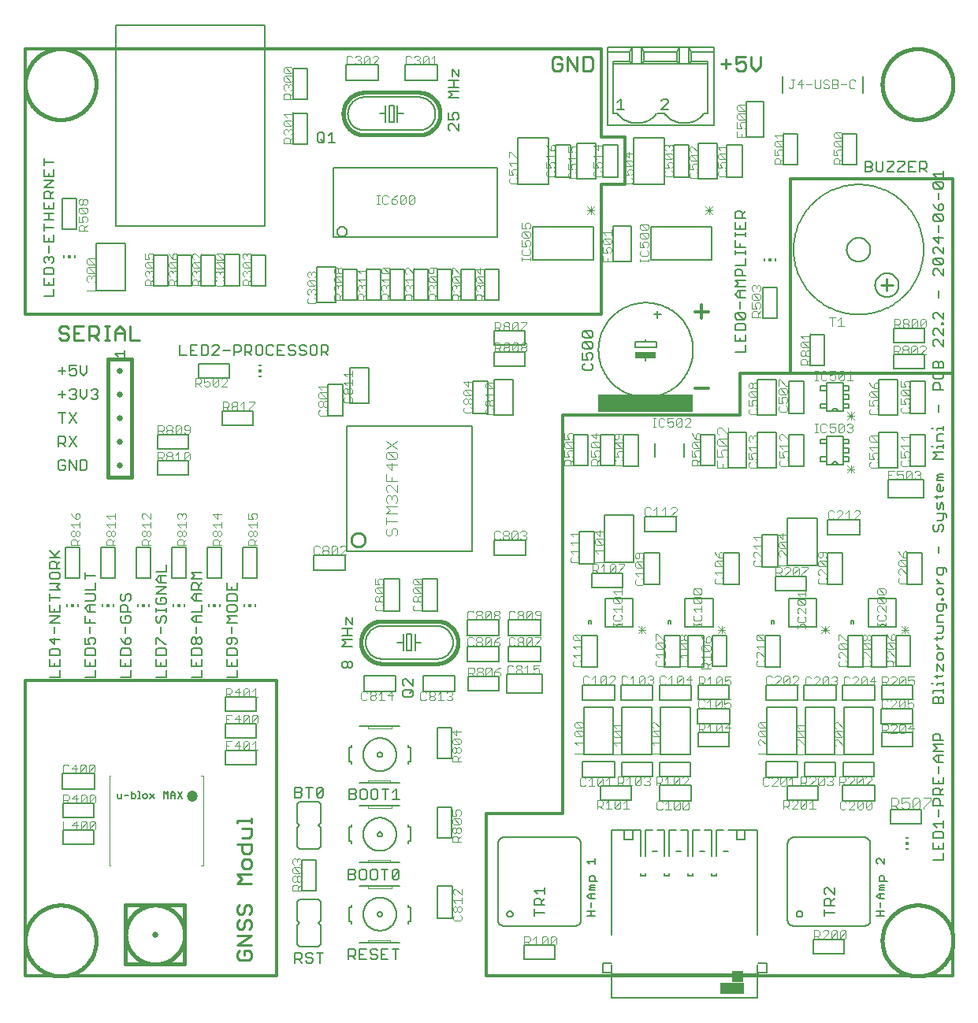
<source format=gbr>
G04 EAGLE Gerber RS-274X export*
G75*
%MOMM*%
%FSLAX34Y34*%
%LPD*%
%INSilkscreen Top*%
%IPPOS*%
%AMOC8*
5,1,8,0,0,1.08239X$1,22.5*%
G01*
%ADD10C,0.152400*%
%ADD11C,0.177800*%
%ADD12C,0.304800*%
%ADD13C,0.406400*%
%ADD14C,0.254000*%
%ADD15R,10.160000X1.905000*%
%ADD16C,0.355600*%
%ADD17C,0.127000*%
%ADD18C,0.203200*%
%ADD19C,0.050800*%
%ADD20R,2.540000X1.270000*%
%ADD21R,1.270000X1.270000*%
%ADD22C,0.076200*%
%ADD23C,0.000000*%
%ADD24C,0.101600*%
%ADD25C,0.635000*%
%ADD26R,0.150000X0.300000*%
%ADD27R,0.300000X0.300000*%
%ADD28R,0.300000X0.150000*%
%ADD29C,0.100000*%
%ADD30C,1.200000*%
%ADD31R,2.286000X0.635000*%


D10*
X612013Y64262D02*
X603370Y64262D01*
X607691Y64262D02*
X607691Y70024D01*
X603370Y70024D02*
X612013Y70024D01*
X607691Y73617D02*
X607691Y79379D01*
X606251Y82972D02*
X612013Y82972D01*
X606251Y82972D02*
X603370Y85854D01*
X606251Y88735D01*
X612013Y88735D01*
X607691Y88735D02*
X607691Y82972D01*
X606251Y92328D02*
X612013Y92328D01*
X606251Y92328D02*
X606251Y93768D01*
X607691Y95209D01*
X612013Y95209D01*
X607691Y95209D02*
X606251Y96649D01*
X607691Y98090D01*
X612013Y98090D01*
X614894Y101683D02*
X606251Y101683D01*
X606251Y106004D01*
X607691Y107445D01*
X610572Y107445D01*
X612013Y106004D01*
X612013Y101683D01*
X606251Y120393D02*
X603370Y123274D01*
X612013Y123274D01*
X612013Y120393D02*
X612013Y126155D01*
X914520Y64262D02*
X923163Y64262D01*
X918841Y64262D02*
X918841Y70024D01*
X914520Y70024D02*
X923163Y70024D01*
X918841Y73617D02*
X918841Y79379D01*
X917401Y82972D02*
X923163Y82972D01*
X917401Y82972D02*
X914520Y85854D01*
X917401Y88735D01*
X923163Y88735D01*
X918841Y88735D02*
X918841Y82972D01*
X917401Y92328D02*
X923163Y92328D01*
X917401Y92328D02*
X917401Y93768D01*
X918841Y95209D01*
X923163Y95209D01*
X918841Y95209D02*
X917401Y96649D01*
X918841Y98090D01*
X923163Y98090D01*
X926044Y101683D02*
X917401Y101683D01*
X917401Y106004D01*
X918841Y107445D01*
X921722Y107445D01*
X923163Y106004D01*
X923163Y101683D01*
X923163Y120393D02*
X923163Y126155D01*
X923163Y120393D02*
X917401Y126155D01*
X915960Y126155D01*
X914520Y124715D01*
X914520Y121834D01*
X915960Y120393D01*
D11*
X342427Y331089D02*
X340605Y332911D01*
X340605Y336555D01*
X342427Y338377D01*
X344248Y338377D01*
X346070Y336555D01*
X347892Y338377D01*
X349714Y338377D01*
X351536Y336555D01*
X351536Y332911D01*
X349714Y331089D01*
X347892Y331089D01*
X346070Y332911D01*
X344248Y331089D01*
X342427Y331089D01*
X346070Y332911D02*
X346070Y336555D01*
X340605Y354477D02*
X351536Y354477D01*
X344248Y358121D02*
X340605Y354477D01*
X344248Y358121D02*
X340605Y361764D01*
X351536Y361764D01*
X351536Y366171D02*
X340605Y366171D01*
X346070Y366171D02*
X346070Y373458D01*
X340605Y373458D02*
X351536Y373458D01*
X344248Y377865D02*
X344248Y385152D01*
X351536Y377865D01*
X351536Y385152D01*
X465836Y908939D02*
X465836Y916227D01*
X465836Y908939D02*
X458548Y916227D01*
X456727Y916227D01*
X454905Y914405D01*
X454905Y910761D01*
X456727Y908939D01*
X454905Y920633D02*
X454905Y927921D01*
X454905Y920633D02*
X460370Y920633D01*
X458548Y924277D01*
X458548Y926099D01*
X460370Y927921D01*
X464014Y927921D01*
X465836Y926099D01*
X465836Y922455D01*
X464014Y920633D01*
X465836Y944021D02*
X454905Y944021D01*
X458548Y947665D01*
X454905Y951308D01*
X465836Y951308D01*
X465836Y955715D02*
X454905Y955715D01*
X460370Y955715D02*
X460370Y963002D01*
X454905Y963002D02*
X465836Y963002D01*
X458548Y967409D02*
X458548Y974696D01*
X465836Y967409D01*
X465836Y974696D01*
D12*
X269875Y317500D02*
X0Y317500D01*
X269875Y317500D02*
X269875Y0D01*
X0Y0D01*
X0Y317500D01*
X0Y996950D02*
X619125Y996950D01*
X619125Y901700D01*
X644525Y901700D01*
X644525Y850900D01*
X619125Y850900D01*
X619125Y711200D01*
X0Y711200D01*
X0Y996950D01*
X996950Y647700D02*
X996950Y0D01*
X996950Y647700D02*
X822325Y647700D01*
X768350Y647700D01*
X768350Y603250D01*
X577850Y603250D01*
X577850Y174625D01*
X495300Y174625D01*
X495300Y0D01*
X996950Y0D01*
X996950Y857250D02*
X822325Y857250D01*
X822325Y647700D01*
X996950Y647700D02*
X996950Y857250D01*
D11*
X43102Y650880D02*
X35814Y650880D01*
X39458Y654523D02*
X39458Y647236D01*
X47508Y656345D02*
X54796Y656345D01*
X47508Y656345D02*
X47508Y650880D01*
X51152Y652702D01*
X52974Y652702D01*
X54796Y650880D01*
X54796Y647236D01*
X52974Y645414D01*
X49330Y645414D01*
X47508Y647236D01*
X59202Y649058D02*
X59202Y656345D01*
X59202Y649058D02*
X62846Y645414D01*
X66489Y649058D01*
X66489Y656345D01*
X43102Y625480D02*
X35814Y625480D01*
X39458Y629123D02*
X39458Y621836D01*
X47508Y629123D02*
X49330Y630945D01*
X52974Y630945D01*
X54796Y629123D01*
X54796Y627302D01*
X52974Y625480D01*
X51152Y625480D01*
X52974Y625480D02*
X54796Y623658D01*
X54796Y621836D01*
X52974Y620014D01*
X49330Y620014D01*
X47508Y621836D01*
X59202Y623658D02*
X59202Y630945D01*
X59202Y623658D02*
X62846Y620014D01*
X66489Y623658D01*
X66489Y630945D01*
X70896Y629123D02*
X72718Y630945D01*
X76362Y630945D01*
X78183Y629123D01*
X78183Y627302D01*
X76362Y625480D01*
X74540Y625480D01*
X76362Y625480D02*
X78183Y623658D01*
X78183Y621836D01*
X76362Y620014D01*
X72718Y620014D01*
X70896Y621836D01*
X41280Y554745D02*
X43102Y552923D01*
X41280Y554745D02*
X37636Y554745D01*
X35814Y552923D01*
X35814Y545636D01*
X37636Y543814D01*
X41280Y543814D01*
X43102Y545636D01*
X43102Y549280D01*
X39458Y549280D01*
X47508Y554745D02*
X47508Y543814D01*
X54796Y543814D02*
X47508Y554745D01*
X54796Y554745D02*
X54796Y543814D01*
X59202Y543814D02*
X59202Y554745D01*
X59202Y543814D02*
X64668Y543814D01*
X66489Y545636D01*
X66489Y552923D01*
X64668Y554745D01*
X59202Y554745D01*
X35814Y569214D02*
X35814Y580145D01*
X41280Y580145D01*
X43102Y578323D01*
X43102Y574680D01*
X41280Y572858D01*
X35814Y572858D01*
X39458Y572858D02*
X43102Y569214D01*
X54796Y569214D02*
X47508Y580145D01*
X54796Y580145D02*
X47508Y569214D01*
X39458Y594614D02*
X39458Y605545D01*
X35814Y605545D02*
X43102Y605545D01*
X47508Y605545D02*
X54796Y594614D01*
X47508Y594614D02*
X54796Y605545D01*
X975605Y292989D02*
X986536Y292989D01*
X975605Y292989D02*
X975605Y298455D01*
X977427Y300277D01*
X979248Y300277D01*
X981070Y298455D01*
X982892Y300277D01*
X984714Y300277D01*
X986536Y298455D01*
X986536Y292989D01*
X981070Y292989D02*
X981070Y298455D01*
X975605Y304683D02*
X975605Y306505D01*
X986536Y306505D01*
X986536Y304683D02*
X986536Y308327D01*
X979248Y312479D02*
X979248Y314301D01*
X986536Y314301D01*
X986536Y312479D02*
X986536Y316123D01*
X975605Y314301D02*
X973783Y314301D01*
X977427Y322097D02*
X984714Y322097D01*
X986536Y323919D01*
X979248Y323919D02*
X979248Y320275D01*
X979248Y328071D02*
X979248Y335358D01*
X986536Y328071D01*
X986536Y335358D01*
X986536Y341587D02*
X986536Y345231D01*
X984714Y347052D01*
X981070Y347052D01*
X979248Y345231D01*
X979248Y341587D01*
X981070Y339765D01*
X984714Y339765D01*
X986536Y341587D01*
X986536Y351459D02*
X979248Y351459D01*
X982892Y351459D02*
X979248Y355103D01*
X979248Y356924D01*
X977427Y363026D02*
X984714Y363026D01*
X986536Y364848D01*
X979248Y364848D02*
X979248Y361204D01*
X979248Y369000D02*
X984714Y369000D01*
X986536Y370822D01*
X986536Y376287D01*
X979248Y376287D01*
X979248Y380694D02*
X986536Y380694D01*
X979248Y380694D02*
X979248Y386159D01*
X981070Y387981D01*
X986536Y387981D01*
X990180Y396031D02*
X990180Y397853D01*
X988358Y399675D01*
X979248Y399675D01*
X979248Y394210D01*
X981070Y392388D01*
X984714Y392388D01*
X986536Y394210D01*
X986536Y399675D01*
X986536Y404082D02*
X984714Y404082D01*
X984714Y405904D01*
X986536Y405904D01*
X986536Y404082D01*
X986536Y411751D02*
X986536Y415394D01*
X984714Y417216D01*
X981070Y417216D01*
X979248Y415394D01*
X979248Y411751D01*
X981070Y409929D01*
X984714Y409929D01*
X986536Y411751D01*
X986536Y421623D02*
X979248Y421623D01*
X979248Y425266D02*
X982892Y421623D01*
X979248Y425266D02*
X979248Y427088D01*
X990180Y435011D02*
X990180Y436833D01*
X988358Y438655D01*
X979248Y438655D01*
X979248Y433189D01*
X981070Y431368D01*
X984714Y431368D01*
X986536Y433189D01*
X986536Y438655D01*
X981070Y454756D02*
X981070Y462043D01*
X975605Y483609D02*
X977427Y485431D01*
X975605Y483609D02*
X975605Y479965D01*
X977427Y478143D01*
X979248Y478143D01*
X981070Y479965D01*
X981070Y483609D01*
X982892Y485431D01*
X984714Y485431D01*
X986536Y483609D01*
X986536Y479965D01*
X984714Y478143D01*
X984714Y489837D02*
X979248Y489837D01*
X984714Y489837D02*
X986536Y491659D01*
X986536Y497125D01*
X988358Y497125D02*
X979248Y497125D01*
X988358Y497125D02*
X990180Y495303D01*
X990180Y493481D01*
X986536Y501531D02*
X986536Y506997D01*
X984714Y508819D01*
X982892Y506997D01*
X982892Y503353D01*
X981070Y501531D01*
X979248Y503353D01*
X979248Y508819D01*
X977427Y515047D02*
X984714Y515047D01*
X986536Y516869D01*
X979248Y516869D02*
X979248Y513225D01*
X986536Y522843D02*
X986536Y526487D01*
X986536Y522843D02*
X984714Y521021D01*
X981070Y521021D01*
X979248Y522843D01*
X979248Y526487D01*
X981070Y528309D01*
X982892Y528309D01*
X982892Y521021D01*
X986536Y532715D02*
X979248Y532715D01*
X979248Y534537D01*
X981070Y536359D01*
X986536Y536359D01*
X981070Y536359D02*
X979248Y538181D01*
X981070Y540003D01*
X986536Y540003D01*
X986536Y556103D02*
X975605Y556103D01*
X979248Y559747D01*
X975605Y563391D01*
X986536Y563391D01*
X979248Y567797D02*
X979248Y569619D01*
X986536Y569619D01*
X986536Y567797D02*
X986536Y571441D01*
X975605Y569619D02*
X973783Y569619D01*
X979248Y575593D02*
X986536Y575593D01*
X979248Y575593D02*
X979248Y581059D01*
X981070Y582881D01*
X986536Y582881D01*
X979248Y587287D02*
X979248Y589109D01*
X986536Y589109D01*
X986536Y587287D02*
X986536Y590931D01*
X975605Y589109D02*
X973783Y589109D01*
X981070Y606777D02*
X981070Y614065D01*
X986536Y630165D02*
X975605Y630165D01*
X975605Y635631D01*
X977427Y637453D01*
X981070Y637453D01*
X982892Y635631D01*
X982892Y630165D01*
X975605Y647325D02*
X977427Y649147D01*
X975605Y647325D02*
X975605Y643681D01*
X977427Y641859D01*
X984714Y641859D01*
X986536Y643681D01*
X986536Y647325D01*
X984714Y649147D01*
X986536Y653553D02*
X975605Y653553D01*
X975605Y659019D01*
X977427Y660840D01*
X979248Y660840D01*
X981070Y659019D01*
X982892Y660840D01*
X984714Y660840D01*
X986536Y659019D01*
X986536Y653553D01*
X981070Y653553D02*
X981070Y659019D01*
X986536Y676941D02*
X986536Y684228D01*
X986536Y676941D02*
X979248Y684228D01*
X977427Y684228D01*
X975605Y682407D01*
X975605Y678763D01*
X977427Y676941D01*
X986536Y688635D02*
X986536Y695922D01*
X986536Y688635D02*
X979248Y695922D01*
X977427Y695922D01*
X975605Y694101D01*
X975605Y690457D01*
X977427Y688635D01*
X984714Y700329D02*
X986536Y700329D01*
X984714Y700329D02*
X984714Y702151D01*
X986536Y702151D01*
X986536Y700329D01*
X986536Y706176D02*
X986536Y713463D01*
X986536Y706176D02*
X979248Y713463D01*
X977427Y713463D01*
X975605Y711641D01*
X975605Y707998D01*
X977427Y706176D01*
X981070Y729564D02*
X981070Y736851D01*
X986536Y752952D02*
X986536Y760239D01*
X986536Y752952D02*
X979248Y760239D01*
X977427Y760239D01*
X975605Y758417D01*
X975605Y754774D01*
X977427Y752952D01*
X977427Y764646D02*
X984714Y764646D01*
X977427Y764646D02*
X975605Y766468D01*
X975605Y770111D01*
X977427Y771933D01*
X984714Y771933D01*
X986536Y770111D01*
X986536Y766468D01*
X984714Y764646D01*
X977427Y771933D01*
X986536Y776340D02*
X986536Y783627D01*
X986536Y776340D02*
X979248Y783627D01*
X977427Y783627D01*
X975605Y781805D01*
X975605Y778161D01*
X977427Y776340D01*
X975605Y793499D02*
X986536Y793499D01*
X981070Y788034D02*
X975605Y793499D01*
X981070Y795321D02*
X981070Y788034D01*
X981070Y799728D02*
X981070Y807015D01*
X977427Y811422D02*
X984714Y811422D01*
X977427Y811422D02*
X975605Y813243D01*
X975605Y816887D01*
X977427Y818709D01*
X984714Y818709D01*
X986536Y816887D01*
X986536Y813243D01*
X984714Y811422D01*
X977427Y818709D01*
X977427Y826759D02*
X975605Y830403D01*
X977427Y826759D02*
X981070Y823115D01*
X984714Y823115D01*
X986536Y824937D01*
X986536Y828581D01*
X984714Y830403D01*
X982892Y830403D01*
X981070Y828581D01*
X981070Y823115D01*
X981070Y834809D02*
X981070Y842097D01*
X984714Y846503D02*
X977427Y846503D01*
X975605Y848325D01*
X975605Y851969D01*
X977427Y853791D01*
X984714Y853791D01*
X986536Y851969D01*
X986536Y848325D01*
X984714Y846503D01*
X977427Y853791D01*
X979248Y858197D02*
X975605Y861841D01*
X986536Y861841D01*
X986536Y858197D02*
X986536Y865485D01*
D13*
X0Y958850D02*
X11Y959785D01*
X46Y960719D01*
X103Y961653D01*
X183Y962584D01*
X287Y963514D01*
X412Y964440D01*
X561Y965364D01*
X732Y966283D01*
X926Y967198D01*
X1142Y968108D01*
X1380Y969012D01*
X1641Y969910D01*
X1923Y970801D01*
X2227Y971686D01*
X2553Y972562D01*
X2900Y973430D01*
X3269Y974290D01*
X3658Y975140D01*
X4068Y975980D01*
X4499Y976810D01*
X4950Y977629D01*
X5421Y978437D01*
X5911Y979233D01*
X6421Y980017D01*
X6950Y980788D01*
X7498Y981546D01*
X8064Y982290D01*
X8648Y983020D01*
X9250Y983736D01*
X9870Y984436D01*
X10506Y985121D01*
X11159Y985791D01*
X11829Y986444D01*
X12514Y987080D01*
X13214Y987700D01*
X13930Y988302D01*
X14660Y988886D01*
X15404Y989452D01*
X16162Y990000D01*
X16933Y990529D01*
X17717Y991039D01*
X18513Y991529D01*
X19321Y992000D01*
X20140Y992451D01*
X20970Y992882D01*
X21810Y993292D01*
X22660Y993681D01*
X23520Y994050D01*
X24388Y994397D01*
X25264Y994723D01*
X26149Y995027D01*
X27040Y995309D01*
X27938Y995570D01*
X28842Y995808D01*
X29752Y996024D01*
X30667Y996218D01*
X31586Y996389D01*
X32510Y996538D01*
X33436Y996663D01*
X34366Y996767D01*
X35297Y996847D01*
X36231Y996904D01*
X37165Y996939D01*
X38100Y996950D01*
X39035Y996939D01*
X39969Y996904D01*
X40903Y996847D01*
X41834Y996767D01*
X42764Y996663D01*
X43690Y996538D01*
X44614Y996389D01*
X45533Y996218D01*
X46448Y996024D01*
X47358Y995808D01*
X48262Y995570D01*
X49160Y995309D01*
X50051Y995027D01*
X50936Y994723D01*
X51812Y994397D01*
X52680Y994050D01*
X53540Y993681D01*
X54390Y993292D01*
X55230Y992882D01*
X56060Y992451D01*
X56879Y992000D01*
X57687Y991529D01*
X58483Y991039D01*
X59267Y990529D01*
X60038Y990000D01*
X60796Y989452D01*
X61540Y988886D01*
X62270Y988302D01*
X62986Y987700D01*
X63686Y987080D01*
X64371Y986444D01*
X65041Y985791D01*
X65694Y985121D01*
X66330Y984436D01*
X66950Y983736D01*
X67552Y983020D01*
X68136Y982290D01*
X68702Y981546D01*
X69250Y980788D01*
X69779Y980017D01*
X70289Y979233D01*
X70779Y978437D01*
X71250Y977629D01*
X71701Y976810D01*
X72132Y975980D01*
X72542Y975140D01*
X72931Y974290D01*
X73300Y973430D01*
X73647Y972562D01*
X73973Y971686D01*
X74277Y970801D01*
X74559Y969910D01*
X74820Y969012D01*
X75058Y968108D01*
X75274Y967198D01*
X75468Y966283D01*
X75639Y965364D01*
X75788Y964440D01*
X75913Y963514D01*
X76017Y962584D01*
X76097Y961653D01*
X76154Y960719D01*
X76189Y959785D01*
X76200Y958850D01*
X76189Y957915D01*
X76154Y956981D01*
X76097Y956047D01*
X76017Y955116D01*
X75913Y954186D01*
X75788Y953260D01*
X75639Y952336D01*
X75468Y951417D01*
X75274Y950502D01*
X75058Y949592D01*
X74820Y948688D01*
X74559Y947790D01*
X74277Y946899D01*
X73973Y946014D01*
X73647Y945138D01*
X73300Y944270D01*
X72931Y943410D01*
X72542Y942560D01*
X72132Y941720D01*
X71701Y940890D01*
X71250Y940071D01*
X70779Y939263D01*
X70289Y938467D01*
X69779Y937683D01*
X69250Y936912D01*
X68702Y936154D01*
X68136Y935410D01*
X67552Y934680D01*
X66950Y933964D01*
X66330Y933264D01*
X65694Y932579D01*
X65041Y931909D01*
X64371Y931256D01*
X63686Y930620D01*
X62986Y930000D01*
X62270Y929398D01*
X61540Y928814D01*
X60796Y928248D01*
X60038Y927700D01*
X59267Y927171D01*
X58483Y926661D01*
X57687Y926171D01*
X56879Y925700D01*
X56060Y925249D01*
X55230Y924818D01*
X54390Y924408D01*
X53540Y924019D01*
X52680Y923650D01*
X51812Y923303D01*
X50936Y922977D01*
X50051Y922673D01*
X49160Y922391D01*
X48262Y922130D01*
X47358Y921892D01*
X46448Y921676D01*
X45533Y921482D01*
X44614Y921311D01*
X43690Y921162D01*
X42764Y921037D01*
X41834Y920933D01*
X40903Y920853D01*
X39969Y920796D01*
X39035Y920761D01*
X38100Y920750D01*
X37165Y920761D01*
X36231Y920796D01*
X35297Y920853D01*
X34366Y920933D01*
X33436Y921037D01*
X32510Y921162D01*
X31586Y921311D01*
X30667Y921482D01*
X29752Y921676D01*
X28842Y921892D01*
X27938Y922130D01*
X27040Y922391D01*
X26149Y922673D01*
X25264Y922977D01*
X24388Y923303D01*
X23520Y923650D01*
X22660Y924019D01*
X21810Y924408D01*
X20970Y924818D01*
X20140Y925249D01*
X19321Y925700D01*
X18513Y926171D01*
X17717Y926661D01*
X16933Y927171D01*
X16162Y927700D01*
X15404Y928248D01*
X14660Y928814D01*
X13930Y929398D01*
X13214Y930000D01*
X12514Y930620D01*
X11829Y931256D01*
X11159Y931909D01*
X10506Y932579D01*
X9870Y933264D01*
X9250Y933964D01*
X8648Y934680D01*
X8064Y935410D01*
X7498Y936154D01*
X6950Y936912D01*
X6421Y937683D01*
X5911Y938467D01*
X5421Y939263D01*
X4950Y940071D01*
X4499Y940890D01*
X4068Y941720D01*
X3658Y942560D01*
X3269Y943410D01*
X2900Y944270D01*
X2553Y945138D01*
X2227Y946014D01*
X1923Y946899D01*
X1641Y947790D01*
X1380Y948688D01*
X1142Y949592D01*
X926Y950502D01*
X732Y951417D01*
X561Y952336D01*
X412Y953260D01*
X287Y954186D01*
X183Y955116D01*
X103Y956047D01*
X46Y956981D01*
X11Y957915D01*
X0Y958850D01*
X920750Y958850D02*
X920761Y959785D01*
X920796Y960719D01*
X920853Y961653D01*
X920933Y962584D01*
X921037Y963514D01*
X921162Y964440D01*
X921311Y965364D01*
X921482Y966283D01*
X921676Y967198D01*
X921892Y968108D01*
X922130Y969012D01*
X922391Y969910D01*
X922673Y970801D01*
X922977Y971686D01*
X923303Y972562D01*
X923650Y973430D01*
X924019Y974290D01*
X924408Y975140D01*
X924818Y975980D01*
X925249Y976810D01*
X925700Y977629D01*
X926171Y978437D01*
X926661Y979233D01*
X927171Y980017D01*
X927700Y980788D01*
X928248Y981546D01*
X928814Y982290D01*
X929398Y983020D01*
X930000Y983736D01*
X930620Y984436D01*
X931256Y985121D01*
X931909Y985791D01*
X932579Y986444D01*
X933264Y987080D01*
X933964Y987700D01*
X934680Y988302D01*
X935410Y988886D01*
X936154Y989452D01*
X936912Y990000D01*
X937683Y990529D01*
X938467Y991039D01*
X939263Y991529D01*
X940071Y992000D01*
X940890Y992451D01*
X941720Y992882D01*
X942560Y993292D01*
X943410Y993681D01*
X944270Y994050D01*
X945138Y994397D01*
X946014Y994723D01*
X946899Y995027D01*
X947790Y995309D01*
X948688Y995570D01*
X949592Y995808D01*
X950502Y996024D01*
X951417Y996218D01*
X952336Y996389D01*
X953260Y996538D01*
X954186Y996663D01*
X955116Y996767D01*
X956047Y996847D01*
X956981Y996904D01*
X957915Y996939D01*
X958850Y996950D01*
X959785Y996939D01*
X960719Y996904D01*
X961653Y996847D01*
X962584Y996767D01*
X963514Y996663D01*
X964440Y996538D01*
X965364Y996389D01*
X966283Y996218D01*
X967198Y996024D01*
X968108Y995808D01*
X969012Y995570D01*
X969910Y995309D01*
X970801Y995027D01*
X971686Y994723D01*
X972562Y994397D01*
X973430Y994050D01*
X974290Y993681D01*
X975140Y993292D01*
X975980Y992882D01*
X976810Y992451D01*
X977629Y992000D01*
X978437Y991529D01*
X979233Y991039D01*
X980017Y990529D01*
X980788Y990000D01*
X981546Y989452D01*
X982290Y988886D01*
X983020Y988302D01*
X983736Y987700D01*
X984436Y987080D01*
X985121Y986444D01*
X985791Y985791D01*
X986444Y985121D01*
X987080Y984436D01*
X987700Y983736D01*
X988302Y983020D01*
X988886Y982290D01*
X989452Y981546D01*
X990000Y980788D01*
X990529Y980017D01*
X991039Y979233D01*
X991529Y978437D01*
X992000Y977629D01*
X992451Y976810D01*
X992882Y975980D01*
X993292Y975140D01*
X993681Y974290D01*
X994050Y973430D01*
X994397Y972562D01*
X994723Y971686D01*
X995027Y970801D01*
X995309Y969910D01*
X995570Y969012D01*
X995808Y968108D01*
X996024Y967198D01*
X996218Y966283D01*
X996389Y965364D01*
X996538Y964440D01*
X996663Y963514D01*
X996767Y962584D01*
X996847Y961653D01*
X996904Y960719D01*
X996939Y959785D01*
X996950Y958850D01*
X996939Y957915D01*
X996904Y956981D01*
X996847Y956047D01*
X996767Y955116D01*
X996663Y954186D01*
X996538Y953260D01*
X996389Y952336D01*
X996218Y951417D01*
X996024Y950502D01*
X995808Y949592D01*
X995570Y948688D01*
X995309Y947790D01*
X995027Y946899D01*
X994723Y946014D01*
X994397Y945138D01*
X994050Y944270D01*
X993681Y943410D01*
X993292Y942560D01*
X992882Y941720D01*
X992451Y940890D01*
X992000Y940071D01*
X991529Y939263D01*
X991039Y938467D01*
X990529Y937683D01*
X990000Y936912D01*
X989452Y936154D01*
X988886Y935410D01*
X988302Y934680D01*
X987700Y933964D01*
X987080Y933264D01*
X986444Y932579D01*
X985791Y931909D01*
X985121Y931256D01*
X984436Y930620D01*
X983736Y930000D01*
X983020Y929398D01*
X982290Y928814D01*
X981546Y928248D01*
X980788Y927700D01*
X980017Y927171D01*
X979233Y926661D01*
X978437Y926171D01*
X977629Y925700D01*
X976810Y925249D01*
X975980Y924818D01*
X975140Y924408D01*
X974290Y924019D01*
X973430Y923650D01*
X972562Y923303D01*
X971686Y922977D01*
X970801Y922673D01*
X969910Y922391D01*
X969012Y922130D01*
X968108Y921892D01*
X967198Y921676D01*
X966283Y921482D01*
X965364Y921311D01*
X964440Y921162D01*
X963514Y921037D01*
X962584Y920933D01*
X961653Y920853D01*
X960719Y920796D01*
X959785Y920761D01*
X958850Y920750D01*
X957915Y920761D01*
X956981Y920796D01*
X956047Y920853D01*
X955116Y920933D01*
X954186Y921037D01*
X953260Y921162D01*
X952336Y921311D01*
X951417Y921482D01*
X950502Y921676D01*
X949592Y921892D01*
X948688Y922130D01*
X947790Y922391D01*
X946899Y922673D01*
X946014Y922977D01*
X945138Y923303D01*
X944270Y923650D01*
X943410Y924019D01*
X942560Y924408D01*
X941720Y924818D01*
X940890Y925249D01*
X940071Y925700D01*
X939263Y926171D01*
X938467Y926661D01*
X937683Y927171D01*
X936912Y927700D01*
X936154Y928248D01*
X935410Y928814D01*
X934680Y929398D01*
X933964Y930000D01*
X933264Y930620D01*
X932579Y931256D01*
X931909Y931909D01*
X931256Y932579D01*
X930620Y933264D01*
X930000Y933964D01*
X929398Y934680D01*
X928814Y935410D01*
X928248Y936154D01*
X927700Y936912D01*
X927171Y937683D01*
X926661Y938467D01*
X926171Y939263D01*
X925700Y940071D01*
X925249Y940890D01*
X924818Y941720D01*
X924408Y942560D01*
X924019Y943410D01*
X923650Y944270D01*
X923303Y945138D01*
X922977Y946014D01*
X922673Y946899D01*
X922391Y947790D01*
X922130Y948688D01*
X921892Y949592D01*
X921676Y950502D01*
X921482Y951417D01*
X921311Y952336D01*
X921162Y953260D01*
X921037Y954186D01*
X920933Y955116D01*
X920853Y956047D01*
X920796Y956981D01*
X920761Y957915D01*
X920750Y958850D01*
X920750Y38100D02*
X920761Y39035D01*
X920796Y39969D01*
X920853Y40903D01*
X920933Y41834D01*
X921037Y42764D01*
X921162Y43690D01*
X921311Y44614D01*
X921482Y45533D01*
X921676Y46448D01*
X921892Y47358D01*
X922130Y48262D01*
X922391Y49160D01*
X922673Y50051D01*
X922977Y50936D01*
X923303Y51812D01*
X923650Y52680D01*
X924019Y53540D01*
X924408Y54390D01*
X924818Y55230D01*
X925249Y56060D01*
X925700Y56879D01*
X926171Y57687D01*
X926661Y58483D01*
X927171Y59267D01*
X927700Y60038D01*
X928248Y60796D01*
X928814Y61540D01*
X929398Y62270D01*
X930000Y62986D01*
X930620Y63686D01*
X931256Y64371D01*
X931909Y65041D01*
X932579Y65694D01*
X933264Y66330D01*
X933964Y66950D01*
X934680Y67552D01*
X935410Y68136D01*
X936154Y68702D01*
X936912Y69250D01*
X937683Y69779D01*
X938467Y70289D01*
X939263Y70779D01*
X940071Y71250D01*
X940890Y71701D01*
X941720Y72132D01*
X942560Y72542D01*
X943410Y72931D01*
X944270Y73300D01*
X945138Y73647D01*
X946014Y73973D01*
X946899Y74277D01*
X947790Y74559D01*
X948688Y74820D01*
X949592Y75058D01*
X950502Y75274D01*
X951417Y75468D01*
X952336Y75639D01*
X953260Y75788D01*
X954186Y75913D01*
X955116Y76017D01*
X956047Y76097D01*
X956981Y76154D01*
X957915Y76189D01*
X958850Y76200D01*
X959785Y76189D01*
X960719Y76154D01*
X961653Y76097D01*
X962584Y76017D01*
X963514Y75913D01*
X964440Y75788D01*
X965364Y75639D01*
X966283Y75468D01*
X967198Y75274D01*
X968108Y75058D01*
X969012Y74820D01*
X969910Y74559D01*
X970801Y74277D01*
X971686Y73973D01*
X972562Y73647D01*
X973430Y73300D01*
X974290Y72931D01*
X975140Y72542D01*
X975980Y72132D01*
X976810Y71701D01*
X977629Y71250D01*
X978437Y70779D01*
X979233Y70289D01*
X980017Y69779D01*
X980788Y69250D01*
X981546Y68702D01*
X982290Y68136D01*
X983020Y67552D01*
X983736Y66950D01*
X984436Y66330D01*
X985121Y65694D01*
X985791Y65041D01*
X986444Y64371D01*
X987080Y63686D01*
X987700Y62986D01*
X988302Y62270D01*
X988886Y61540D01*
X989452Y60796D01*
X990000Y60038D01*
X990529Y59267D01*
X991039Y58483D01*
X991529Y57687D01*
X992000Y56879D01*
X992451Y56060D01*
X992882Y55230D01*
X993292Y54390D01*
X993681Y53540D01*
X994050Y52680D01*
X994397Y51812D01*
X994723Y50936D01*
X995027Y50051D01*
X995309Y49160D01*
X995570Y48262D01*
X995808Y47358D01*
X996024Y46448D01*
X996218Y45533D01*
X996389Y44614D01*
X996538Y43690D01*
X996663Y42764D01*
X996767Y41834D01*
X996847Y40903D01*
X996904Y39969D01*
X996939Y39035D01*
X996950Y38100D01*
X996939Y37165D01*
X996904Y36231D01*
X996847Y35297D01*
X996767Y34366D01*
X996663Y33436D01*
X996538Y32510D01*
X996389Y31586D01*
X996218Y30667D01*
X996024Y29752D01*
X995808Y28842D01*
X995570Y27938D01*
X995309Y27040D01*
X995027Y26149D01*
X994723Y25264D01*
X994397Y24388D01*
X994050Y23520D01*
X993681Y22660D01*
X993292Y21810D01*
X992882Y20970D01*
X992451Y20140D01*
X992000Y19321D01*
X991529Y18513D01*
X991039Y17717D01*
X990529Y16933D01*
X990000Y16162D01*
X989452Y15404D01*
X988886Y14660D01*
X988302Y13930D01*
X987700Y13214D01*
X987080Y12514D01*
X986444Y11829D01*
X985791Y11159D01*
X985121Y10506D01*
X984436Y9870D01*
X983736Y9250D01*
X983020Y8648D01*
X982290Y8064D01*
X981546Y7498D01*
X980788Y6950D01*
X980017Y6421D01*
X979233Y5911D01*
X978437Y5421D01*
X977629Y4950D01*
X976810Y4499D01*
X975980Y4068D01*
X975140Y3658D01*
X974290Y3269D01*
X973430Y2900D01*
X972562Y2553D01*
X971686Y2227D01*
X970801Y1923D01*
X969910Y1641D01*
X969012Y1380D01*
X968108Y1142D01*
X967198Y926D01*
X966283Y732D01*
X965364Y561D01*
X964440Y412D01*
X963514Y287D01*
X962584Y183D01*
X961653Y103D01*
X960719Y46D01*
X959785Y11D01*
X958850Y0D01*
X957915Y11D01*
X956981Y46D01*
X956047Y103D01*
X955116Y183D01*
X954186Y287D01*
X953260Y412D01*
X952336Y561D01*
X951417Y732D01*
X950502Y926D01*
X949592Y1142D01*
X948688Y1380D01*
X947790Y1641D01*
X946899Y1923D01*
X946014Y2227D01*
X945138Y2553D01*
X944270Y2900D01*
X943410Y3269D01*
X942560Y3658D01*
X941720Y4068D01*
X940890Y4499D01*
X940071Y4950D01*
X939263Y5421D01*
X938467Y5911D01*
X937683Y6421D01*
X936912Y6950D01*
X936154Y7498D01*
X935410Y8064D01*
X934680Y8648D01*
X933964Y9250D01*
X933264Y9870D01*
X932579Y10506D01*
X931909Y11159D01*
X931256Y11829D01*
X930620Y12514D01*
X930000Y13214D01*
X929398Y13930D01*
X928814Y14660D01*
X928248Y15404D01*
X927700Y16162D01*
X927171Y16933D01*
X926661Y17717D01*
X926171Y18513D01*
X925700Y19321D01*
X925249Y20140D01*
X924818Y20970D01*
X924408Y21810D01*
X924019Y22660D01*
X923650Y23520D01*
X923303Y24388D01*
X922977Y25264D01*
X922673Y26149D01*
X922391Y27040D01*
X922130Y27938D01*
X921892Y28842D01*
X921676Y29752D01*
X921482Y30667D01*
X921311Y31586D01*
X921162Y32510D01*
X921037Y33436D01*
X920933Y34366D01*
X920853Y35297D01*
X920796Y36231D01*
X920761Y37165D01*
X920750Y38100D01*
X0Y38100D02*
X11Y39035D01*
X46Y39969D01*
X103Y40903D01*
X183Y41834D01*
X287Y42764D01*
X412Y43690D01*
X561Y44614D01*
X732Y45533D01*
X926Y46448D01*
X1142Y47358D01*
X1380Y48262D01*
X1641Y49160D01*
X1923Y50051D01*
X2227Y50936D01*
X2553Y51812D01*
X2900Y52680D01*
X3269Y53540D01*
X3658Y54390D01*
X4068Y55230D01*
X4499Y56060D01*
X4950Y56879D01*
X5421Y57687D01*
X5911Y58483D01*
X6421Y59267D01*
X6950Y60038D01*
X7498Y60796D01*
X8064Y61540D01*
X8648Y62270D01*
X9250Y62986D01*
X9870Y63686D01*
X10506Y64371D01*
X11159Y65041D01*
X11829Y65694D01*
X12514Y66330D01*
X13214Y66950D01*
X13930Y67552D01*
X14660Y68136D01*
X15404Y68702D01*
X16162Y69250D01*
X16933Y69779D01*
X17717Y70289D01*
X18513Y70779D01*
X19321Y71250D01*
X20140Y71701D01*
X20970Y72132D01*
X21810Y72542D01*
X22660Y72931D01*
X23520Y73300D01*
X24388Y73647D01*
X25264Y73973D01*
X26149Y74277D01*
X27040Y74559D01*
X27938Y74820D01*
X28842Y75058D01*
X29752Y75274D01*
X30667Y75468D01*
X31586Y75639D01*
X32510Y75788D01*
X33436Y75913D01*
X34366Y76017D01*
X35297Y76097D01*
X36231Y76154D01*
X37165Y76189D01*
X38100Y76200D01*
X39035Y76189D01*
X39969Y76154D01*
X40903Y76097D01*
X41834Y76017D01*
X42764Y75913D01*
X43690Y75788D01*
X44614Y75639D01*
X45533Y75468D01*
X46448Y75274D01*
X47358Y75058D01*
X48262Y74820D01*
X49160Y74559D01*
X50051Y74277D01*
X50936Y73973D01*
X51812Y73647D01*
X52680Y73300D01*
X53540Y72931D01*
X54390Y72542D01*
X55230Y72132D01*
X56060Y71701D01*
X56879Y71250D01*
X57687Y70779D01*
X58483Y70289D01*
X59267Y69779D01*
X60038Y69250D01*
X60796Y68702D01*
X61540Y68136D01*
X62270Y67552D01*
X62986Y66950D01*
X63686Y66330D01*
X64371Y65694D01*
X65041Y65041D01*
X65694Y64371D01*
X66330Y63686D01*
X66950Y62986D01*
X67552Y62270D01*
X68136Y61540D01*
X68702Y60796D01*
X69250Y60038D01*
X69779Y59267D01*
X70289Y58483D01*
X70779Y57687D01*
X71250Y56879D01*
X71701Y56060D01*
X72132Y55230D01*
X72542Y54390D01*
X72931Y53540D01*
X73300Y52680D01*
X73647Y51812D01*
X73973Y50936D01*
X74277Y50051D01*
X74559Y49160D01*
X74820Y48262D01*
X75058Y47358D01*
X75274Y46448D01*
X75468Y45533D01*
X75639Y44614D01*
X75788Y43690D01*
X75913Y42764D01*
X76017Y41834D01*
X76097Y40903D01*
X76154Y39969D01*
X76189Y39035D01*
X76200Y38100D01*
X76189Y37165D01*
X76154Y36231D01*
X76097Y35297D01*
X76017Y34366D01*
X75913Y33436D01*
X75788Y32510D01*
X75639Y31586D01*
X75468Y30667D01*
X75274Y29752D01*
X75058Y28842D01*
X74820Y27938D01*
X74559Y27040D01*
X74277Y26149D01*
X73973Y25264D01*
X73647Y24388D01*
X73300Y23520D01*
X72931Y22660D01*
X72542Y21810D01*
X72132Y20970D01*
X71701Y20140D01*
X71250Y19321D01*
X70779Y18513D01*
X70289Y17717D01*
X69779Y16933D01*
X69250Y16162D01*
X68702Y15404D01*
X68136Y14660D01*
X67552Y13930D01*
X66950Y13214D01*
X66330Y12514D01*
X65694Y11829D01*
X65041Y11159D01*
X64371Y10506D01*
X63686Y9870D01*
X62986Y9250D01*
X62270Y8648D01*
X61540Y8064D01*
X60796Y7498D01*
X60038Y6950D01*
X59267Y6421D01*
X58483Y5911D01*
X57687Y5421D01*
X56879Y4950D01*
X56060Y4499D01*
X55230Y4068D01*
X54390Y3658D01*
X53540Y3269D01*
X52680Y2900D01*
X51812Y2553D01*
X50936Y2227D01*
X50051Y1923D01*
X49160Y1641D01*
X48262Y1380D01*
X47358Y1142D01*
X46448Y926D01*
X45533Y732D01*
X44614Y561D01*
X43690Y412D01*
X42764Y287D01*
X41834Y183D01*
X40903Y103D01*
X39969Y46D01*
X39035Y11D01*
X38100Y0D01*
X37165Y11D01*
X36231Y46D01*
X35297Y103D01*
X34366Y183D01*
X33436Y287D01*
X32510Y412D01*
X31586Y561D01*
X30667Y732D01*
X29752Y926D01*
X28842Y1142D01*
X27938Y1380D01*
X27040Y1641D01*
X26149Y1923D01*
X25264Y2227D01*
X24388Y2553D01*
X23520Y2900D01*
X22660Y3269D01*
X21810Y3658D01*
X20970Y4068D01*
X20140Y4499D01*
X19321Y4950D01*
X18513Y5421D01*
X17717Y5911D01*
X16933Y6421D01*
X16162Y6950D01*
X15404Y7498D01*
X14660Y8064D01*
X13930Y8648D01*
X13214Y9250D01*
X12514Y9870D01*
X11829Y10506D01*
X11159Y11159D01*
X10506Y11829D01*
X9870Y12514D01*
X9250Y13214D01*
X8648Y13930D01*
X8064Y14660D01*
X7498Y15404D01*
X6950Y16162D01*
X6421Y16933D01*
X5911Y17717D01*
X5421Y18513D01*
X4950Y19321D01*
X4499Y20140D01*
X4068Y20970D01*
X3658Y21810D01*
X3269Y22660D01*
X2900Y23520D01*
X2553Y24388D01*
X2227Y25264D01*
X1923Y26149D01*
X1641Y27040D01*
X1380Y27938D01*
X1142Y28842D01*
X926Y29752D01*
X732Y30667D01*
X561Y31586D01*
X412Y32510D01*
X287Y33436D01*
X183Y34366D01*
X103Y35297D01*
X46Y36231D01*
X11Y37165D01*
X0Y38100D01*
D14*
X747395Y980447D02*
X757564Y980447D01*
X752479Y985531D02*
X752479Y975362D01*
X763767Y988073D02*
X773935Y988073D01*
X763767Y988073D02*
X763767Y980447D01*
X768851Y982989D01*
X771393Y982989D01*
X773935Y980447D01*
X773935Y975362D01*
X771393Y972820D01*
X766309Y972820D01*
X763767Y975362D01*
X780138Y977904D02*
X780138Y988073D01*
X780138Y977904D02*
X785222Y972820D01*
X790307Y977904D01*
X790307Y988073D01*
X576589Y985531D02*
X574047Y988073D01*
X568962Y988073D01*
X566420Y985531D01*
X566420Y975362D01*
X568962Y972820D01*
X574047Y972820D01*
X576589Y975362D01*
X576589Y980447D01*
X571504Y980447D01*
X582792Y988073D02*
X582792Y972820D01*
X592960Y972820D02*
X582792Y988073D01*
X592960Y988073D02*
X592960Y972820D01*
X599163Y972820D02*
X599163Y988073D01*
X599163Y972820D02*
X606790Y972820D01*
X609332Y975362D01*
X609332Y985531D01*
X606790Y988073D01*
X599163Y988073D01*
D15*
X666750Y615950D03*
D16*
X719328Y714384D02*
X733903Y714384D01*
X726616Y707097D02*
X726616Y721672D01*
X719328Y631834D02*
X733903Y631834D01*
D14*
X230494Y27314D02*
X227952Y24772D01*
X227952Y19687D01*
X230494Y17145D01*
X240663Y17145D01*
X243205Y19687D01*
X243205Y24772D01*
X240663Y27314D01*
X235579Y27314D01*
X235579Y22229D01*
X243205Y33517D02*
X227952Y33517D01*
X243205Y43685D01*
X227952Y43685D01*
X227952Y57515D02*
X230494Y60057D01*
X227952Y57515D02*
X227952Y52430D01*
X230494Y49888D01*
X233036Y49888D01*
X235579Y52430D01*
X235579Y57515D01*
X238121Y60057D01*
X240663Y60057D01*
X243205Y57515D01*
X243205Y52430D01*
X240663Y49888D01*
X227952Y73886D02*
X230494Y76428D01*
X227952Y73886D02*
X227952Y68802D01*
X230494Y66260D01*
X233036Y66260D01*
X235579Y68802D01*
X235579Y73886D01*
X238121Y76428D01*
X240663Y76428D01*
X243205Y73886D01*
X243205Y68802D01*
X240663Y66260D01*
X243205Y99003D02*
X227952Y99003D01*
X233036Y104087D01*
X227952Y109172D01*
X243205Y109172D01*
X243205Y117917D02*
X243205Y123001D01*
X240663Y125543D01*
X235579Y125543D01*
X233036Y123001D01*
X233036Y117917D01*
X235579Y115374D01*
X240663Y115374D01*
X243205Y117917D01*
X243205Y141915D02*
X227952Y141915D01*
X243205Y141915D02*
X243205Y134288D01*
X240663Y131746D01*
X235579Y131746D01*
X233036Y134288D01*
X233036Y141915D01*
X233036Y148118D02*
X240663Y148118D01*
X243205Y150660D01*
X243205Y158286D01*
X233036Y158286D01*
X227952Y164489D02*
X227952Y167031D01*
X243205Y167031D01*
X243205Y164489D02*
X243205Y169573D01*
D17*
X508000Y142875D02*
X508000Y60325D01*
X508002Y60167D01*
X508008Y60008D01*
X508018Y59850D01*
X508032Y59693D01*
X508049Y59535D01*
X508071Y59379D01*
X508096Y59222D01*
X508126Y59067D01*
X508159Y58912D01*
X508196Y58758D01*
X508237Y58605D01*
X508282Y58453D01*
X508331Y58303D01*
X508383Y58153D01*
X508439Y58005D01*
X508499Y57858D01*
X508562Y57713D01*
X508629Y57570D01*
X508699Y57428D01*
X508773Y57288D01*
X508851Y57150D01*
X508932Y57014D01*
X509016Y56880D01*
X509103Y56748D01*
X509194Y56618D01*
X509288Y56491D01*
X509385Y56366D01*
X509486Y56243D01*
X509589Y56123D01*
X509695Y56006D01*
X509804Y55891D01*
X509916Y55779D01*
X510031Y55670D01*
X510148Y55564D01*
X510268Y55461D01*
X510391Y55360D01*
X510516Y55263D01*
X510643Y55169D01*
X510773Y55078D01*
X510905Y54991D01*
X511039Y54907D01*
X511175Y54826D01*
X511313Y54748D01*
X511453Y54674D01*
X511595Y54604D01*
X511738Y54537D01*
X511883Y54474D01*
X512030Y54414D01*
X512178Y54358D01*
X512328Y54306D01*
X512478Y54257D01*
X512630Y54212D01*
X512783Y54171D01*
X512937Y54134D01*
X513092Y54101D01*
X513247Y54071D01*
X513404Y54046D01*
X513560Y54024D01*
X513718Y54007D01*
X513875Y53993D01*
X514033Y53983D01*
X514192Y53977D01*
X514350Y53975D01*
X590550Y53975D01*
X590708Y53977D01*
X590867Y53983D01*
X591025Y53993D01*
X591182Y54007D01*
X591340Y54024D01*
X591496Y54046D01*
X591653Y54071D01*
X591808Y54101D01*
X591963Y54134D01*
X592117Y54171D01*
X592270Y54212D01*
X592422Y54257D01*
X592572Y54306D01*
X592722Y54358D01*
X592870Y54414D01*
X593017Y54474D01*
X593162Y54537D01*
X593305Y54604D01*
X593447Y54674D01*
X593587Y54748D01*
X593725Y54826D01*
X593861Y54907D01*
X593995Y54991D01*
X594127Y55078D01*
X594257Y55169D01*
X594384Y55263D01*
X594509Y55360D01*
X594632Y55461D01*
X594752Y55564D01*
X594869Y55670D01*
X594984Y55779D01*
X595096Y55891D01*
X595205Y56006D01*
X595311Y56123D01*
X595414Y56243D01*
X595515Y56366D01*
X595612Y56491D01*
X595706Y56618D01*
X595797Y56748D01*
X595884Y56880D01*
X595968Y57014D01*
X596049Y57150D01*
X596127Y57288D01*
X596201Y57428D01*
X596271Y57570D01*
X596338Y57713D01*
X596401Y57858D01*
X596461Y58005D01*
X596517Y58153D01*
X596569Y58303D01*
X596618Y58453D01*
X596663Y58605D01*
X596704Y58758D01*
X596741Y58912D01*
X596774Y59067D01*
X596804Y59222D01*
X596829Y59379D01*
X596851Y59535D01*
X596868Y59693D01*
X596882Y59850D01*
X596892Y60008D01*
X596898Y60167D01*
X596900Y60325D01*
X596900Y142875D01*
X596898Y143033D01*
X596892Y143192D01*
X596882Y143350D01*
X596868Y143507D01*
X596851Y143665D01*
X596829Y143821D01*
X596804Y143978D01*
X596774Y144133D01*
X596741Y144288D01*
X596704Y144442D01*
X596663Y144595D01*
X596618Y144747D01*
X596569Y144897D01*
X596517Y145047D01*
X596461Y145195D01*
X596401Y145342D01*
X596338Y145487D01*
X596271Y145630D01*
X596201Y145772D01*
X596127Y145912D01*
X596049Y146050D01*
X595968Y146186D01*
X595884Y146320D01*
X595797Y146452D01*
X595706Y146582D01*
X595612Y146709D01*
X595515Y146834D01*
X595414Y146957D01*
X595311Y147077D01*
X595205Y147194D01*
X595096Y147309D01*
X594984Y147421D01*
X594869Y147530D01*
X594752Y147636D01*
X594632Y147739D01*
X594509Y147840D01*
X594384Y147937D01*
X594257Y148031D01*
X594127Y148122D01*
X593995Y148209D01*
X593861Y148293D01*
X593725Y148374D01*
X593587Y148452D01*
X593447Y148526D01*
X593305Y148596D01*
X593162Y148663D01*
X593017Y148726D01*
X592870Y148786D01*
X592722Y148842D01*
X592572Y148894D01*
X592422Y148943D01*
X592270Y148988D01*
X592117Y149029D01*
X591963Y149066D01*
X591808Y149099D01*
X591653Y149129D01*
X591496Y149154D01*
X591340Y149176D01*
X591182Y149193D01*
X591025Y149207D01*
X590867Y149217D01*
X590708Y149223D01*
X590550Y149225D01*
X514350Y149225D01*
X514192Y149223D01*
X514033Y149217D01*
X513875Y149207D01*
X513718Y149194D01*
X513560Y149176D01*
X513404Y149154D01*
X513247Y149129D01*
X513092Y149099D01*
X512937Y149066D01*
X512783Y149029D01*
X512630Y148988D01*
X512478Y148943D01*
X512327Y148895D01*
X512178Y148842D01*
X512030Y148786D01*
X511883Y148727D01*
X511738Y148663D01*
X511595Y148596D01*
X511453Y148526D01*
X511313Y148452D01*
X511175Y148375D01*
X511039Y148294D01*
X510905Y148209D01*
X510773Y148122D01*
X510643Y148031D01*
X510516Y147937D01*
X510391Y147840D01*
X510268Y147740D01*
X510148Y147636D01*
X510031Y147530D01*
X509916Y147421D01*
X509804Y147309D01*
X509695Y147194D01*
X509589Y147077D01*
X509485Y146957D01*
X509385Y146834D01*
X509288Y146709D01*
X509194Y146582D01*
X509103Y146452D01*
X509016Y146320D01*
X508931Y146186D01*
X508850Y146050D01*
X508773Y145912D01*
X508699Y145772D01*
X508629Y145630D01*
X508562Y145487D01*
X508498Y145342D01*
X508439Y145195D01*
X508383Y145047D01*
X508330Y144898D01*
X508282Y144747D01*
X508237Y144595D01*
X508196Y144442D01*
X508159Y144288D01*
X508126Y144133D01*
X508096Y143978D01*
X508071Y143821D01*
X508049Y143665D01*
X508031Y143507D01*
X508018Y143350D01*
X508008Y143192D01*
X508002Y143033D01*
X508000Y142875D01*
X517525Y66675D02*
X517527Y66787D01*
X517533Y66899D01*
X517543Y67011D01*
X517557Y67122D01*
X517574Y67232D01*
X517596Y67342D01*
X517621Y67452D01*
X517651Y67560D01*
X517684Y67667D01*
X517721Y67773D01*
X517761Y67877D01*
X517806Y67980D01*
X517853Y68081D01*
X517905Y68181D01*
X517960Y68279D01*
X518018Y68374D01*
X518080Y68468D01*
X518145Y68559D01*
X518213Y68648D01*
X518284Y68735D01*
X518358Y68819D01*
X518435Y68900D01*
X518515Y68979D01*
X518598Y69054D01*
X518683Y69127D01*
X518771Y69197D01*
X518861Y69263D01*
X518954Y69327D01*
X519048Y69387D01*
X519145Y69443D01*
X519244Y69496D01*
X519344Y69546D01*
X519446Y69592D01*
X519550Y69634D01*
X519655Y69673D01*
X519762Y69708D01*
X519869Y69739D01*
X519978Y69767D01*
X520087Y69790D01*
X520198Y69810D01*
X520309Y69826D01*
X520420Y69838D01*
X520532Y69846D01*
X520644Y69850D01*
X520756Y69850D01*
X520868Y69846D01*
X520980Y69838D01*
X521091Y69826D01*
X521202Y69810D01*
X521313Y69790D01*
X521422Y69767D01*
X521531Y69739D01*
X521638Y69708D01*
X521745Y69673D01*
X521850Y69634D01*
X521954Y69592D01*
X522056Y69546D01*
X522156Y69496D01*
X522255Y69443D01*
X522352Y69387D01*
X522446Y69327D01*
X522539Y69263D01*
X522629Y69197D01*
X522717Y69127D01*
X522802Y69054D01*
X522885Y68979D01*
X522965Y68900D01*
X523042Y68819D01*
X523116Y68735D01*
X523187Y68648D01*
X523255Y68559D01*
X523320Y68468D01*
X523382Y68374D01*
X523440Y68279D01*
X523495Y68181D01*
X523547Y68081D01*
X523594Y67980D01*
X523639Y67877D01*
X523679Y67773D01*
X523716Y67667D01*
X523749Y67560D01*
X523779Y67452D01*
X523804Y67342D01*
X523826Y67232D01*
X523843Y67122D01*
X523857Y67011D01*
X523867Y66899D01*
X523873Y66787D01*
X523875Y66675D01*
X523873Y66563D01*
X523867Y66451D01*
X523857Y66339D01*
X523843Y66228D01*
X523826Y66118D01*
X523804Y66008D01*
X523779Y65898D01*
X523749Y65790D01*
X523716Y65683D01*
X523679Y65577D01*
X523639Y65473D01*
X523594Y65370D01*
X523547Y65269D01*
X523495Y65169D01*
X523440Y65071D01*
X523382Y64976D01*
X523320Y64882D01*
X523255Y64791D01*
X523187Y64702D01*
X523116Y64615D01*
X523042Y64531D01*
X522965Y64450D01*
X522885Y64371D01*
X522802Y64296D01*
X522717Y64223D01*
X522629Y64153D01*
X522539Y64087D01*
X522446Y64023D01*
X522352Y63963D01*
X522255Y63907D01*
X522156Y63854D01*
X522056Y63804D01*
X521954Y63758D01*
X521850Y63716D01*
X521745Y63677D01*
X521638Y63642D01*
X521531Y63611D01*
X521422Y63583D01*
X521313Y63560D01*
X521202Y63540D01*
X521091Y63524D01*
X520980Y63512D01*
X520868Y63504D01*
X520756Y63500D01*
X520644Y63500D01*
X520532Y63504D01*
X520420Y63512D01*
X520309Y63524D01*
X520198Y63540D01*
X520087Y63560D01*
X519978Y63583D01*
X519869Y63611D01*
X519762Y63642D01*
X519655Y63677D01*
X519550Y63716D01*
X519446Y63758D01*
X519344Y63804D01*
X519244Y63854D01*
X519145Y63907D01*
X519048Y63963D01*
X518954Y64023D01*
X518861Y64087D01*
X518771Y64153D01*
X518683Y64223D01*
X518598Y64296D01*
X518515Y64371D01*
X518435Y64450D01*
X518358Y64531D01*
X518284Y64615D01*
X518213Y64702D01*
X518145Y64791D01*
X518080Y64882D01*
X518018Y64976D01*
X517960Y65071D01*
X517905Y65169D01*
X517853Y65269D01*
X517806Y65370D01*
X517761Y65473D01*
X517721Y65577D01*
X517684Y65683D01*
X517651Y65790D01*
X517621Y65898D01*
X517596Y66008D01*
X517574Y66118D01*
X517557Y66228D01*
X517543Y66339D01*
X517533Y66451D01*
X517527Y66563D01*
X517525Y66675D01*
D11*
X546980Y68350D02*
X557911Y68350D01*
X546980Y64707D02*
X546980Y71994D01*
X546980Y76400D02*
X557911Y76400D01*
X546980Y76400D02*
X546980Y81866D01*
X548802Y83688D01*
X552445Y83688D01*
X554267Y81866D01*
X554267Y76400D01*
X554267Y80044D02*
X557911Y83688D01*
X550623Y88094D02*
X546980Y91738D01*
X557911Y91738D01*
X557911Y88094D02*
X557911Y95382D01*
D17*
X819150Y60325D02*
X819150Y142875D01*
X819150Y60325D02*
X819152Y60167D01*
X819158Y60008D01*
X819168Y59850D01*
X819182Y59693D01*
X819199Y59535D01*
X819221Y59379D01*
X819246Y59222D01*
X819276Y59067D01*
X819309Y58912D01*
X819346Y58758D01*
X819387Y58605D01*
X819432Y58453D01*
X819481Y58303D01*
X819533Y58153D01*
X819589Y58005D01*
X819649Y57858D01*
X819712Y57713D01*
X819779Y57570D01*
X819849Y57428D01*
X819923Y57288D01*
X820001Y57150D01*
X820082Y57014D01*
X820166Y56880D01*
X820253Y56748D01*
X820344Y56618D01*
X820438Y56491D01*
X820535Y56366D01*
X820636Y56243D01*
X820739Y56123D01*
X820845Y56006D01*
X820954Y55891D01*
X821066Y55779D01*
X821181Y55670D01*
X821298Y55564D01*
X821418Y55461D01*
X821541Y55360D01*
X821666Y55263D01*
X821793Y55169D01*
X821923Y55078D01*
X822055Y54991D01*
X822189Y54907D01*
X822325Y54826D01*
X822463Y54748D01*
X822603Y54674D01*
X822745Y54604D01*
X822888Y54537D01*
X823033Y54474D01*
X823180Y54414D01*
X823328Y54358D01*
X823478Y54306D01*
X823628Y54257D01*
X823780Y54212D01*
X823933Y54171D01*
X824087Y54134D01*
X824242Y54101D01*
X824397Y54071D01*
X824554Y54046D01*
X824710Y54024D01*
X824868Y54007D01*
X825025Y53993D01*
X825183Y53983D01*
X825342Y53977D01*
X825500Y53975D01*
X901700Y53975D01*
X901858Y53977D01*
X902017Y53983D01*
X902175Y53993D01*
X902332Y54007D01*
X902490Y54024D01*
X902646Y54046D01*
X902803Y54071D01*
X902958Y54101D01*
X903113Y54134D01*
X903267Y54171D01*
X903420Y54212D01*
X903572Y54257D01*
X903722Y54306D01*
X903872Y54358D01*
X904020Y54414D01*
X904167Y54474D01*
X904312Y54537D01*
X904455Y54604D01*
X904597Y54674D01*
X904737Y54748D01*
X904875Y54826D01*
X905011Y54907D01*
X905145Y54991D01*
X905277Y55078D01*
X905407Y55169D01*
X905534Y55263D01*
X905659Y55360D01*
X905782Y55461D01*
X905902Y55564D01*
X906019Y55670D01*
X906134Y55779D01*
X906246Y55891D01*
X906355Y56006D01*
X906461Y56123D01*
X906564Y56243D01*
X906665Y56366D01*
X906762Y56491D01*
X906856Y56618D01*
X906947Y56748D01*
X907034Y56880D01*
X907118Y57014D01*
X907199Y57150D01*
X907277Y57288D01*
X907351Y57428D01*
X907421Y57570D01*
X907488Y57713D01*
X907551Y57858D01*
X907611Y58005D01*
X907667Y58153D01*
X907719Y58303D01*
X907768Y58453D01*
X907813Y58605D01*
X907854Y58758D01*
X907891Y58912D01*
X907924Y59067D01*
X907954Y59222D01*
X907979Y59379D01*
X908001Y59535D01*
X908018Y59693D01*
X908032Y59850D01*
X908042Y60008D01*
X908048Y60167D01*
X908050Y60325D01*
X908050Y142875D01*
X908048Y143033D01*
X908042Y143192D01*
X908032Y143350D01*
X908018Y143507D01*
X908001Y143665D01*
X907979Y143821D01*
X907954Y143978D01*
X907924Y144133D01*
X907891Y144288D01*
X907854Y144442D01*
X907813Y144595D01*
X907768Y144747D01*
X907719Y144897D01*
X907667Y145047D01*
X907611Y145195D01*
X907551Y145342D01*
X907488Y145487D01*
X907421Y145630D01*
X907351Y145772D01*
X907277Y145912D01*
X907199Y146050D01*
X907118Y146186D01*
X907034Y146320D01*
X906947Y146452D01*
X906856Y146582D01*
X906762Y146709D01*
X906665Y146834D01*
X906564Y146957D01*
X906461Y147077D01*
X906355Y147194D01*
X906246Y147309D01*
X906134Y147421D01*
X906019Y147530D01*
X905902Y147636D01*
X905782Y147739D01*
X905659Y147840D01*
X905534Y147937D01*
X905407Y148031D01*
X905277Y148122D01*
X905145Y148209D01*
X905011Y148293D01*
X904875Y148374D01*
X904737Y148452D01*
X904597Y148526D01*
X904455Y148596D01*
X904312Y148663D01*
X904167Y148726D01*
X904020Y148786D01*
X903872Y148842D01*
X903722Y148894D01*
X903572Y148943D01*
X903420Y148988D01*
X903267Y149029D01*
X903113Y149066D01*
X902958Y149099D01*
X902803Y149129D01*
X902646Y149154D01*
X902490Y149176D01*
X902332Y149193D01*
X902175Y149207D01*
X902017Y149217D01*
X901858Y149223D01*
X901700Y149225D01*
X825500Y149225D01*
X825342Y149223D01*
X825183Y149217D01*
X825025Y149207D01*
X824868Y149194D01*
X824710Y149176D01*
X824554Y149154D01*
X824397Y149129D01*
X824242Y149099D01*
X824087Y149066D01*
X823933Y149029D01*
X823780Y148988D01*
X823628Y148943D01*
X823477Y148895D01*
X823328Y148842D01*
X823180Y148786D01*
X823033Y148727D01*
X822888Y148663D01*
X822745Y148596D01*
X822603Y148526D01*
X822463Y148452D01*
X822325Y148375D01*
X822189Y148294D01*
X822055Y148209D01*
X821923Y148122D01*
X821793Y148031D01*
X821666Y147937D01*
X821541Y147840D01*
X821418Y147740D01*
X821298Y147636D01*
X821181Y147530D01*
X821066Y147421D01*
X820954Y147309D01*
X820845Y147194D01*
X820739Y147077D01*
X820635Y146957D01*
X820535Y146834D01*
X820438Y146709D01*
X820344Y146582D01*
X820253Y146452D01*
X820166Y146320D01*
X820081Y146186D01*
X820000Y146050D01*
X819923Y145912D01*
X819849Y145772D01*
X819779Y145630D01*
X819712Y145487D01*
X819648Y145342D01*
X819589Y145195D01*
X819533Y145047D01*
X819480Y144898D01*
X819432Y144747D01*
X819387Y144595D01*
X819346Y144442D01*
X819309Y144288D01*
X819276Y144133D01*
X819246Y143978D01*
X819221Y143821D01*
X819199Y143665D01*
X819181Y143507D01*
X819168Y143350D01*
X819158Y143192D01*
X819152Y143033D01*
X819150Y142875D01*
X828675Y66675D02*
X828677Y66787D01*
X828683Y66899D01*
X828693Y67011D01*
X828707Y67122D01*
X828724Y67232D01*
X828746Y67342D01*
X828771Y67452D01*
X828801Y67560D01*
X828834Y67667D01*
X828871Y67773D01*
X828911Y67877D01*
X828956Y67980D01*
X829003Y68081D01*
X829055Y68181D01*
X829110Y68279D01*
X829168Y68374D01*
X829230Y68468D01*
X829295Y68559D01*
X829363Y68648D01*
X829434Y68735D01*
X829508Y68819D01*
X829585Y68900D01*
X829665Y68979D01*
X829748Y69054D01*
X829833Y69127D01*
X829921Y69197D01*
X830011Y69263D01*
X830104Y69327D01*
X830198Y69387D01*
X830295Y69443D01*
X830394Y69496D01*
X830494Y69546D01*
X830596Y69592D01*
X830700Y69634D01*
X830805Y69673D01*
X830912Y69708D01*
X831019Y69739D01*
X831128Y69767D01*
X831237Y69790D01*
X831348Y69810D01*
X831459Y69826D01*
X831570Y69838D01*
X831682Y69846D01*
X831794Y69850D01*
X831906Y69850D01*
X832018Y69846D01*
X832130Y69838D01*
X832241Y69826D01*
X832352Y69810D01*
X832463Y69790D01*
X832572Y69767D01*
X832681Y69739D01*
X832788Y69708D01*
X832895Y69673D01*
X833000Y69634D01*
X833104Y69592D01*
X833206Y69546D01*
X833306Y69496D01*
X833405Y69443D01*
X833502Y69387D01*
X833596Y69327D01*
X833689Y69263D01*
X833779Y69197D01*
X833867Y69127D01*
X833952Y69054D01*
X834035Y68979D01*
X834115Y68900D01*
X834192Y68819D01*
X834266Y68735D01*
X834337Y68648D01*
X834405Y68559D01*
X834470Y68468D01*
X834532Y68374D01*
X834590Y68279D01*
X834645Y68181D01*
X834697Y68081D01*
X834744Y67980D01*
X834789Y67877D01*
X834829Y67773D01*
X834866Y67667D01*
X834899Y67560D01*
X834929Y67452D01*
X834954Y67342D01*
X834976Y67232D01*
X834993Y67122D01*
X835007Y67011D01*
X835017Y66899D01*
X835023Y66787D01*
X835025Y66675D01*
X835023Y66563D01*
X835017Y66451D01*
X835007Y66339D01*
X834993Y66228D01*
X834976Y66118D01*
X834954Y66008D01*
X834929Y65898D01*
X834899Y65790D01*
X834866Y65683D01*
X834829Y65577D01*
X834789Y65473D01*
X834744Y65370D01*
X834697Y65269D01*
X834645Y65169D01*
X834590Y65071D01*
X834532Y64976D01*
X834470Y64882D01*
X834405Y64791D01*
X834337Y64702D01*
X834266Y64615D01*
X834192Y64531D01*
X834115Y64450D01*
X834035Y64371D01*
X833952Y64296D01*
X833867Y64223D01*
X833779Y64153D01*
X833689Y64087D01*
X833596Y64023D01*
X833502Y63963D01*
X833405Y63907D01*
X833306Y63854D01*
X833206Y63804D01*
X833104Y63758D01*
X833000Y63716D01*
X832895Y63677D01*
X832788Y63642D01*
X832681Y63611D01*
X832572Y63583D01*
X832463Y63560D01*
X832352Y63540D01*
X832241Y63524D01*
X832130Y63512D01*
X832018Y63504D01*
X831906Y63500D01*
X831794Y63500D01*
X831682Y63504D01*
X831570Y63512D01*
X831459Y63524D01*
X831348Y63540D01*
X831237Y63560D01*
X831128Y63583D01*
X831019Y63611D01*
X830912Y63642D01*
X830805Y63677D01*
X830700Y63716D01*
X830596Y63758D01*
X830494Y63804D01*
X830394Y63854D01*
X830295Y63907D01*
X830198Y63963D01*
X830104Y64023D01*
X830011Y64087D01*
X829921Y64153D01*
X829833Y64223D01*
X829748Y64296D01*
X829665Y64371D01*
X829585Y64450D01*
X829508Y64531D01*
X829434Y64615D01*
X829363Y64702D01*
X829295Y64791D01*
X829230Y64882D01*
X829168Y64976D01*
X829110Y65071D01*
X829055Y65169D01*
X829003Y65269D01*
X828956Y65370D01*
X828911Y65473D01*
X828871Y65577D01*
X828834Y65683D01*
X828801Y65790D01*
X828771Y65898D01*
X828746Y66008D01*
X828724Y66118D01*
X828707Y66228D01*
X828693Y66339D01*
X828683Y66451D01*
X828677Y66563D01*
X828675Y66675D01*
D11*
X858447Y68033D02*
X869379Y68033D01*
X858447Y64389D02*
X858447Y71677D01*
X858447Y76083D02*
X869379Y76083D01*
X858447Y76083D02*
X858447Y81549D01*
X860269Y83371D01*
X863913Y83371D01*
X865735Y81549D01*
X865735Y76083D01*
X865735Y79727D02*
X869379Y83371D01*
X869379Y87777D02*
X869379Y95064D01*
X869379Y87777D02*
X862091Y95064D01*
X860269Y95064D01*
X858447Y93243D01*
X858447Y89599D01*
X860269Y87777D01*
D18*
X786553Y-23278D02*
X630133Y-23278D01*
X630133Y12383D01*
X630133Y44133D02*
X630133Y157263D01*
X661353Y157263D01*
X666433Y157263D02*
X674053Y157263D01*
X679133Y157163D02*
X686753Y157163D01*
X691833Y157163D02*
X699453Y157163D01*
X704533Y157163D02*
X712153Y157163D01*
X717233Y157163D02*
X724853Y157163D01*
X729933Y157163D02*
X737553Y157163D01*
X742633Y110173D02*
X742633Y107633D01*
X742633Y129223D02*
X742633Y157263D01*
X750253Y157263D01*
X755333Y157263D02*
X786553Y157263D01*
X786553Y44133D01*
X786553Y12383D02*
X786553Y-23278D01*
X787033Y3523D02*
X796333Y3523D01*
X796333Y14103D01*
X787043Y14103D01*
X629903Y3523D02*
X620353Y3523D01*
X620353Y14103D01*
X629893Y14103D01*
X737553Y107633D02*
X742633Y107633D01*
X737553Y107633D02*
X737553Y110173D01*
X737553Y129223D02*
X737553Y157163D01*
X729933Y134303D02*
X724853Y134303D01*
X704533Y134303D02*
X699453Y134303D01*
X679133Y134303D02*
X674053Y134303D01*
X643573Y147003D02*
X643573Y157163D01*
X643573Y147003D02*
X652463Y147003D01*
X652463Y157163D01*
X773113Y157163D02*
X773113Y147003D01*
X764223Y147003D01*
X764223Y157163D01*
X717233Y110173D02*
X717233Y107633D01*
X717233Y129223D02*
X717233Y157263D01*
X717233Y107633D02*
X712153Y107633D01*
X712153Y110173D01*
X712153Y129223D02*
X712153Y157163D01*
X691833Y110173D02*
X691833Y107633D01*
X691833Y129223D02*
X691833Y157263D01*
X691833Y107633D02*
X686753Y107633D01*
X686753Y110173D01*
X686753Y129223D02*
X686753Y157163D01*
D19*
X629603Y2477D02*
X787083Y2477D01*
D18*
X755333Y134303D02*
X750253Y134303D01*
X666433Y110173D02*
X666433Y107633D01*
X666433Y129223D02*
X666433Y157263D01*
X666433Y107633D02*
X661353Y107633D01*
X661353Y110173D01*
X661353Y129223D02*
X661353Y157163D01*
D20*
X759143Y-13018D03*
D21*
X765493Y-318D03*
D17*
X568960Y17780D02*
X535940Y17780D01*
X535940Y33020D01*
X568960Y33020D01*
X568960Y17780D01*
D22*
X536321Y33401D02*
X536321Y42807D01*
X541024Y42807D01*
X542592Y41239D01*
X542592Y38104D01*
X541024Y36536D01*
X536321Y36536D01*
X539456Y36536D02*
X542592Y33401D01*
X545676Y39672D02*
X548812Y42807D01*
X548812Y33401D01*
X551947Y33401D02*
X545676Y33401D01*
X555031Y34969D02*
X555031Y41239D01*
X556599Y42807D01*
X559734Y42807D01*
X561302Y41239D01*
X561302Y34969D01*
X559734Y33401D01*
X556599Y33401D01*
X555031Y34969D01*
X561302Y41239D01*
X564387Y41239D02*
X564387Y34969D01*
X564387Y41239D02*
X565954Y42807D01*
X569090Y42807D01*
X570657Y41239D01*
X570657Y34969D01*
X569090Y33401D01*
X565954Y33401D01*
X564387Y34969D01*
X570657Y41239D01*
D17*
X847090Y24130D02*
X880110Y24130D01*
X847090Y24130D02*
X847090Y39370D01*
X880110Y39370D01*
X880110Y24130D01*
D22*
X847471Y39751D02*
X847471Y49157D01*
X852174Y49157D01*
X853742Y47589D01*
X853742Y44454D01*
X852174Y42886D01*
X847471Y42886D01*
X850606Y42886D02*
X853742Y39751D01*
X856826Y39751D02*
X863097Y39751D01*
X856826Y39751D02*
X863097Y46022D01*
X863097Y47589D01*
X861529Y49157D01*
X858394Y49157D01*
X856826Y47589D01*
X866181Y47589D02*
X866181Y41319D01*
X866181Y47589D02*
X867749Y49157D01*
X870884Y49157D01*
X872452Y47589D01*
X872452Y41319D01*
X870884Y39751D01*
X867749Y39751D01*
X866181Y41319D01*
X872452Y47589D01*
X875537Y47589D02*
X875537Y41319D01*
X875537Y47589D02*
X877104Y49157D01*
X880240Y49157D01*
X881807Y47589D01*
X881807Y41319D01*
X880240Y39751D01*
X877104Y39751D01*
X875537Y41319D01*
X881807Y47589D01*
D17*
X651510Y204470D02*
X618490Y204470D01*
X651510Y204470D02*
X651510Y189230D01*
X618490Y189230D01*
X618490Y204470D01*
D22*
X614470Y188857D02*
X614470Y179451D01*
X614470Y188857D02*
X619173Y188857D01*
X620741Y187289D01*
X620741Y184154D01*
X619173Y182586D01*
X614470Y182586D01*
X617606Y182586D02*
X620741Y179451D01*
X623825Y185722D02*
X626961Y188857D01*
X626961Y179451D01*
X630096Y179451D02*
X623825Y179451D01*
X633181Y181019D02*
X633181Y187289D01*
X634748Y188857D01*
X637884Y188857D01*
X639451Y187289D01*
X639451Y181019D01*
X637884Y179451D01*
X634748Y179451D01*
X633181Y181019D01*
X639451Y187289D01*
X642536Y185722D02*
X645671Y188857D01*
X645671Y179451D01*
X642536Y179451D02*
X648806Y179451D01*
D17*
X818515Y204470D02*
X851535Y204470D01*
X851535Y189230D01*
X818515Y189230D01*
X818515Y204470D01*
D22*
X814495Y188857D02*
X814495Y179451D01*
X814495Y188857D02*
X819198Y188857D01*
X820766Y187289D01*
X820766Y184154D01*
X819198Y182586D01*
X814495Y182586D01*
X817631Y182586D02*
X820766Y179451D01*
X823850Y179451D02*
X830121Y179451D01*
X823850Y179451D02*
X830121Y185722D01*
X830121Y187289D01*
X828553Y188857D01*
X825418Y188857D01*
X823850Y187289D01*
X833206Y187289D02*
X833206Y181019D01*
X833206Y187289D02*
X834773Y188857D01*
X837909Y188857D01*
X839476Y187289D01*
X839476Y181019D01*
X837909Y179451D01*
X834773Y179451D01*
X833206Y181019D01*
X839476Y187289D01*
X842561Y185722D02*
X845696Y188857D01*
X845696Y179451D01*
X842561Y179451D02*
X848831Y179451D01*
D17*
X673735Y214630D02*
X640715Y214630D01*
X640715Y229870D01*
X673735Y229870D01*
X673735Y214630D01*
D22*
X636695Y214257D02*
X636695Y204851D01*
X636695Y214257D02*
X641398Y214257D01*
X642966Y212689D01*
X642966Y209554D01*
X641398Y207986D01*
X636695Y207986D01*
X639831Y207986D02*
X642966Y204851D01*
X646050Y211122D02*
X649186Y214257D01*
X649186Y204851D01*
X652321Y204851D02*
X646050Y204851D01*
X655406Y206419D02*
X655406Y212689D01*
X656973Y214257D01*
X660109Y214257D01*
X661676Y212689D01*
X661676Y206419D01*
X660109Y204851D01*
X656973Y204851D01*
X655406Y206419D01*
X661676Y212689D01*
X664761Y212689D02*
X666328Y214257D01*
X669464Y214257D01*
X671031Y212689D01*
X671031Y211122D01*
X669464Y209554D01*
X667896Y209554D01*
X669464Y209554D02*
X671031Y207986D01*
X671031Y206419D01*
X669464Y204851D01*
X666328Y204851D01*
X664761Y206419D01*
D17*
X633095Y230505D02*
X598805Y230505D01*
X633095Y230505D02*
X633095Y213995D01*
X598805Y213995D01*
X598805Y230505D01*
D22*
X600598Y213445D02*
X602166Y211877D01*
X600598Y213445D02*
X597463Y213445D01*
X595895Y211877D01*
X595895Y205606D01*
X597463Y204039D01*
X600598Y204039D01*
X602166Y205606D01*
X605250Y210309D02*
X608386Y213445D01*
X608386Y204039D01*
X611521Y204039D02*
X605250Y204039D01*
X614606Y205606D02*
X614606Y211877D01*
X616173Y213445D01*
X619309Y213445D01*
X620876Y211877D01*
X620876Y205606D01*
X619309Y204039D01*
X616173Y204039D01*
X614606Y205606D01*
X620876Y211877D01*
X623961Y210309D02*
X627096Y213445D01*
X627096Y204039D01*
X623961Y204039D02*
X630231Y204039D01*
D17*
X633095Y313055D02*
X598805Y313055D01*
X633095Y313055D02*
X633095Y296545D01*
X598805Y296545D01*
X598805Y313055D01*
D22*
X605617Y321134D02*
X604049Y322702D01*
X600914Y322702D01*
X599346Y321134D01*
X599346Y314864D01*
X600914Y313296D01*
X604049Y313296D01*
X605617Y314864D01*
X608701Y319567D02*
X611837Y322702D01*
X611837Y313296D01*
X614972Y313296D02*
X608701Y313296D01*
X618056Y314864D02*
X618056Y321134D01*
X619624Y322702D01*
X622759Y322702D01*
X624327Y321134D01*
X624327Y314864D01*
X622759Y313296D01*
X619624Y313296D01*
X618056Y314864D01*
X624327Y321134D01*
X627412Y313296D02*
X633682Y313296D01*
X627412Y313296D02*
X633682Y319567D01*
X633682Y321134D01*
X632115Y322702D01*
X628979Y322702D01*
X627412Y321134D01*
D17*
X681355Y313055D02*
X715645Y313055D01*
X715645Y296545D01*
X681355Y296545D01*
X681355Y313055D01*
D22*
X688167Y321452D02*
X686599Y323020D01*
X683464Y323020D01*
X681896Y321452D01*
X681896Y315181D01*
X683464Y313614D01*
X686599Y313614D01*
X688167Y315181D01*
X691251Y319884D02*
X694387Y323020D01*
X694387Y313614D01*
X697522Y313614D02*
X691251Y313614D01*
X700606Y315181D02*
X700606Y321452D01*
X702174Y323020D01*
X705309Y323020D01*
X706877Y321452D01*
X706877Y315181D01*
X705309Y313614D01*
X702174Y313614D01*
X700606Y315181D01*
X706877Y321452D01*
X714665Y323020D02*
X714665Y313614D01*
X709962Y318317D02*
X714665Y323020D01*
X716232Y318317D02*
X709962Y318317D01*
D10*
X864870Y637540D02*
X875030Y637540D01*
X861314Y625602D02*
X861314Y618998D01*
X864870Y607060D02*
X866902Y607060D01*
X872998Y607060D01*
X875030Y607060D01*
X872998Y607060D02*
X872996Y607169D01*
X872990Y607277D01*
X872981Y607386D01*
X872967Y607494D01*
X872950Y607601D01*
X872928Y607708D01*
X872903Y607814D01*
X872875Y607919D01*
X872842Y608023D01*
X872806Y608125D01*
X872766Y608226D01*
X872723Y608326D01*
X872676Y608424D01*
X872625Y608521D01*
X872571Y608615D01*
X872514Y608708D01*
X872454Y608798D01*
X872390Y608887D01*
X872323Y608973D01*
X872254Y609056D01*
X872181Y609137D01*
X872105Y609215D01*
X872027Y609291D01*
X871946Y609364D01*
X871863Y609433D01*
X871777Y609500D01*
X871688Y609564D01*
X871598Y609624D01*
X871505Y609681D01*
X871411Y609735D01*
X871314Y609786D01*
X871216Y609833D01*
X871116Y609876D01*
X871015Y609916D01*
X870913Y609952D01*
X870809Y609985D01*
X870704Y610013D01*
X870598Y610038D01*
X870491Y610060D01*
X870384Y610077D01*
X870276Y610091D01*
X870167Y610100D01*
X870059Y610106D01*
X869950Y610108D01*
X869841Y610106D01*
X869733Y610100D01*
X869624Y610091D01*
X869516Y610077D01*
X869409Y610060D01*
X869302Y610038D01*
X869196Y610013D01*
X869091Y609985D01*
X868987Y609952D01*
X868885Y609916D01*
X868784Y609876D01*
X868684Y609833D01*
X868586Y609786D01*
X868489Y609735D01*
X868395Y609681D01*
X868302Y609624D01*
X868212Y609564D01*
X868123Y609500D01*
X868037Y609433D01*
X867954Y609364D01*
X867873Y609291D01*
X867795Y609215D01*
X867719Y609137D01*
X867646Y609056D01*
X867577Y608973D01*
X867510Y608887D01*
X867446Y608798D01*
X867386Y608708D01*
X867329Y608615D01*
X867275Y608521D01*
X867224Y608424D01*
X867177Y608326D01*
X867134Y608226D01*
X867094Y608125D01*
X867058Y608023D01*
X867025Y607919D01*
X866997Y607814D01*
X866972Y607708D01*
X866950Y607601D01*
X866933Y607494D01*
X866919Y607386D01*
X866910Y607277D01*
X866904Y607169D01*
X866902Y607060D01*
D22*
X882940Y606212D02*
X890905Y598246D01*
X882940Y598246D02*
X890905Y606212D01*
X890905Y602229D02*
X882940Y602229D01*
X886922Y606212D02*
X886922Y598246D01*
D17*
X878586Y637540D02*
X861314Y637540D01*
X861314Y634238D01*
X861314Y629412D01*
X861314Y615188D01*
X861314Y607060D02*
X866902Y607060D01*
D23*
X872998Y607060D01*
D17*
X878586Y607060D01*
X878586Y610362D01*
X878586Y615188D01*
X878586Y619760D01*
X878586Y624840D01*
X878586Y629412D01*
X878586Y610362D02*
X885190Y610362D01*
X885190Y615188D01*
X878586Y615188D01*
X878586Y619760D02*
X885190Y619760D01*
X885190Y624840D01*
X878586Y624840D01*
X878586Y634238D02*
X878586Y637540D01*
X878586Y634238D02*
X878586Y629412D01*
X885190Y629412D01*
X885190Y634238D01*
X878586Y634238D01*
X861314Y634238D02*
X854710Y634238D01*
X854710Y629412D01*
X861314Y629412D01*
X861314Y610362D02*
X861314Y607060D01*
X861314Y610362D02*
X861314Y615188D01*
X854710Y615188D01*
X854710Y610362D01*
X861314Y610362D01*
D22*
X851940Y640779D02*
X848805Y640779D01*
X850372Y640779D02*
X850372Y650185D01*
X848805Y650185D02*
X851940Y650185D01*
X859744Y650185D02*
X861312Y648617D01*
X859744Y650185D02*
X856609Y650185D01*
X855041Y648617D01*
X855041Y642346D01*
X856609Y640779D01*
X859744Y640779D01*
X861312Y642346D01*
X864396Y650185D02*
X870667Y650185D01*
X864396Y650185D02*
X864396Y645482D01*
X867532Y647049D01*
X869099Y647049D01*
X870667Y645482D01*
X870667Y642346D01*
X869099Y640779D01*
X865964Y640779D01*
X864396Y642346D01*
X873752Y642346D02*
X873752Y648617D01*
X875319Y650185D01*
X878455Y650185D01*
X880022Y648617D01*
X880022Y642346D01*
X878455Y640779D01*
X875319Y640779D01*
X873752Y642346D01*
X880022Y648617D01*
X883107Y647049D02*
X886242Y650185D01*
X886242Y640779D01*
X883107Y640779D02*
X889378Y640779D01*
D17*
X786765Y641350D02*
X786765Y603250D01*
X786765Y641350D02*
X807085Y641350D01*
X807085Y603250D01*
X786765Y603250D01*
D22*
X778686Y610062D02*
X777118Y608494D01*
X777118Y605359D01*
X778686Y603791D01*
X784956Y603791D01*
X786524Y605359D01*
X786524Y608494D01*
X784956Y610062D01*
X777118Y613146D02*
X777118Y619417D01*
X777118Y613146D02*
X781821Y613146D01*
X780253Y616282D01*
X780253Y617849D01*
X781821Y619417D01*
X784956Y619417D01*
X786524Y617849D01*
X786524Y614714D01*
X784956Y613146D01*
X784956Y622501D02*
X778686Y622501D01*
X777118Y624069D01*
X777118Y627204D01*
X778686Y628772D01*
X784956Y628772D01*
X786524Y627204D01*
X786524Y624069D01*
X784956Y622501D01*
X778686Y628772D01*
X778686Y631857D02*
X777118Y633424D01*
X777118Y636560D01*
X778686Y638127D01*
X780253Y638127D01*
X781821Y636560D01*
X783389Y638127D01*
X784956Y638127D01*
X786524Y636560D01*
X786524Y633424D01*
X784956Y631857D01*
X783389Y631857D01*
X781821Y633424D01*
X780253Y631857D01*
X778686Y631857D01*
X781821Y633424D02*
X781821Y636560D01*
D10*
X708914Y405511D02*
X708914Y375539D01*
X738886Y375539D02*
X738886Y405511D01*
X708914Y405511D01*
X708914Y375539D02*
X720852Y375539D01*
X726948Y375539D01*
X738886Y375539D01*
D23*
X726948Y375539D02*
X726946Y375648D01*
X726940Y375756D01*
X726931Y375865D01*
X726917Y375973D01*
X726900Y376080D01*
X726878Y376187D01*
X726853Y376293D01*
X726825Y376398D01*
X726792Y376502D01*
X726756Y376604D01*
X726716Y376705D01*
X726673Y376805D01*
X726626Y376903D01*
X726575Y377000D01*
X726521Y377094D01*
X726464Y377187D01*
X726404Y377277D01*
X726340Y377366D01*
X726273Y377452D01*
X726204Y377535D01*
X726131Y377616D01*
X726055Y377694D01*
X725977Y377770D01*
X725896Y377843D01*
X725813Y377912D01*
X725727Y377979D01*
X725638Y378043D01*
X725548Y378103D01*
X725455Y378160D01*
X725361Y378214D01*
X725264Y378265D01*
X725166Y378312D01*
X725066Y378355D01*
X724965Y378395D01*
X724863Y378431D01*
X724759Y378464D01*
X724654Y378492D01*
X724548Y378517D01*
X724441Y378539D01*
X724334Y378556D01*
X724226Y378570D01*
X724117Y378579D01*
X724009Y378585D01*
X723900Y378587D01*
X723791Y378585D01*
X723683Y378579D01*
X723574Y378570D01*
X723466Y378556D01*
X723359Y378539D01*
X723252Y378517D01*
X723146Y378492D01*
X723041Y378464D01*
X722937Y378431D01*
X722835Y378395D01*
X722734Y378355D01*
X722634Y378312D01*
X722536Y378265D01*
X722439Y378214D01*
X722345Y378160D01*
X722252Y378103D01*
X722162Y378043D01*
X722073Y377979D01*
X721987Y377912D01*
X721904Y377843D01*
X721823Y377770D01*
X721745Y377694D01*
X721669Y377616D01*
X721596Y377535D01*
X721527Y377452D01*
X721460Y377366D01*
X721396Y377277D01*
X721336Y377187D01*
X721279Y377094D01*
X721225Y377000D01*
X721174Y376903D01*
X721127Y376805D01*
X721084Y376705D01*
X721044Y376604D01*
X721008Y376502D01*
X720975Y376398D01*
X720947Y376293D01*
X720922Y376187D01*
X720900Y376080D01*
X720883Y375973D01*
X720869Y375865D01*
X720860Y375756D01*
X720854Y375648D01*
X720852Y375539D01*
D10*
X690880Y378587D02*
X690880Y382397D01*
X693420Y382397D01*
X693420Y378587D01*
D22*
X744256Y376215D02*
X752221Y368249D01*
X744256Y368249D02*
X752221Y376215D01*
X752221Y372232D02*
X744256Y372232D01*
X748238Y376215D02*
X748238Y368249D01*
D24*
X726885Y376174D02*
X726885Y379225D01*
X726885Y377699D02*
X717733Y377699D01*
X717733Y376174D02*
X717733Y379225D01*
X717733Y386987D02*
X719258Y388512D01*
X717733Y386987D02*
X717733Y383936D01*
X719258Y382411D01*
X725359Y382411D01*
X726885Y383936D01*
X726885Y386987D01*
X725359Y388512D01*
X720783Y391766D02*
X717733Y394817D01*
X726885Y394817D01*
X726885Y397867D02*
X726885Y391766D01*
X725359Y401121D02*
X719258Y401121D01*
X717733Y402646D01*
X717733Y405697D01*
X719258Y407222D01*
X725359Y407222D01*
X726885Y405697D01*
X726885Y402646D01*
X725359Y401121D01*
X719258Y407222D01*
X719258Y410476D02*
X725359Y410476D01*
X719258Y410476D02*
X717733Y412002D01*
X717733Y415052D01*
X719258Y416578D01*
X725359Y416578D01*
X726885Y415052D01*
X726885Y412002D01*
X725359Y410476D01*
X719258Y416578D01*
D17*
X728980Y366395D02*
X728980Y332105D01*
X712470Y332105D01*
X712470Y366395D01*
X728980Y366395D01*
D22*
X704391Y338917D02*
X702823Y337349D01*
X702823Y334214D01*
X704391Y332646D01*
X710661Y332646D01*
X712229Y334214D01*
X712229Y337349D01*
X710661Y338917D01*
X705958Y342001D02*
X702823Y345137D01*
X712229Y345137D01*
X712229Y348272D02*
X712229Y342001D01*
X710661Y351356D02*
X704391Y351356D01*
X702823Y352924D01*
X702823Y356059D01*
X704391Y357627D01*
X710661Y357627D01*
X712229Y356059D01*
X712229Y352924D01*
X710661Y351356D01*
X704391Y357627D01*
X704391Y360712D02*
X702823Y362279D01*
X702823Y365415D01*
X704391Y366982D01*
X705958Y366982D01*
X707526Y365415D01*
X709094Y366982D01*
X710661Y366982D01*
X712229Y365415D01*
X712229Y362279D01*
X710661Y360712D01*
X709094Y360712D01*
X707526Y362279D01*
X705958Y360712D01*
X704391Y360712D01*
X707526Y362279D02*
X707526Y365415D01*
D17*
X687070Y366395D02*
X687070Y332105D01*
X687070Y366395D02*
X703580Y366395D01*
X703580Y332105D01*
X687070Y332105D01*
D22*
X679308Y339552D02*
X677740Y337984D01*
X677740Y334849D01*
X679308Y333281D01*
X685579Y333281D01*
X687147Y334849D01*
X687147Y337984D01*
X685579Y339552D01*
X680876Y342636D02*
X677740Y345772D01*
X687147Y345772D01*
X687147Y348907D02*
X687147Y342636D01*
X685579Y351991D02*
X679308Y351991D01*
X677740Y353559D01*
X677740Y356694D01*
X679308Y358262D01*
X685579Y358262D01*
X687147Y356694D01*
X687147Y353559D01*
X685579Y351991D01*
X679308Y358262D01*
X677740Y361347D02*
X677740Y367617D01*
X679308Y367617D01*
X685579Y361347D01*
X687147Y361347D01*
D17*
X631825Y238125D02*
X600075Y238125D01*
X631825Y238125D02*
X631825Y288925D01*
X600075Y288925D01*
X600075Y238125D01*
D22*
X599694Y238824D02*
X590288Y238824D01*
X599694Y238824D02*
X599694Y245094D01*
X593423Y248179D02*
X590288Y251314D01*
X599694Y251314D01*
X599694Y248179D02*
X599694Y254449D01*
X598126Y257534D02*
X591856Y257534D01*
X590288Y259102D01*
X590288Y262237D01*
X591856Y263805D01*
X598126Y263805D01*
X599694Y262237D01*
X599694Y259102D01*
X598126Y257534D01*
X591856Y263805D01*
X591856Y266889D02*
X598126Y266889D01*
X591856Y266889D02*
X590288Y268457D01*
X590288Y271592D01*
X591856Y273160D01*
X598126Y273160D01*
X599694Y271592D01*
X599694Y268457D01*
X598126Y266889D01*
X591856Y273160D01*
D17*
X641350Y238125D02*
X673100Y238125D01*
X673100Y288925D01*
X641350Y288925D01*
X641350Y238125D01*
D22*
X641287Y238506D02*
X631880Y238506D01*
X641287Y238506D02*
X641287Y244777D01*
X635016Y247861D02*
X631880Y250997D01*
X641287Y250997D01*
X641287Y254132D02*
X641287Y247861D01*
X639719Y257216D02*
X633448Y257216D01*
X631880Y258784D01*
X631880Y261919D01*
X633448Y263487D01*
X639719Y263487D01*
X641287Y261919D01*
X641287Y258784D01*
X639719Y257216D01*
X633448Y263487D01*
X635016Y266572D02*
X631880Y269707D01*
X641287Y269707D01*
X641287Y266572D02*
X641287Y272842D01*
D17*
X767080Y421005D02*
X767080Y455295D01*
X767080Y421005D02*
X750570Y421005D01*
X750570Y455295D01*
X767080Y455295D01*
D22*
X742173Y427817D02*
X740605Y426249D01*
X740605Y423114D01*
X742173Y421546D01*
X748444Y421546D01*
X750012Y423114D01*
X750012Y426249D01*
X748444Y427817D01*
X743741Y430901D02*
X740605Y434037D01*
X750012Y434037D01*
X750012Y437172D02*
X750012Y430901D01*
X748444Y440256D02*
X742173Y440256D01*
X740605Y441824D01*
X740605Y444959D01*
X742173Y446527D01*
X748444Y446527D01*
X750012Y444959D01*
X750012Y441824D01*
X748444Y440256D01*
X742173Y446527D01*
X742173Y452747D02*
X740605Y455882D01*
X742173Y452747D02*
X745309Y449612D01*
X748444Y449612D01*
X750012Y451179D01*
X750012Y454315D01*
X748444Y455882D01*
X746876Y455882D01*
X745309Y454315D01*
X745309Y449612D01*
D17*
X795655Y230505D02*
X829945Y230505D01*
X829945Y213995D01*
X795655Y213995D01*
X795655Y230505D01*
D22*
X797448Y214080D02*
X799016Y212512D01*
X797448Y214080D02*
X794313Y214080D01*
X792745Y212512D01*
X792745Y206241D01*
X794313Y204674D01*
X797448Y204674D01*
X799016Y206241D01*
X802100Y204674D02*
X808371Y204674D01*
X808371Y210944D02*
X802100Y204674D01*
X808371Y210944D02*
X808371Y212512D01*
X806803Y214080D01*
X803668Y214080D01*
X802100Y212512D01*
X811456Y212512D02*
X811456Y206241D01*
X811456Y212512D02*
X813023Y214080D01*
X816159Y214080D01*
X817726Y212512D01*
X817726Y206241D01*
X816159Y204674D01*
X813023Y204674D01*
X811456Y206241D01*
X817726Y212512D01*
X820811Y210944D02*
X823946Y214080D01*
X823946Y204674D01*
X820811Y204674D02*
X827081Y204674D01*
D17*
X829945Y313055D02*
X795655Y313055D01*
X829945Y313055D02*
X829945Y296545D01*
X795655Y296545D01*
X795655Y313055D01*
D22*
X802467Y321134D02*
X800899Y322702D01*
X797764Y322702D01*
X796196Y321134D01*
X796196Y314864D01*
X797764Y313296D01*
X800899Y313296D01*
X802467Y314864D01*
X805551Y313296D02*
X811822Y313296D01*
X805551Y313296D02*
X811822Y319567D01*
X811822Y321134D01*
X810254Y322702D01*
X807119Y322702D01*
X805551Y321134D01*
X814906Y321134D02*
X814906Y314864D01*
X814906Y321134D02*
X816474Y322702D01*
X819609Y322702D01*
X821177Y321134D01*
X821177Y314864D01*
X819609Y313296D01*
X816474Y313296D01*
X814906Y314864D01*
X821177Y321134D01*
X824262Y313296D02*
X830532Y313296D01*
X824262Y313296D02*
X830532Y319567D01*
X830532Y321134D01*
X828965Y322702D01*
X825829Y322702D01*
X824262Y321134D01*
D17*
X878205Y313055D02*
X912495Y313055D01*
X912495Y296545D01*
X878205Y296545D01*
X878205Y313055D01*
D22*
X885652Y320499D02*
X884084Y322067D01*
X880949Y322067D01*
X879381Y320499D01*
X879381Y314229D01*
X880949Y312661D01*
X884084Y312661D01*
X885652Y314229D01*
X888736Y312661D02*
X895007Y312661D01*
X888736Y312661D02*
X895007Y318932D01*
X895007Y320499D01*
X893439Y322067D01*
X890304Y322067D01*
X888736Y320499D01*
X898091Y320499D02*
X898091Y314229D01*
X898091Y320499D02*
X899659Y322067D01*
X902794Y322067D01*
X904362Y320499D01*
X904362Y314229D01*
X902794Y312661D01*
X899659Y312661D01*
X898091Y314229D01*
X904362Y320499D01*
X912150Y322067D02*
X912150Y312661D01*
X907447Y317364D02*
X912150Y322067D01*
X913717Y317364D02*
X907447Y317364D01*
D10*
X905764Y375539D02*
X905764Y405511D01*
X935736Y405511D02*
X935736Y375539D01*
X935736Y405511D02*
X905764Y405511D01*
X905764Y375539D02*
X917702Y375539D01*
X923798Y375539D01*
X935736Y375539D01*
D23*
X923798Y375539D02*
X923796Y375648D01*
X923790Y375756D01*
X923781Y375865D01*
X923767Y375973D01*
X923750Y376080D01*
X923728Y376187D01*
X923703Y376293D01*
X923675Y376398D01*
X923642Y376502D01*
X923606Y376604D01*
X923566Y376705D01*
X923523Y376805D01*
X923476Y376903D01*
X923425Y377000D01*
X923371Y377094D01*
X923314Y377187D01*
X923254Y377277D01*
X923190Y377366D01*
X923123Y377452D01*
X923054Y377535D01*
X922981Y377616D01*
X922905Y377694D01*
X922827Y377770D01*
X922746Y377843D01*
X922663Y377912D01*
X922577Y377979D01*
X922488Y378043D01*
X922398Y378103D01*
X922305Y378160D01*
X922211Y378214D01*
X922114Y378265D01*
X922016Y378312D01*
X921916Y378355D01*
X921815Y378395D01*
X921713Y378431D01*
X921609Y378464D01*
X921504Y378492D01*
X921398Y378517D01*
X921291Y378539D01*
X921184Y378556D01*
X921076Y378570D01*
X920967Y378579D01*
X920859Y378585D01*
X920750Y378587D01*
X920641Y378585D01*
X920533Y378579D01*
X920424Y378570D01*
X920316Y378556D01*
X920209Y378539D01*
X920102Y378517D01*
X919996Y378492D01*
X919891Y378464D01*
X919787Y378431D01*
X919685Y378395D01*
X919584Y378355D01*
X919484Y378312D01*
X919386Y378265D01*
X919289Y378214D01*
X919195Y378160D01*
X919102Y378103D01*
X919012Y378043D01*
X918923Y377979D01*
X918837Y377912D01*
X918754Y377843D01*
X918673Y377770D01*
X918595Y377694D01*
X918519Y377616D01*
X918446Y377535D01*
X918377Y377452D01*
X918310Y377366D01*
X918246Y377277D01*
X918186Y377187D01*
X918129Y377094D01*
X918075Y377000D01*
X918024Y376903D01*
X917977Y376805D01*
X917934Y376705D01*
X917894Y376604D01*
X917858Y376502D01*
X917825Y376398D01*
X917797Y376293D01*
X917772Y376187D01*
X917750Y376080D01*
X917733Y375973D01*
X917719Y375865D01*
X917710Y375756D01*
X917704Y375648D01*
X917702Y375539D01*
D10*
X887730Y378587D02*
X887730Y382397D01*
X890270Y382397D01*
X890270Y378587D01*
D22*
X941106Y376215D02*
X949071Y368249D01*
X941106Y368249D02*
X949071Y376215D01*
X949071Y372232D02*
X941106Y372232D01*
X945088Y376215D02*
X945088Y368249D01*
D24*
X924370Y376174D02*
X924370Y379225D01*
X924370Y377699D02*
X915218Y377699D01*
X915218Y376174D02*
X915218Y379225D01*
X915218Y386987D02*
X916743Y388512D01*
X915218Y386987D02*
X915218Y383936D01*
X916743Y382411D01*
X922844Y382411D01*
X924370Y383936D01*
X924370Y386987D01*
X922844Y388512D01*
X924370Y391766D02*
X924370Y397867D01*
X924370Y391766D02*
X918268Y397867D01*
X916743Y397867D01*
X915218Y396342D01*
X915218Y393291D01*
X916743Y391766D01*
X916743Y401121D02*
X922844Y401121D01*
X916743Y401121D02*
X915218Y402646D01*
X915218Y405697D01*
X916743Y407222D01*
X922844Y407222D01*
X924370Y405697D01*
X924370Y402646D01*
X922844Y401121D01*
X916743Y407222D01*
X916743Y410476D02*
X922844Y410476D01*
X916743Y410476D02*
X915218Y412002D01*
X915218Y415052D01*
X916743Y416578D01*
X922844Y416578D01*
X924370Y415052D01*
X924370Y412002D01*
X922844Y410476D01*
X916743Y416578D01*
D17*
X883920Y366395D02*
X883920Y332105D01*
X883920Y366395D02*
X900430Y366395D01*
X900430Y332105D01*
X883920Y332105D01*
D22*
X875523Y338917D02*
X873955Y337349D01*
X873955Y334214D01*
X875523Y332646D01*
X881794Y332646D01*
X883362Y334214D01*
X883362Y337349D01*
X881794Y338917D01*
X883362Y342001D02*
X883362Y348272D01*
X883362Y342001D02*
X877091Y348272D01*
X875523Y348272D01*
X873955Y346704D01*
X873955Y343569D01*
X875523Y342001D01*
X875523Y351356D02*
X881794Y351356D01*
X875523Y351356D02*
X873955Y352924D01*
X873955Y356059D01*
X875523Y357627D01*
X881794Y357627D01*
X883362Y356059D01*
X883362Y352924D01*
X881794Y351356D01*
X875523Y357627D01*
X873955Y360712D02*
X873955Y366982D01*
X875523Y366982D01*
X881794Y360712D01*
X883362Y360712D01*
D17*
X828675Y238125D02*
X796925Y238125D01*
X828675Y238125D02*
X828675Y288925D01*
X796925Y288925D01*
X796925Y238125D01*
D22*
X796544Y238824D02*
X787138Y238824D01*
X796544Y238824D02*
X796544Y245094D01*
X796544Y248179D02*
X796544Y254449D01*
X796544Y248179D02*
X790273Y254449D01*
X788706Y254449D01*
X787138Y252882D01*
X787138Y249746D01*
X788706Y248179D01*
X788706Y257534D02*
X794976Y257534D01*
X788706Y257534D02*
X787138Y259102D01*
X787138Y262237D01*
X788706Y263805D01*
X794976Y263805D01*
X796544Y262237D01*
X796544Y259102D01*
X794976Y257534D01*
X788706Y263805D01*
X788706Y266889D02*
X794976Y266889D01*
X788706Y266889D02*
X787138Y268457D01*
X787138Y271592D01*
X788706Y273160D01*
X794976Y273160D01*
X796544Y271592D01*
X796544Y268457D01*
X794976Y266889D01*
X788706Y273160D01*
D17*
X838200Y238125D02*
X869950Y238125D01*
X869950Y288925D01*
X838200Y288925D01*
X838200Y238125D01*
D22*
X837819Y238506D02*
X828413Y238506D01*
X837819Y238506D02*
X837819Y244777D01*
X837819Y247861D02*
X837819Y254132D01*
X837819Y247861D02*
X831548Y254132D01*
X829981Y254132D01*
X828413Y252564D01*
X828413Y249429D01*
X829981Y247861D01*
X829981Y257216D02*
X836251Y257216D01*
X829981Y257216D02*
X828413Y258784D01*
X828413Y261919D01*
X829981Y263487D01*
X836251Y263487D01*
X837819Y261919D01*
X837819Y258784D01*
X836251Y257216D01*
X829981Y263487D01*
X831548Y266572D02*
X828413Y269707D01*
X837819Y269707D01*
X837819Y266572D02*
X837819Y272842D01*
D17*
X963930Y421005D02*
X963930Y455295D01*
X963930Y421005D02*
X947420Y421005D01*
X947420Y455295D01*
X963930Y455295D01*
D22*
X939976Y428452D02*
X938408Y426884D01*
X938408Y423749D01*
X939976Y422181D01*
X946246Y422181D01*
X947814Y423749D01*
X947814Y426884D01*
X946246Y428452D01*
X947814Y431536D02*
X947814Y437807D01*
X947814Y431536D02*
X941543Y437807D01*
X939976Y437807D01*
X938408Y436239D01*
X938408Y433104D01*
X939976Y431536D01*
X939976Y440891D02*
X946246Y440891D01*
X939976Y440891D02*
X938408Y442459D01*
X938408Y445594D01*
X939976Y447162D01*
X946246Y447162D01*
X947814Y445594D01*
X947814Y442459D01*
X946246Y440891D01*
X939976Y447162D01*
X939976Y453382D02*
X938408Y456517D01*
X939976Y453382D02*
X943111Y450247D01*
X946246Y450247D01*
X947814Y451814D01*
X947814Y454950D01*
X946246Y456517D01*
X944679Y456517D01*
X943111Y454950D01*
X943111Y450247D01*
D17*
X617855Y548640D02*
X617855Y581660D01*
X633095Y581660D01*
X633095Y548640D01*
X617855Y548640D01*
D22*
X617474Y549339D02*
X608068Y549339D01*
X608068Y554042D01*
X609636Y555609D01*
X612771Y555609D01*
X614339Y554042D01*
X614339Y549339D01*
X614339Y552474D02*
X617474Y555609D01*
X608068Y558694D02*
X608068Y564964D01*
X608068Y558694D02*
X612771Y558694D01*
X611203Y561829D01*
X611203Y563397D01*
X612771Y564964D01*
X615906Y564964D01*
X617474Y563397D01*
X617474Y560261D01*
X615906Y558694D01*
X615906Y568049D02*
X609636Y568049D01*
X608068Y569617D01*
X608068Y572752D01*
X609636Y574320D01*
X615906Y574320D01*
X617474Y572752D01*
X617474Y569617D01*
X615906Y568049D01*
X609636Y574320D01*
X608068Y582107D02*
X617474Y582107D01*
X612771Y577404D02*
X608068Y582107D01*
X612771Y583675D02*
X612771Y577404D01*
D10*
X676710Y572270D02*
X676710Y558020D01*
X707590Y558020D02*
X707590Y572270D01*
D22*
X677569Y590296D02*
X674434Y590296D01*
X676001Y590296D02*
X676001Y599702D01*
X674434Y599702D02*
X677569Y599702D01*
X685373Y599702D02*
X686941Y598134D01*
X685373Y599702D02*
X682238Y599702D01*
X680670Y598134D01*
X680670Y591864D01*
X682238Y590296D01*
X685373Y590296D01*
X686941Y591864D01*
X690025Y599702D02*
X696296Y599702D01*
X690025Y599702D02*
X690025Y594999D01*
X693161Y596567D01*
X694728Y596567D01*
X696296Y594999D01*
X696296Y591864D01*
X694728Y590296D01*
X691593Y590296D01*
X690025Y591864D01*
X699381Y591864D02*
X699381Y598134D01*
X700948Y599702D01*
X704084Y599702D01*
X705651Y598134D01*
X705651Y591864D01*
X704084Y590296D01*
X700948Y590296D01*
X699381Y591864D01*
X705651Y598134D01*
X708736Y590296D02*
X715007Y590296D01*
X708736Y590296D02*
X715007Y596567D01*
X715007Y598134D01*
X713439Y599702D01*
X710304Y599702D01*
X708736Y598134D01*
D17*
X725805Y581660D02*
X725805Y548640D01*
X725805Y581660D02*
X741045Y581660D01*
X741045Y548640D01*
X725805Y548640D01*
D22*
X725424Y549021D02*
X716018Y549021D01*
X716018Y553724D01*
X717586Y555292D01*
X720721Y555292D01*
X722289Y553724D01*
X722289Y549021D01*
X722289Y552156D02*
X725424Y555292D01*
X716018Y558376D02*
X716018Y564647D01*
X716018Y558376D02*
X720721Y558376D01*
X719153Y561512D01*
X719153Y563079D01*
X720721Y564647D01*
X723856Y564647D01*
X725424Y563079D01*
X725424Y559944D01*
X723856Y558376D01*
X723856Y567731D02*
X717586Y567731D01*
X716018Y569299D01*
X716018Y572434D01*
X717586Y574002D01*
X723856Y574002D01*
X725424Y572434D01*
X725424Y569299D01*
X723856Y567731D01*
X717586Y574002D01*
X717586Y580222D02*
X716018Y583357D01*
X717586Y580222D02*
X720721Y577087D01*
X723856Y577087D01*
X725424Y578654D01*
X725424Y581790D01*
X723856Y583357D01*
X722289Y583357D01*
X720721Y581790D01*
X720721Y577087D01*
D17*
X589280Y581660D02*
X589280Y548640D01*
X589280Y581660D02*
X604520Y581660D01*
X604520Y548640D01*
X589280Y548640D01*
D22*
X588899Y549021D02*
X579493Y549021D01*
X579493Y553724D01*
X581061Y555292D01*
X584196Y555292D01*
X585764Y553724D01*
X585764Y549021D01*
X585764Y552156D02*
X588899Y555292D01*
X579493Y558376D02*
X579493Y564647D01*
X579493Y558376D02*
X584196Y558376D01*
X582628Y561512D01*
X582628Y563079D01*
X584196Y564647D01*
X587331Y564647D01*
X588899Y563079D01*
X588899Y559944D01*
X587331Y558376D01*
X587331Y567731D02*
X581061Y567731D01*
X579493Y569299D01*
X579493Y572434D01*
X581061Y574002D01*
X587331Y574002D01*
X588899Y572434D01*
X588899Y569299D01*
X587331Y567731D01*
X581061Y574002D01*
X579493Y577087D02*
X579493Y583357D01*
X579493Y577087D02*
X584196Y577087D01*
X582628Y580222D01*
X582628Y581790D01*
X584196Y583357D01*
X587331Y583357D01*
X588899Y581790D01*
X588899Y578654D01*
X587331Y577087D01*
D17*
X642620Y582295D02*
X642620Y548005D01*
X642620Y582295D02*
X659130Y582295D01*
X659130Y548005D01*
X642620Y548005D01*
D22*
X634541Y554817D02*
X632973Y553249D01*
X632973Y550114D01*
X634541Y548546D01*
X640811Y548546D01*
X642379Y550114D01*
X642379Y553249D01*
X640811Y554817D01*
X632973Y557901D02*
X632973Y564172D01*
X632973Y557901D02*
X637676Y557901D01*
X636108Y561037D01*
X636108Y562604D01*
X637676Y564172D01*
X640811Y564172D01*
X642379Y562604D01*
X642379Y559469D01*
X640811Y557901D01*
X640811Y567256D02*
X634541Y567256D01*
X632973Y568824D01*
X632973Y571959D01*
X634541Y573527D01*
X640811Y573527D01*
X642379Y571959D01*
X642379Y568824D01*
X640811Y567256D01*
X634541Y573527D01*
X640811Y576612D02*
X642379Y578179D01*
X642379Y581315D01*
X640811Y582882D01*
X634541Y582882D01*
X632973Y581315D01*
X632973Y578179D01*
X634541Y576612D01*
X636108Y576612D01*
X637676Y578179D01*
X637676Y582882D01*
D10*
X820039Y405511D02*
X820039Y375539D01*
X850011Y375539D02*
X850011Y405511D01*
X820039Y405511D01*
X820039Y375539D02*
X831977Y375539D01*
X838073Y375539D01*
X850011Y375539D01*
D23*
X838073Y375539D02*
X838071Y375648D01*
X838065Y375756D01*
X838056Y375865D01*
X838042Y375973D01*
X838025Y376080D01*
X838003Y376187D01*
X837978Y376293D01*
X837950Y376398D01*
X837917Y376502D01*
X837881Y376604D01*
X837841Y376705D01*
X837798Y376805D01*
X837751Y376903D01*
X837700Y377000D01*
X837646Y377094D01*
X837589Y377187D01*
X837529Y377277D01*
X837465Y377366D01*
X837398Y377452D01*
X837329Y377535D01*
X837256Y377616D01*
X837180Y377694D01*
X837102Y377770D01*
X837021Y377843D01*
X836938Y377912D01*
X836852Y377979D01*
X836763Y378043D01*
X836673Y378103D01*
X836580Y378160D01*
X836486Y378214D01*
X836389Y378265D01*
X836291Y378312D01*
X836191Y378355D01*
X836090Y378395D01*
X835988Y378431D01*
X835884Y378464D01*
X835779Y378492D01*
X835673Y378517D01*
X835566Y378539D01*
X835459Y378556D01*
X835351Y378570D01*
X835242Y378579D01*
X835134Y378585D01*
X835025Y378587D01*
X834916Y378585D01*
X834808Y378579D01*
X834699Y378570D01*
X834591Y378556D01*
X834484Y378539D01*
X834377Y378517D01*
X834271Y378492D01*
X834166Y378464D01*
X834062Y378431D01*
X833960Y378395D01*
X833859Y378355D01*
X833759Y378312D01*
X833661Y378265D01*
X833564Y378214D01*
X833470Y378160D01*
X833377Y378103D01*
X833287Y378043D01*
X833198Y377979D01*
X833112Y377912D01*
X833029Y377843D01*
X832948Y377770D01*
X832870Y377694D01*
X832794Y377616D01*
X832721Y377535D01*
X832652Y377452D01*
X832585Y377366D01*
X832521Y377277D01*
X832461Y377187D01*
X832404Y377094D01*
X832350Y377000D01*
X832299Y376903D01*
X832252Y376805D01*
X832209Y376705D01*
X832169Y376604D01*
X832133Y376502D01*
X832100Y376398D01*
X832072Y376293D01*
X832047Y376187D01*
X832025Y376080D01*
X832008Y375973D01*
X831994Y375865D01*
X831985Y375756D01*
X831979Y375648D01*
X831977Y375539D01*
D10*
X802005Y378587D02*
X802005Y382397D01*
X804545Y382397D01*
X804545Y378587D01*
D22*
X855381Y376215D02*
X863346Y368249D01*
X855381Y368249D02*
X863346Y376215D01*
X863346Y372232D02*
X855381Y372232D01*
X859363Y376215D02*
X859363Y368249D01*
D24*
X838645Y373952D02*
X838645Y377002D01*
X838645Y375477D02*
X829493Y375477D01*
X829493Y373952D02*
X829493Y377002D01*
X829493Y384764D02*
X831018Y386289D01*
X829493Y384764D02*
X829493Y381714D01*
X831018Y380188D01*
X837119Y380188D01*
X838645Y381714D01*
X838645Y384764D01*
X837119Y386289D01*
X838645Y389543D02*
X838645Y395645D01*
X838645Y389543D02*
X832543Y395645D01*
X831018Y395645D01*
X829493Y394119D01*
X829493Y391069D01*
X831018Y389543D01*
X831018Y398899D02*
X837119Y398899D01*
X831018Y398899D02*
X829493Y400424D01*
X829493Y403475D01*
X831018Y405000D01*
X837119Y405000D01*
X838645Y403475D01*
X838645Y400424D01*
X837119Y398899D01*
X831018Y405000D01*
X832543Y408254D02*
X829493Y411304D01*
X838645Y411304D01*
X838645Y408254D02*
X838645Y414355D01*
D17*
X791845Y440055D02*
X791845Y474345D01*
X808355Y474345D01*
X808355Y440055D01*
X791845Y440055D01*
D22*
X783766Y446867D02*
X782198Y445299D01*
X782198Y442164D01*
X783766Y440596D01*
X790036Y440596D01*
X791604Y442164D01*
X791604Y445299D01*
X790036Y446867D01*
X791604Y449951D02*
X791604Y456222D01*
X791604Y449951D02*
X785333Y456222D01*
X783766Y456222D01*
X782198Y454654D01*
X782198Y451519D01*
X783766Y449951D01*
X785333Y459306D02*
X782198Y462442D01*
X791604Y462442D01*
X791604Y465577D02*
X791604Y459306D01*
X785333Y468662D02*
X782198Y471797D01*
X791604Y471797D01*
X791604Y468662D02*
X791604Y474932D01*
D17*
X795020Y366395D02*
X795020Y332105D01*
X795020Y366395D02*
X811530Y366395D01*
X811530Y332105D01*
X795020Y332105D01*
D22*
X786941Y338917D02*
X785373Y337349D01*
X785373Y334214D01*
X786941Y332646D01*
X793211Y332646D01*
X794779Y334214D01*
X794779Y337349D01*
X793211Y338917D01*
X794779Y342001D02*
X794779Y348272D01*
X794779Y342001D02*
X788508Y348272D01*
X786941Y348272D01*
X785373Y346704D01*
X785373Y343569D01*
X786941Y342001D01*
X788508Y351356D02*
X785373Y354492D01*
X794779Y354492D01*
X794779Y357627D02*
X794779Y351356D01*
X793211Y360712D02*
X786941Y360712D01*
X785373Y362279D01*
X785373Y365415D01*
X786941Y366982D01*
X793211Y366982D01*
X794779Y365415D01*
X794779Y362279D01*
X793211Y360712D01*
X786941Y366982D01*
D17*
X878205Y421005D02*
X878205Y455295D01*
X878205Y421005D02*
X861695Y421005D01*
X861695Y455295D01*
X878205Y455295D01*
D22*
X853616Y427817D02*
X852048Y426249D01*
X852048Y423114D01*
X853616Y421546D01*
X859886Y421546D01*
X861454Y423114D01*
X861454Y426249D01*
X859886Y427817D01*
X861454Y430901D02*
X861454Y437172D01*
X861454Y430901D02*
X855183Y437172D01*
X853616Y437172D01*
X852048Y435604D01*
X852048Y432469D01*
X853616Y430901D01*
X853616Y440256D02*
X859886Y440256D01*
X853616Y440256D02*
X852048Y441824D01*
X852048Y444959D01*
X853616Y446527D01*
X859886Y446527D01*
X861454Y444959D01*
X861454Y441824D01*
X859886Y440256D01*
X853616Y446527D01*
X859886Y449612D02*
X861454Y451179D01*
X861454Y454315D01*
X859886Y455882D01*
X853616Y455882D01*
X852048Y454315D01*
X852048Y451179D01*
X853616Y449612D01*
X855183Y449612D01*
X856751Y451179D01*
X856751Y455882D01*
D17*
X838835Y414655D02*
X805815Y414655D01*
X805815Y429895D01*
X838835Y429895D01*
X838835Y414655D01*
D22*
X806196Y430276D02*
X806196Y439682D01*
X810899Y439682D01*
X812467Y438114D01*
X812467Y434979D01*
X810899Y433411D01*
X806196Y433411D01*
X809331Y433411D02*
X812467Y430276D01*
X815551Y430276D02*
X821822Y430276D01*
X815551Y430276D02*
X821822Y436547D01*
X821822Y438114D01*
X820254Y439682D01*
X817119Y439682D01*
X815551Y438114D01*
X824906Y438114D02*
X824906Y431844D01*
X824906Y438114D02*
X826474Y439682D01*
X829609Y439682D01*
X831177Y438114D01*
X831177Y431844D01*
X829609Y430276D01*
X826474Y430276D01*
X824906Y431844D01*
X831177Y438114D01*
X834262Y439682D02*
X840532Y439682D01*
X840532Y438114D01*
X834262Y431844D01*
X834262Y430276D01*
D10*
X623189Y405511D02*
X623189Y375539D01*
X653161Y375539D02*
X653161Y405511D01*
X623189Y405511D01*
X623189Y375539D02*
X635127Y375539D01*
X641223Y375539D01*
X653161Y375539D01*
D23*
X641223Y375539D02*
X641221Y375648D01*
X641215Y375756D01*
X641206Y375865D01*
X641192Y375973D01*
X641175Y376080D01*
X641153Y376187D01*
X641128Y376293D01*
X641100Y376398D01*
X641067Y376502D01*
X641031Y376604D01*
X640991Y376705D01*
X640948Y376805D01*
X640901Y376903D01*
X640850Y377000D01*
X640796Y377094D01*
X640739Y377187D01*
X640679Y377277D01*
X640615Y377366D01*
X640548Y377452D01*
X640479Y377535D01*
X640406Y377616D01*
X640330Y377694D01*
X640252Y377770D01*
X640171Y377843D01*
X640088Y377912D01*
X640002Y377979D01*
X639913Y378043D01*
X639823Y378103D01*
X639730Y378160D01*
X639636Y378214D01*
X639539Y378265D01*
X639441Y378312D01*
X639341Y378355D01*
X639240Y378395D01*
X639138Y378431D01*
X639034Y378464D01*
X638929Y378492D01*
X638823Y378517D01*
X638716Y378539D01*
X638609Y378556D01*
X638501Y378570D01*
X638392Y378579D01*
X638284Y378585D01*
X638175Y378587D01*
X638066Y378585D01*
X637958Y378579D01*
X637849Y378570D01*
X637741Y378556D01*
X637634Y378539D01*
X637527Y378517D01*
X637421Y378492D01*
X637316Y378464D01*
X637212Y378431D01*
X637110Y378395D01*
X637009Y378355D01*
X636909Y378312D01*
X636811Y378265D01*
X636714Y378214D01*
X636620Y378160D01*
X636527Y378103D01*
X636437Y378043D01*
X636348Y377979D01*
X636262Y377912D01*
X636179Y377843D01*
X636098Y377770D01*
X636020Y377694D01*
X635944Y377616D01*
X635871Y377535D01*
X635802Y377452D01*
X635735Y377366D01*
X635671Y377277D01*
X635611Y377187D01*
X635554Y377094D01*
X635500Y377000D01*
X635449Y376903D01*
X635402Y376805D01*
X635359Y376705D01*
X635319Y376604D01*
X635283Y376502D01*
X635250Y376398D01*
X635222Y376293D01*
X635197Y376187D01*
X635175Y376080D01*
X635158Y375973D01*
X635144Y375865D01*
X635135Y375756D01*
X635129Y375648D01*
X635127Y375539D01*
D10*
X605155Y378587D02*
X605155Y382397D01*
X607695Y382397D01*
X607695Y378587D01*
D22*
X658531Y376215D02*
X666496Y368249D01*
X658531Y368249D02*
X666496Y376215D01*
X666496Y372232D02*
X658531Y372232D01*
X662513Y376215D02*
X662513Y368249D01*
D24*
X640842Y376174D02*
X640842Y379225D01*
X640842Y377699D02*
X631690Y377699D01*
X631690Y376174D02*
X631690Y379225D01*
X631690Y386987D02*
X633216Y388512D01*
X631690Y386987D02*
X631690Y383936D01*
X633216Y382411D01*
X639317Y382411D01*
X640842Y383936D01*
X640842Y386987D01*
X639317Y388512D01*
X634741Y391766D02*
X631690Y394817D01*
X640842Y394817D01*
X640842Y397867D02*
X640842Y391766D01*
X639317Y401121D02*
X633216Y401121D01*
X631690Y402646D01*
X631690Y405697D01*
X633216Y407222D01*
X639317Y407222D01*
X640842Y405697D01*
X640842Y402646D01*
X639317Y401121D01*
X633216Y407222D01*
X634741Y410476D02*
X631690Y413527D01*
X640842Y413527D01*
X640842Y410476D02*
X640842Y416578D01*
D17*
X594995Y443230D02*
X594995Y477520D01*
X611505Y477520D01*
X611505Y443230D01*
X594995Y443230D01*
D22*
X587233Y450677D02*
X585665Y449109D01*
X585665Y445974D01*
X587233Y444406D01*
X593504Y444406D01*
X595072Y445974D01*
X595072Y449109D01*
X593504Y450677D01*
X588801Y453761D02*
X585665Y456897D01*
X595072Y456897D01*
X595072Y460032D02*
X595072Y453761D01*
X588801Y463116D02*
X585665Y466252D01*
X595072Y466252D01*
X595072Y469387D02*
X595072Y463116D01*
X588801Y472472D02*
X585665Y475607D01*
X595072Y475607D01*
X595072Y472472D02*
X595072Y478742D01*
D17*
X598170Y366395D02*
X598170Y332105D01*
X598170Y366395D02*
X614680Y366395D01*
X614680Y332105D01*
X598170Y332105D01*
D22*
X590091Y338917D02*
X588523Y337349D01*
X588523Y334214D01*
X590091Y332646D01*
X596361Y332646D01*
X597929Y334214D01*
X597929Y337349D01*
X596361Y338917D01*
X591658Y342001D02*
X588523Y345137D01*
X597929Y345137D01*
X597929Y348272D02*
X597929Y342001D01*
X591658Y351356D02*
X588523Y354492D01*
X597929Y354492D01*
X597929Y357627D02*
X597929Y351356D01*
X596361Y360712D02*
X590091Y360712D01*
X588523Y362279D01*
X588523Y365415D01*
X590091Y366982D01*
X596361Y366982D01*
X597929Y365415D01*
X597929Y362279D01*
X596361Y360712D01*
X590091Y366982D01*
D17*
X681355Y421005D02*
X681355Y455295D01*
X681355Y421005D02*
X664845Y421005D01*
X664845Y455295D01*
X681355Y455295D01*
D22*
X656803Y426862D02*
X655235Y425294D01*
X655235Y422159D01*
X656803Y420591D01*
X663074Y420591D01*
X664642Y422159D01*
X664642Y425294D01*
X663074Y426862D01*
X658371Y429946D02*
X655235Y433082D01*
X664642Y433082D01*
X664642Y436217D02*
X664642Y429946D01*
X663074Y439301D02*
X656803Y439301D01*
X655235Y440869D01*
X655235Y444004D01*
X656803Y445572D01*
X663074Y445572D01*
X664642Y444004D01*
X664642Y440869D01*
X663074Y439301D01*
X656803Y445572D01*
X663074Y448657D02*
X664642Y450224D01*
X664642Y453360D01*
X663074Y454927D01*
X656803Y454927D01*
X655235Y453360D01*
X655235Y450224D01*
X656803Y448657D01*
X658371Y448657D01*
X659939Y450224D01*
X659939Y454927D01*
D17*
X641985Y417830D02*
X608965Y417830D01*
X608965Y433070D01*
X641985Y433070D01*
X641985Y417830D01*
D22*
X609346Y433451D02*
X609346Y442857D01*
X614049Y442857D01*
X615617Y441289D01*
X615617Y438154D01*
X614049Y436586D01*
X609346Y436586D01*
X612481Y436586D02*
X615617Y433451D01*
X618701Y439722D02*
X621837Y442857D01*
X621837Y433451D01*
X624972Y433451D02*
X618701Y433451D01*
X628056Y435019D02*
X628056Y441289D01*
X629624Y442857D01*
X632759Y442857D01*
X634327Y441289D01*
X634327Y435019D01*
X632759Y433451D01*
X629624Y433451D01*
X628056Y435019D01*
X634327Y441289D01*
X637412Y442857D02*
X643682Y442857D01*
X643682Y441289D01*
X637412Y435019D01*
X637412Y433451D01*
D17*
X681355Y188595D02*
X715645Y188595D01*
X681355Y188595D02*
X681355Y205105D01*
X715645Y205105D01*
X715645Y188595D01*
D22*
X684716Y186477D02*
X683148Y188045D01*
X680013Y188045D01*
X678445Y186477D01*
X678445Y180206D01*
X680013Y178639D01*
X683148Y178639D01*
X684716Y180206D01*
X687800Y184909D02*
X690936Y188045D01*
X690936Y178639D01*
X694071Y178639D02*
X687800Y178639D01*
X697156Y180206D02*
X697156Y186477D01*
X698723Y188045D01*
X701859Y188045D01*
X703426Y186477D01*
X703426Y180206D01*
X701859Y178639D01*
X698723Y178639D01*
X697156Y180206D01*
X703426Y186477D01*
X706511Y186477D02*
X706511Y180206D01*
X706511Y186477D02*
X708078Y188045D01*
X711214Y188045D01*
X712781Y186477D01*
X712781Y180206D01*
X711214Y178639D01*
X708078Y178639D01*
X706511Y180206D01*
X712781Y186477D01*
D17*
X715010Y229870D02*
X681990Y229870D01*
X715010Y229870D02*
X715010Y214630D01*
X681990Y214630D01*
X681990Y229870D01*
D22*
X677970Y214257D02*
X677970Y204851D01*
X677970Y214257D02*
X682673Y214257D01*
X684241Y212689D01*
X684241Y209554D01*
X682673Y207986D01*
X677970Y207986D01*
X681106Y207986D02*
X684241Y204851D01*
X687325Y211122D02*
X690461Y214257D01*
X690461Y204851D01*
X693596Y204851D02*
X687325Y204851D01*
X696681Y206419D02*
X696681Y212689D01*
X698248Y214257D01*
X701384Y214257D01*
X702951Y212689D01*
X702951Y206419D01*
X701384Y204851D01*
X698248Y204851D01*
X696681Y206419D01*
X702951Y212689D01*
X706036Y204851D02*
X712306Y204851D01*
X706036Y204851D02*
X712306Y211122D01*
X712306Y212689D01*
X710739Y214257D01*
X707603Y214257D01*
X706036Y212689D01*
D17*
X878205Y188595D02*
X912495Y188595D01*
X878205Y188595D02*
X878205Y205105D01*
X912495Y205105D01*
X912495Y188595D01*
D22*
X881566Y186794D02*
X879998Y188362D01*
X876863Y188362D01*
X875295Y186794D01*
X875295Y180524D01*
X876863Y178956D01*
X879998Y178956D01*
X881566Y180524D01*
X884650Y178956D02*
X890921Y178956D01*
X884650Y178956D02*
X890921Y185227D01*
X890921Y186794D01*
X889353Y188362D01*
X886218Y188362D01*
X884650Y186794D01*
X894006Y186794D02*
X894006Y180524D01*
X894006Y186794D02*
X895573Y188362D01*
X898709Y188362D01*
X900276Y186794D01*
X900276Y180524D01*
X898709Y178956D01*
X895573Y178956D01*
X894006Y180524D01*
X900276Y186794D01*
X903361Y186794D02*
X903361Y180524D01*
X903361Y186794D02*
X904928Y188362D01*
X908064Y188362D01*
X909631Y186794D01*
X909631Y180524D01*
X908064Y178956D01*
X904928Y178956D01*
X903361Y180524D01*
X909631Y186794D01*
D17*
X911860Y229870D02*
X878840Y229870D01*
X911860Y229870D02*
X911860Y214630D01*
X878840Y214630D01*
X878840Y229870D01*
D22*
X874820Y214575D02*
X874820Y205169D01*
X874820Y214575D02*
X879523Y214575D01*
X881091Y213007D01*
X881091Y209872D01*
X879523Y208304D01*
X874820Y208304D01*
X877956Y208304D02*
X881091Y205169D01*
X884175Y205169D02*
X890446Y205169D01*
X890446Y211439D02*
X884175Y205169D01*
X890446Y211439D02*
X890446Y213007D01*
X888878Y214575D01*
X885743Y214575D01*
X884175Y213007D01*
X893531Y213007D02*
X893531Y206736D01*
X893531Y213007D02*
X895098Y214575D01*
X898234Y214575D01*
X899801Y213007D01*
X899801Y206736D01*
X898234Y205169D01*
X895098Y205169D01*
X893531Y206736D01*
X899801Y213007D01*
X902886Y205169D02*
X909156Y205169D01*
X902886Y205169D02*
X909156Y211439D01*
X909156Y213007D01*
X907589Y214575D01*
X904453Y214575D01*
X902886Y213007D01*
D17*
X756285Y312420D02*
X723265Y312420D01*
X756285Y312420D02*
X756285Y297180D01*
X723265Y297180D01*
X723265Y312420D01*
D22*
X723646Y312484D02*
X723646Y321890D01*
X728349Y321890D01*
X729917Y320322D01*
X729917Y317187D01*
X728349Y315619D01*
X723646Y315619D01*
X726781Y315619D02*
X729917Y312484D01*
X733001Y318754D02*
X736137Y321890D01*
X736137Y312484D01*
X739272Y312484D02*
X733001Y312484D01*
X742356Y314051D02*
X742356Y320322D01*
X743924Y321890D01*
X747059Y321890D01*
X748627Y320322D01*
X748627Y314051D01*
X747059Y312484D01*
X743924Y312484D01*
X742356Y314051D01*
X748627Y320322D01*
X751712Y321890D02*
X757982Y321890D01*
X751712Y321890D02*
X751712Y317187D01*
X754847Y318754D01*
X756415Y318754D01*
X757982Y317187D01*
X757982Y314051D01*
X756415Y312484D01*
X753279Y312484D01*
X751712Y314051D01*
D17*
X920115Y312420D02*
X953135Y312420D01*
X953135Y297180D01*
X920115Y297180D01*
X920115Y312420D01*
D22*
X920496Y312801D02*
X920496Y322207D01*
X925199Y322207D01*
X926767Y320639D01*
X926767Y317504D01*
X925199Y315936D01*
X920496Y315936D01*
X923631Y315936D02*
X926767Y312801D01*
X929851Y312801D02*
X936122Y312801D01*
X929851Y312801D02*
X936122Y319072D01*
X936122Y320639D01*
X934554Y322207D01*
X931419Y322207D01*
X929851Y320639D01*
X939206Y320639D02*
X939206Y314369D01*
X939206Y320639D02*
X940774Y322207D01*
X943909Y322207D01*
X945477Y320639D01*
X945477Y314369D01*
X943909Y312801D01*
X940774Y312801D01*
X939206Y314369D01*
X945477Y320639D01*
X948562Y322207D02*
X954832Y322207D01*
X948562Y322207D02*
X948562Y317504D01*
X951697Y319072D01*
X953265Y319072D01*
X954832Y317504D01*
X954832Y314369D01*
X953265Y312801D01*
X950129Y312801D01*
X948562Y314369D01*
D17*
X925830Y332105D02*
X925830Y366395D01*
X925830Y332105D02*
X909320Y332105D01*
X909320Y366395D01*
X925830Y366395D01*
D22*
X900923Y338917D02*
X899355Y337349D01*
X899355Y334214D01*
X900923Y332646D01*
X907194Y332646D01*
X908762Y334214D01*
X908762Y337349D01*
X907194Y338917D01*
X908762Y342001D02*
X908762Y348272D01*
X908762Y342001D02*
X902491Y348272D01*
X900923Y348272D01*
X899355Y346704D01*
X899355Y343569D01*
X900923Y342001D01*
X900923Y351356D02*
X907194Y351356D01*
X900923Y351356D02*
X899355Y352924D01*
X899355Y356059D01*
X900923Y357627D01*
X907194Y357627D01*
X908762Y356059D01*
X908762Y352924D01*
X907194Y351356D01*
X900923Y357627D01*
X900923Y360712D02*
X899355Y362279D01*
X899355Y365415D01*
X900923Y366982D01*
X902491Y366982D01*
X904059Y365415D01*
X905626Y366982D01*
X907194Y366982D01*
X908762Y365415D01*
X908762Y362279D01*
X907194Y360712D01*
X905626Y360712D01*
X904059Y362279D01*
X902491Y360712D01*
X900923Y360712D01*
X904059Y362279D02*
X904059Y365415D01*
D17*
X756920Y287655D02*
X722630Y287655D01*
X756920Y287655D02*
X756920Y271145D01*
X722630Y271145D01*
X722630Y287655D01*
D22*
X729442Y295734D02*
X727874Y297302D01*
X724739Y297302D01*
X723171Y295734D01*
X723171Y289464D01*
X724739Y287896D01*
X727874Y287896D01*
X729442Y289464D01*
X732526Y294167D02*
X735662Y297302D01*
X735662Y287896D01*
X738797Y287896D02*
X732526Y287896D01*
X741881Y289464D02*
X741881Y295734D01*
X743449Y297302D01*
X746584Y297302D01*
X748152Y295734D01*
X748152Y289464D01*
X746584Y287896D01*
X743449Y287896D01*
X741881Y289464D01*
X748152Y295734D01*
X751237Y297302D02*
X757507Y297302D01*
X751237Y297302D02*
X751237Y292599D01*
X754372Y294167D01*
X755940Y294167D01*
X757507Y292599D01*
X757507Y289464D01*
X755940Y287896D01*
X752804Y287896D01*
X751237Y289464D01*
D17*
X919480Y287655D02*
X953770Y287655D01*
X953770Y271145D01*
X919480Y271145D01*
X919480Y287655D01*
D22*
X926292Y295734D02*
X924724Y297302D01*
X921589Y297302D01*
X920021Y295734D01*
X920021Y289464D01*
X921589Y287896D01*
X924724Y287896D01*
X926292Y289464D01*
X929376Y287896D02*
X935647Y287896D01*
X929376Y287896D02*
X935647Y294167D01*
X935647Y295734D01*
X934079Y297302D01*
X930944Y297302D01*
X929376Y295734D01*
X938731Y295734D02*
X938731Y289464D01*
X938731Y295734D02*
X940299Y297302D01*
X943434Y297302D01*
X945002Y295734D01*
X945002Y289464D01*
X943434Y287896D01*
X940299Y287896D01*
X938731Y289464D01*
X945002Y295734D01*
X948087Y297302D02*
X954357Y297302D01*
X948087Y297302D02*
X948087Y292599D01*
X951222Y294167D01*
X952790Y294167D01*
X954357Y292599D01*
X954357Y289464D01*
X952790Y287896D01*
X949654Y287896D01*
X948087Y289464D01*
D17*
X870585Y214630D02*
X837565Y214630D01*
X837565Y229870D01*
X870585Y229870D01*
X870585Y214630D01*
D22*
X833228Y214257D02*
X833228Y204851D01*
X833228Y214257D02*
X837931Y214257D01*
X839498Y212689D01*
X839498Y209554D01*
X837931Y207986D01*
X833228Y207986D01*
X836363Y207986D02*
X839498Y204851D01*
X842583Y204851D02*
X848854Y204851D01*
X842583Y204851D02*
X848854Y211122D01*
X848854Y212689D01*
X847286Y214257D01*
X844151Y214257D01*
X842583Y212689D01*
X851938Y212689D02*
X851938Y206419D01*
X851938Y212689D02*
X853506Y214257D01*
X856641Y214257D01*
X858209Y212689D01*
X858209Y206419D01*
X856641Y204851D01*
X853506Y204851D01*
X851938Y206419D01*
X858209Y212689D01*
X861293Y212689D02*
X862861Y214257D01*
X865996Y214257D01*
X867564Y212689D01*
X867564Y211122D01*
X865996Y209554D01*
X864429Y209554D01*
X865996Y209554D02*
X867564Y207986D01*
X867564Y206419D01*
X865996Y204851D01*
X862861Y204851D01*
X861293Y206419D01*
D17*
X879475Y238125D02*
X911225Y238125D01*
X911225Y288925D01*
X879475Y288925D01*
X879475Y238125D01*
D22*
X879094Y238506D02*
X869688Y238506D01*
X879094Y238506D02*
X879094Y244777D01*
X879094Y247861D02*
X879094Y254132D01*
X879094Y247861D02*
X872823Y254132D01*
X871256Y254132D01*
X869688Y252564D01*
X869688Y249429D01*
X871256Y247861D01*
X871256Y257216D02*
X877526Y257216D01*
X871256Y257216D02*
X869688Y258784D01*
X869688Y261919D01*
X871256Y263487D01*
X877526Y263487D01*
X879094Y261919D01*
X879094Y258784D01*
X877526Y257216D01*
X871256Y263487D01*
X879094Y266572D02*
X879094Y272842D01*
X879094Y266572D02*
X872823Y272842D01*
X871256Y272842D01*
X869688Y271275D01*
X869688Y268139D01*
X871256Y266572D01*
D17*
X871220Y313055D02*
X836930Y313055D01*
X871220Y313055D02*
X871220Y296545D01*
X836930Y296545D01*
X836930Y313055D01*
D22*
X844377Y320499D02*
X842809Y322067D01*
X839674Y322067D01*
X838106Y320499D01*
X838106Y314229D01*
X839674Y312661D01*
X842809Y312661D01*
X844377Y314229D01*
X847461Y312661D02*
X853732Y312661D01*
X847461Y312661D02*
X853732Y318932D01*
X853732Y320499D01*
X852164Y322067D01*
X849029Y322067D01*
X847461Y320499D01*
X856816Y320499D02*
X856816Y314229D01*
X856816Y320499D02*
X858384Y322067D01*
X861519Y322067D01*
X863087Y320499D01*
X863087Y314229D01*
X861519Y312661D01*
X858384Y312661D01*
X856816Y314229D01*
X863087Y320499D01*
X866172Y320499D02*
X867739Y322067D01*
X870875Y322067D01*
X872442Y320499D01*
X872442Y318932D01*
X870875Y317364D01*
X869307Y317364D01*
X870875Y317364D02*
X872442Y315796D01*
X872442Y314229D01*
X870875Y312661D01*
X867739Y312661D01*
X866172Y314229D01*
D17*
X674370Y313055D02*
X640080Y313055D01*
X674370Y313055D02*
X674370Y296545D01*
X640080Y296545D01*
X640080Y313055D01*
D22*
X646892Y321452D02*
X645324Y323020D01*
X642189Y323020D01*
X640621Y321452D01*
X640621Y315181D01*
X642189Y313614D01*
X645324Y313614D01*
X646892Y315181D01*
X649976Y319884D02*
X653112Y323020D01*
X653112Y313614D01*
X656247Y313614D02*
X649976Y313614D01*
X659331Y315181D02*
X659331Y321452D01*
X660899Y323020D01*
X664034Y323020D01*
X665602Y321452D01*
X665602Y315181D01*
X664034Y313614D01*
X660899Y313614D01*
X659331Y315181D01*
X665602Y321452D01*
X668687Y321452D02*
X670254Y323020D01*
X673390Y323020D01*
X674957Y321452D01*
X674957Y319884D01*
X673390Y318317D01*
X671822Y318317D01*
X673390Y318317D02*
X674957Y316749D01*
X674957Y315181D01*
X673390Y313614D01*
X670254Y313614D01*
X668687Y315181D01*
D17*
X682625Y238125D02*
X714375Y238125D01*
X714375Y288925D01*
X682625Y288925D01*
X682625Y238125D01*
D22*
X682244Y238824D02*
X672838Y238824D01*
X682244Y238824D02*
X682244Y245094D01*
X675973Y248179D02*
X672838Y251314D01*
X682244Y251314D01*
X682244Y248179D02*
X682244Y254449D01*
X680676Y257534D02*
X674406Y257534D01*
X672838Y259102D01*
X672838Y262237D01*
X674406Y263805D01*
X680676Y263805D01*
X682244Y262237D01*
X682244Y259102D01*
X680676Y257534D01*
X674406Y263805D01*
X682244Y266889D02*
X682244Y273160D01*
X682244Y266889D02*
X675973Y273160D01*
X674406Y273160D01*
X672838Y271592D01*
X672838Y268457D01*
X674406Y266889D01*
D17*
X257810Y1022350D02*
X97790Y1022350D01*
X257810Y1022350D02*
X257810Y806450D01*
X97790Y806450D01*
X97790Y1022350D01*
D10*
X330962Y794718D02*
X507492Y794718D01*
X507492Y868982D01*
X330962Y868982D01*
X330962Y794718D01*
X335026Y800354D02*
X335028Y800500D01*
X335034Y800645D01*
X335044Y800791D01*
X335058Y800936D01*
X335076Y801080D01*
X335097Y801224D01*
X335123Y801368D01*
X335153Y801510D01*
X335186Y801652D01*
X335224Y801793D01*
X335265Y801933D01*
X335310Y802071D01*
X335359Y802209D01*
X335411Y802345D01*
X335468Y802479D01*
X335527Y802612D01*
X335591Y802743D01*
X335658Y802872D01*
X335729Y803000D01*
X335803Y803125D01*
X335880Y803249D01*
X335961Y803370D01*
X336045Y803489D01*
X336132Y803606D01*
X336222Y803720D01*
X336316Y803832D01*
X336412Y803941D01*
X336512Y804048D01*
X336614Y804151D01*
X336719Y804252D01*
X336827Y804350D01*
X336938Y804445D01*
X337051Y804537D01*
X337166Y804626D01*
X337284Y804712D01*
X337404Y804794D01*
X337527Y804873D01*
X337651Y804949D01*
X337778Y805021D01*
X337906Y805090D01*
X338036Y805155D01*
X338168Y805217D01*
X338302Y805275D01*
X338437Y805329D01*
X338574Y805380D01*
X338712Y805427D01*
X338851Y805470D01*
X338991Y805509D01*
X339133Y805545D01*
X339275Y805576D01*
X339418Y805604D01*
X339562Y805628D01*
X339706Y805648D01*
X339851Y805664D01*
X339996Y805676D01*
X340141Y805684D01*
X340287Y805688D01*
X340433Y805688D01*
X340579Y805684D01*
X340724Y805676D01*
X340869Y805664D01*
X341014Y805648D01*
X341158Y805628D01*
X341302Y805604D01*
X341445Y805576D01*
X341587Y805545D01*
X341729Y805509D01*
X341869Y805470D01*
X342008Y805427D01*
X342146Y805380D01*
X342283Y805329D01*
X342418Y805275D01*
X342552Y805217D01*
X342684Y805155D01*
X342814Y805090D01*
X342942Y805021D01*
X343069Y804949D01*
X343193Y804873D01*
X343316Y804794D01*
X343436Y804712D01*
X343554Y804626D01*
X343669Y804537D01*
X343782Y804445D01*
X343893Y804350D01*
X344001Y804252D01*
X344106Y804151D01*
X344208Y804048D01*
X344308Y803941D01*
X344404Y803832D01*
X344498Y803720D01*
X344588Y803606D01*
X344675Y803489D01*
X344759Y803370D01*
X344840Y803249D01*
X344917Y803125D01*
X344991Y803000D01*
X345062Y802872D01*
X345129Y802743D01*
X345193Y802612D01*
X345252Y802479D01*
X345309Y802345D01*
X345361Y802209D01*
X345410Y802071D01*
X345455Y801933D01*
X345496Y801793D01*
X345534Y801652D01*
X345567Y801510D01*
X345597Y801368D01*
X345623Y801224D01*
X345644Y801080D01*
X345662Y800936D01*
X345676Y800791D01*
X345686Y800645D01*
X345692Y800500D01*
X345694Y800354D01*
X345692Y800208D01*
X345686Y800063D01*
X345676Y799917D01*
X345662Y799772D01*
X345644Y799628D01*
X345623Y799484D01*
X345597Y799340D01*
X345567Y799198D01*
X345534Y799056D01*
X345496Y798915D01*
X345455Y798775D01*
X345410Y798637D01*
X345361Y798499D01*
X345309Y798363D01*
X345252Y798229D01*
X345193Y798096D01*
X345129Y797965D01*
X345062Y797836D01*
X344991Y797708D01*
X344917Y797583D01*
X344840Y797459D01*
X344759Y797338D01*
X344675Y797219D01*
X344588Y797102D01*
X344498Y796988D01*
X344404Y796876D01*
X344308Y796767D01*
X344208Y796660D01*
X344106Y796557D01*
X344001Y796456D01*
X343893Y796358D01*
X343782Y796263D01*
X343669Y796171D01*
X343554Y796082D01*
X343436Y795996D01*
X343316Y795914D01*
X343193Y795835D01*
X343069Y795759D01*
X342942Y795687D01*
X342814Y795618D01*
X342684Y795553D01*
X342552Y795491D01*
X342418Y795433D01*
X342283Y795379D01*
X342146Y795328D01*
X342008Y795281D01*
X341869Y795238D01*
X341729Y795199D01*
X341587Y795163D01*
X341445Y795132D01*
X341302Y795104D01*
X341158Y795080D01*
X341014Y795060D01*
X340869Y795044D01*
X340724Y795032D01*
X340579Y795024D01*
X340433Y795020D01*
X340287Y795020D01*
X340141Y795024D01*
X339996Y795032D01*
X339851Y795044D01*
X339706Y795060D01*
X339562Y795080D01*
X339418Y795104D01*
X339275Y795132D01*
X339133Y795163D01*
X338991Y795199D01*
X338851Y795238D01*
X338712Y795281D01*
X338574Y795328D01*
X338437Y795379D01*
X338302Y795433D01*
X338168Y795491D01*
X338036Y795553D01*
X337906Y795618D01*
X337778Y795687D01*
X337651Y795759D01*
X337527Y795835D01*
X337404Y795914D01*
X337284Y795996D01*
X337166Y796082D01*
X337051Y796171D01*
X336938Y796263D01*
X336827Y796358D01*
X336719Y796456D01*
X336614Y796557D01*
X336512Y796660D01*
X336412Y796767D01*
X336316Y796876D01*
X336222Y796988D01*
X336132Y797102D01*
X336045Y797219D01*
X335961Y797338D01*
X335880Y797459D01*
X335803Y797583D01*
X335729Y797708D01*
X335658Y797836D01*
X335591Y797965D01*
X335527Y798096D01*
X335468Y798229D01*
X335411Y798363D01*
X335359Y798499D01*
X335310Y798637D01*
X335265Y798775D01*
X335224Y798915D01*
X335186Y799056D01*
X335153Y799198D01*
X335123Y799340D01*
X335097Y799484D01*
X335076Y799628D01*
X335058Y799772D01*
X335044Y799917D01*
X335034Y800063D01*
X335028Y800208D01*
X335026Y800354D01*
D22*
X377728Y830009D02*
X380864Y830009D01*
X379296Y830009D02*
X379296Y839415D01*
X377728Y839415D02*
X380864Y839415D01*
X388668Y839415D02*
X390236Y837847D01*
X388668Y839415D02*
X385533Y839415D01*
X383965Y837847D01*
X383965Y831576D01*
X385533Y830009D01*
X388668Y830009D01*
X390236Y831576D01*
X396456Y837847D02*
X399591Y839415D01*
X396456Y837847D02*
X393320Y834712D01*
X393320Y831576D01*
X394888Y830009D01*
X398023Y830009D01*
X399591Y831576D01*
X399591Y833144D01*
X398023Y834712D01*
X393320Y834712D01*
X402676Y831576D02*
X402676Y837847D01*
X404243Y839415D01*
X407379Y839415D01*
X408946Y837847D01*
X408946Y831576D01*
X407379Y830009D01*
X404243Y830009D01*
X402676Y831576D01*
X408946Y837847D01*
X412031Y837847D02*
X412031Y831576D01*
X412031Y837847D02*
X413598Y839415D01*
X416734Y839415D01*
X418301Y837847D01*
X418301Y831576D01*
X416734Y830009D01*
X413598Y830009D01*
X412031Y831576D01*
X418301Y837847D01*
D17*
X287655Y942340D02*
X287655Y975360D01*
X302895Y975360D01*
X302895Y942340D01*
X287655Y942340D01*
D22*
X287274Y942721D02*
X277868Y942721D01*
X277868Y947424D01*
X279436Y948992D01*
X282571Y948992D01*
X284139Y947424D01*
X284139Y942721D01*
X284139Y945856D02*
X287274Y948992D01*
X279436Y952076D02*
X277868Y953644D01*
X277868Y956779D01*
X279436Y958347D01*
X281003Y958347D01*
X282571Y956779D01*
X282571Y955212D01*
X282571Y956779D02*
X284139Y958347D01*
X285706Y958347D01*
X287274Y956779D01*
X287274Y953644D01*
X285706Y952076D01*
X285706Y961431D02*
X279436Y961431D01*
X277868Y962999D01*
X277868Y966134D01*
X279436Y967702D01*
X285706Y967702D01*
X287274Y966134D01*
X287274Y962999D01*
X285706Y961431D01*
X279436Y967702D01*
X279436Y970787D02*
X285706Y970787D01*
X279436Y970787D02*
X277868Y972354D01*
X277868Y975490D01*
X279436Y977057D01*
X285706Y977057D01*
X287274Y975490D01*
X287274Y972354D01*
X285706Y970787D01*
X279436Y977057D01*
D17*
X287655Y927735D02*
X287655Y894715D01*
X287655Y927735D02*
X302895Y927735D01*
X302895Y894715D01*
X287655Y894715D01*
D22*
X287274Y895096D02*
X277868Y895096D01*
X277868Y899799D01*
X279436Y901367D01*
X282571Y901367D01*
X284139Y899799D01*
X284139Y895096D01*
X284139Y898231D02*
X287274Y901367D01*
X279436Y904451D02*
X277868Y906019D01*
X277868Y909154D01*
X279436Y910722D01*
X281003Y910722D01*
X282571Y909154D01*
X282571Y907587D01*
X282571Y909154D02*
X284139Y910722D01*
X285706Y910722D01*
X287274Y909154D01*
X287274Y906019D01*
X285706Y904451D01*
X285706Y913806D02*
X279436Y913806D01*
X277868Y915374D01*
X277868Y918509D01*
X279436Y920077D01*
X285706Y920077D01*
X287274Y918509D01*
X287274Y915374D01*
X285706Y913806D01*
X279436Y920077D01*
X281003Y923162D02*
X277868Y926297D01*
X287274Y926297D01*
X287274Y923162D02*
X287274Y929432D01*
D17*
X243205Y775335D02*
X243205Y742315D01*
X243205Y775335D02*
X258445Y775335D01*
X258445Y742315D01*
X243205Y742315D01*
D22*
X242824Y742696D02*
X233418Y742696D01*
X233418Y747399D01*
X234986Y748967D01*
X238121Y748967D01*
X239689Y747399D01*
X239689Y742696D01*
X239689Y745831D02*
X242824Y748967D01*
X234986Y752051D02*
X233418Y753619D01*
X233418Y756754D01*
X234986Y758322D01*
X236553Y758322D01*
X238121Y756754D01*
X238121Y755187D01*
X238121Y756754D02*
X239689Y758322D01*
X241256Y758322D01*
X242824Y756754D01*
X242824Y753619D01*
X241256Y752051D01*
X241256Y761406D02*
X234986Y761406D01*
X233418Y762974D01*
X233418Y766109D01*
X234986Y767677D01*
X241256Y767677D01*
X242824Y766109D01*
X242824Y762974D01*
X241256Y761406D01*
X234986Y767677D01*
X234986Y770762D02*
X233418Y772329D01*
X233418Y775465D01*
X234986Y777032D01*
X236553Y777032D01*
X238121Y775465D01*
X238121Y773897D01*
X238121Y775465D02*
X239689Y777032D01*
X241256Y777032D01*
X242824Y775465D01*
X242824Y772329D01*
X241256Y770762D01*
D17*
X189230Y775335D02*
X189230Y742315D01*
X189230Y775335D02*
X204470Y775335D01*
X204470Y742315D01*
X189230Y742315D01*
D22*
X188849Y742696D02*
X179443Y742696D01*
X179443Y747399D01*
X181011Y748967D01*
X184146Y748967D01*
X185714Y747399D01*
X185714Y742696D01*
X185714Y745831D02*
X188849Y748967D01*
X181011Y752051D02*
X179443Y753619D01*
X179443Y756754D01*
X181011Y758322D01*
X182578Y758322D01*
X184146Y756754D01*
X184146Y755187D01*
X184146Y756754D02*
X185714Y758322D01*
X187281Y758322D01*
X188849Y756754D01*
X188849Y753619D01*
X187281Y752051D01*
X187281Y761406D02*
X181011Y761406D01*
X179443Y762974D01*
X179443Y766109D01*
X181011Y767677D01*
X187281Y767677D01*
X188849Y766109D01*
X188849Y762974D01*
X187281Y761406D01*
X181011Y767677D01*
X188849Y770762D02*
X188849Y777032D01*
X188849Y770762D02*
X182578Y777032D01*
X181011Y777032D01*
X179443Y775465D01*
X179443Y772329D01*
X181011Y770762D01*
D17*
X153670Y775335D02*
X153670Y742315D01*
X138430Y742315D01*
X138430Y775335D01*
X153670Y775335D01*
D22*
X138049Y742696D02*
X128643Y742696D01*
X128643Y747399D01*
X130211Y748967D01*
X133346Y748967D01*
X134914Y747399D01*
X134914Y742696D01*
X134914Y745831D02*
X138049Y748967D01*
X130211Y752051D02*
X128643Y753619D01*
X128643Y756754D01*
X130211Y758322D01*
X131778Y758322D01*
X133346Y756754D01*
X133346Y755187D01*
X133346Y756754D02*
X134914Y758322D01*
X136481Y758322D01*
X138049Y756754D01*
X138049Y753619D01*
X136481Y752051D01*
X136481Y761406D02*
X130211Y761406D01*
X128643Y762974D01*
X128643Y766109D01*
X130211Y767677D01*
X136481Y767677D01*
X138049Y766109D01*
X138049Y762974D01*
X136481Y761406D01*
X130211Y767677D01*
X128643Y770762D02*
X128643Y777032D01*
X128643Y770762D02*
X133346Y770762D01*
X131778Y773897D01*
X131778Y775465D01*
X133346Y777032D01*
X136481Y777032D01*
X138049Y775465D01*
X138049Y772329D01*
X136481Y770762D01*
D17*
X179070Y775335D02*
X179070Y742315D01*
X163830Y742315D01*
X163830Y775335D01*
X179070Y775335D01*
D22*
X163449Y742696D02*
X154043Y742696D01*
X154043Y747399D01*
X155611Y748967D01*
X158746Y748967D01*
X160314Y747399D01*
X160314Y742696D01*
X160314Y745831D02*
X163449Y748967D01*
X155611Y752051D02*
X154043Y753619D01*
X154043Y756754D01*
X155611Y758322D01*
X157178Y758322D01*
X158746Y756754D01*
X158746Y755187D01*
X158746Y756754D02*
X160314Y758322D01*
X161881Y758322D01*
X163449Y756754D01*
X163449Y753619D01*
X161881Y752051D01*
X161881Y761406D02*
X155611Y761406D01*
X154043Y762974D01*
X154043Y766109D01*
X155611Y767677D01*
X161881Y767677D01*
X163449Y766109D01*
X163449Y762974D01*
X161881Y761406D01*
X155611Y767677D01*
X155611Y773897D02*
X154043Y777032D01*
X155611Y773897D02*
X158746Y770762D01*
X161881Y770762D01*
X163449Y772329D01*
X163449Y775465D01*
X161881Y777032D01*
X160314Y777032D01*
X158746Y775465D01*
X158746Y770762D01*
D17*
X483870Y759460D02*
X483870Y726440D01*
X468630Y726440D01*
X468630Y759460D01*
X483870Y759460D01*
D22*
X468249Y726821D02*
X458843Y726821D01*
X458843Y731524D01*
X460411Y733092D01*
X463546Y733092D01*
X465114Y731524D01*
X465114Y726821D01*
X465114Y729956D02*
X468249Y733092D01*
X460411Y736176D02*
X458843Y737744D01*
X458843Y740879D01*
X460411Y742447D01*
X461978Y742447D01*
X463546Y740879D01*
X463546Y739312D01*
X463546Y740879D02*
X465114Y742447D01*
X466681Y742447D01*
X468249Y740879D01*
X468249Y737744D01*
X466681Y736176D01*
X466681Y745531D02*
X460411Y745531D01*
X458843Y747099D01*
X458843Y750234D01*
X460411Y751802D01*
X466681Y751802D01*
X468249Y750234D01*
X468249Y747099D01*
X466681Y745531D01*
X460411Y751802D01*
X458843Y754887D02*
X458843Y761157D01*
X460411Y761157D01*
X466681Y754887D01*
X468249Y754887D01*
D17*
X494030Y759460D02*
X494030Y726440D01*
X494030Y759460D02*
X509270Y759460D01*
X509270Y726440D01*
X494030Y726440D01*
D22*
X493649Y726821D02*
X484243Y726821D01*
X484243Y731524D01*
X485811Y733092D01*
X488946Y733092D01*
X490514Y731524D01*
X490514Y726821D01*
X490514Y729956D02*
X493649Y733092D01*
X485811Y736176D02*
X484243Y737744D01*
X484243Y740879D01*
X485811Y742447D01*
X487378Y742447D01*
X488946Y740879D01*
X488946Y739312D01*
X488946Y740879D02*
X490514Y742447D01*
X492081Y742447D01*
X493649Y740879D01*
X493649Y737744D01*
X492081Y736176D01*
X492081Y745531D02*
X485811Y745531D01*
X484243Y747099D01*
X484243Y750234D01*
X485811Y751802D01*
X492081Y751802D01*
X493649Y750234D01*
X493649Y747099D01*
X492081Y745531D01*
X485811Y751802D01*
X484243Y759590D02*
X493649Y759590D01*
X488946Y754887D02*
X484243Y759590D01*
X488946Y761157D02*
X488946Y754887D01*
D17*
X230505Y741680D02*
X230505Y775970D01*
X230505Y741680D02*
X213995Y741680D01*
X213995Y775970D01*
X230505Y775970D01*
D22*
X205943Y748269D02*
X204375Y746702D01*
X204375Y743566D01*
X205943Y741999D01*
X212214Y741999D01*
X213782Y743566D01*
X213782Y746702D01*
X212214Y748269D01*
X205943Y751354D02*
X204375Y752921D01*
X204375Y756057D01*
X205943Y757624D01*
X207511Y757624D01*
X209079Y756057D01*
X209079Y754489D01*
X209079Y756057D02*
X210646Y757624D01*
X212214Y757624D01*
X213782Y756057D01*
X213782Y752921D01*
X212214Y751354D01*
X212214Y760709D02*
X205943Y760709D01*
X204375Y762277D01*
X204375Y765412D01*
X205943Y766980D01*
X212214Y766980D01*
X213782Y765412D01*
X213782Y762277D01*
X212214Y760709D01*
X205943Y766980D01*
X205943Y770064D02*
X212214Y770064D01*
X205943Y770064D02*
X204375Y771632D01*
X204375Y774767D01*
X205943Y776335D01*
X212214Y776335D01*
X213782Y774767D01*
X213782Y771632D01*
X212214Y770064D01*
X205943Y776335D01*
D17*
X408305Y963295D02*
X442595Y963295D01*
X408305Y963295D02*
X408305Y979805D01*
X442595Y979805D01*
X442595Y963295D01*
D22*
X414894Y987857D02*
X413327Y989425D01*
X410191Y989425D01*
X408624Y987857D01*
X408624Y981586D01*
X410191Y980019D01*
X413327Y980019D01*
X414894Y981586D01*
X417979Y987857D02*
X419546Y989425D01*
X422682Y989425D01*
X424249Y987857D01*
X424249Y986289D01*
X422682Y984722D01*
X421114Y984722D01*
X422682Y984722D02*
X424249Y983154D01*
X424249Y981586D01*
X422682Y980019D01*
X419546Y980019D01*
X417979Y981586D01*
X427334Y981586D02*
X427334Y987857D01*
X428902Y989425D01*
X432037Y989425D01*
X433605Y987857D01*
X433605Y981586D01*
X432037Y980019D01*
X428902Y980019D01*
X427334Y981586D01*
X433605Y987857D01*
X436689Y986289D02*
X439824Y989425D01*
X439824Y980019D01*
X436689Y980019D02*
X442960Y980019D01*
D17*
X379095Y979805D02*
X344805Y979805D01*
X379095Y979805D02*
X379095Y963295D01*
X344805Y963295D01*
X344805Y979805D01*
D22*
X351394Y987857D02*
X349827Y989425D01*
X346691Y989425D01*
X345124Y987857D01*
X345124Y981586D01*
X346691Y980019D01*
X349827Y980019D01*
X351394Y981586D01*
X354479Y987857D02*
X356046Y989425D01*
X359182Y989425D01*
X360749Y987857D01*
X360749Y986289D01*
X359182Y984722D01*
X357614Y984722D01*
X359182Y984722D02*
X360749Y983154D01*
X360749Y981586D01*
X359182Y980019D01*
X356046Y980019D01*
X354479Y981586D01*
X363834Y981586D02*
X363834Y987857D01*
X365402Y989425D01*
X368537Y989425D01*
X370105Y987857D01*
X370105Y981586D01*
X368537Y980019D01*
X365402Y980019D01*
X363834Y981586D01*
X370105Y987857D01*
X373189Y980019D02*
X379460Y980019D01*
X379460Y986289D02*
X373189Y980019D01*
X379460Y986289D02*
X379460Y987857D01*
X377892Y989425D01*
X374757Y989425D01*
X373189Y987857D01*
D13*
X364490Y904240D02*
X422910Y904240D01*
X422910Y949960D02*
X364490Y949960D01*
D10*
X364490Y909320D02*
X422910Y909320D01*
X422910Y944880D02*
X364490Y944880D01*
X422910Y944880D02*
X423343Y944875D01*
X423776Y944859D01*
X424208Y944833D01*
X424639Y944796D01*
X425070Y944748D01*
X425499Y944691D01*
X425926Y944622D01*
X426352Y944544D01*
X426776Y944455D01*
X427197Y944355D01*
X427616Y944246D01*
X428032Y944126D01*
X428445Y943996D01*
X428855Y943857D01*
X429262Y943707D01*
X429664Y943547D01*
X430063Y943378D01*
X430457Y943199D01*
X430847Y943010D01*
X431232Y942812D01*
X431612Y942605D01*
X431987Y942389D01*
X432356Y942163D01*
X432720Y941928D01*
X433079Y941685D01*
X433431Y941433D01*
X433777Y941173D01*
X434116Y940904D01*
X434449Y940627D01*
X434775Y940342D01*
X435094Y940049D01*
X435406Y939749D01*
X435710Y939441D01*
X436007Y939125D01*
X436296Y938803D01*
X436577Y938473D01*
X436849Y938137D01*
X437114Y937795D01*
X437370Y937445D01*
X437618Y937090D01*
X437857Y936729D01*
X438087Y936362D01*
X438308Y935990D01*
X438520Y935612D01*
X438723Y935230D01*
X438916Y934842D01*
X439100Y934450D01*
X439274Y934054D01*
X439438Y933653D01*
X439593Y933249D01*
X439738Y932841D01*
X439873Y932429D01*
X439997Y932015D01*
X440112Y931597D01*
X440216Y931177D01*
X440310Y930754D01*
X440394Y930330D01*
X440468Y929903D01*
X440531Y929474D01*
X440583Y929045D01*
X440625Y928614D01*
X440657Y928182D01*
X440678Y927749D01*
X440689Y927316D01*
X440689Y926884D01*
X440678Y926451D01*
X440657Y926018D01*
X440625Y925586D01*
X440583Y925155D01*
X440531Y924726D01*
X440468Y924297D01*
X440394Y923870D01*
X440310Y923446D01*
X440216Y923023D01*
X440112Y922603D01*
X439997Y922185D01*
X439873Y921771D01*
X439738Y921359D01*
X439593Y920951D01*
X439438Y920547D01*
X439274Y920146D01*
X439100Y919750D01*
X438916Y919358D01*
X438723Y918970D01*
X438520Y918588D01*
X438308Y918210D01*
X438087Y917838D01*
X437857Y917471D01*
X437618Y917110D01*
X437370Y916755D01*
X437114Y916405D01*
X436849Y916063D01*
X436577Y915727D01*
X436296Y915397D01*
X436007Y915075D01*
X435710Y914759D01*
X435406Y914451D01*
X435094Y914151D01*
X434775Y913858D01*
X434449Y913573D01*
X434116Y913296D01*
X433777Y913027D01*
X433431Y912767D01*
X433079Y912515D01*
X432720Y912272D01*
X432356Y912037D01*
X431987Y911811D01*
X431612Y911595D01*
X431232Y911388D01*
X430847Y911190D01*
X430457Y911001D01*
X430063Y910822D01*
X429664Y910653D01*
X429262Y910493D01*
X428855Y910343D01*
X428445Y910204D01*
X428032Y910074D01*
X427616Y909954D01*
X427197Y909845D01*
X426776Y909745D01*
X426352Y909656D01*
X425926Y909578D01*
X425499Y909509D01*
X425070Y909452D01*
X424639Y909404D01*
X424208Y909367D01*
X423776Y909341D01*
X423343Y909325D01*
X422910Y909320D01*
D13*
X422910Y904240D02*
X423467Y904247D01*
X424023Y904267D01*
X424579Y904301D01*
X425133Y904348D01*
X425687Y904409D01*
X426238Y904484D01*
X426788Y904571D01*
X427336Y904672D01*
X427880Y904787D01*
X428422Y904915D01*
X428961Y905055D01*
X429496Y905209D01*
X430027Y905376D01*
X430554Y905556D01*
X431076Y905748D01*
X431594Y905954D01*
X432106Y906171D01*
X432613Y906401D01*
X433114Y906644D01*
X433609Y906898D01*
X434098Y907165D01*
X434580Y907443D01*
X435055Y907733D01*
X435523Y908035D01*
X435984Y908348D01*
X436437Y908672D01*
X436881Y909006D01*
X437318Y909352D01*
X437746Y909708D01*
X438165Y910075D01*
X438575Y910451D01*
X438976Y910837D01*
X439367Y911233D01*
X439748Y911639D01*
X440120Y912054D01*
X440481Y912477D01*
X440832Y912909D01*
X441172Y913350D01*
X441502Y913799D01*
X441820Y914255D01*
X442127Y914720D01*
X442423Y915191D01*
X442707Y915670D01*
X442980Y916155D01*
X443240Y916647D01*
X443489Y917146D01*
X443725Y917650D01*
X443949Y918159D01*
X444161Y918674D01*
X444359Y919194D01*
X444546Y919719D01*
X444719Y920248D01*
X444879Y920781D01*
X445027Y921318D01*
X445161Y921858D01*
X445282Y922402D01*
X445390Y922948D01*
X445484Y923496D01*
X445565Y924047D01*
X445633Y924600D01*
X445687Y925154D01*
X445728Y925709D01*
X445755Y926265D01*
X445768Y926822D01*
X445768Y927378D01*
X445755Y927935D01*
X445728Y928491D01*
X445687Y929046D01*
X445633Y929600D01*
X445565Y930153D01*
X445484Y930704D01*
X445390Y931252D01*
X445282Y931798D01*
X445161Y932342D01*
X445027Y932882D01*
X444879Y933419D01*
X444719Y933952D01*
X444546Y934481D01*
X444359Y935006D01*
X444161Y935526D01*
X443949Y936041D01*
X443725Y936550D01*
X443489Y937054D01*
X443240Y937553D01*
X442980Y938045D01*
X442707Y938530D01*
X442423Y939009D01*
X442127Y939480D01*
X441820Y939945D01*
X441502Y940401D01*
X441172Y940850D01*
X440832Y941291D01*
X440481Y941723D01*
X440120Y942146D01*
X439748Y942561D01*
X439367Y942967D01*
X438976Y943363D01*
X438575Y943749D01*
X438165Y944125D01*
X437746Y944492D01*
X437318Y944848D01*
X436881Y945194D01*
X436437Y945528D01*
X435984Y945852D01*
X435523Y946165D01*
X435055Y946467D01*
X434580Y946757D01*
X434098Y947035D01*
X433609Y947302D01*
X433114Y947556D01*
X432613Y947799D01*
X432106Y948029D01*
X431594Y948246D01*
X431076Y948452D01*
X430554Y948644D01*
X430027Y948824D01*
X429496Y948991D01*
X428961Y949145D01*
X428422Y949285D01*
X427880Y949413D01*
X427336Y949528D01*
X426788Y949629D01*
X426238Y949716D01*
X425687Y949791D01*
X425133Y949852D01*
X424579Y949899D01*
X424023Y949933D01*
X423467Y949953D01*
X422910Y949960D01*
X364490Y949960D02*
X363933Y949953D01*
X363377Y949933D01*
X362821Y949899D01*
X362267Y949852D01*
X361713Y949791D01*
X361162Y949716D01*
X360612Y949629D01*
X360064Y949528D01*
X359520Y949413D01*
X358978Y949285D01*
X358439Y949145D01*
X357904Y948991D01*
X357373Y948824D01*
X356846Y948644D01*
X356324Y948452D01*
X355806Y948246D01*
X355294Y948029D01*
X354787Y947799D01*
X354286Y947556D01*
X353791Y947302D01*
X353302Y947035D01*
X352820Y946757D01*
X352345Y946467D01*
X351877Y946165D01*
X351416Y945852D01*
X350963Y945528D01*
X350519Y945194D01*
X350082Y944848D01*
X349654Y944492D01*
X349235Y944125D01*
X348825Y943749D01*
X348424Y943363D01*
X348033Y942967D01*
X347652Y942561D01*
X347280Y942146D01*
X346919Y941723D01*
X346568Y941291D01*
X346228Y940850D01*
X345898Y940401D01*
X345580Y939945D01*
X345273Y939480D01*
X344977Y939009D01*
X344693Y938530D01*
X344420Y938045D01*
X344160Y937553D01*
X343911Y937054D01*
X343675Y936550D01*
X343451Y936041D01*
X343239Y935526D01*
X343041Y935006D01*
X342854Y934481D01*
X342681Y933952D01*
X342521Y933419D01*
X342373Y932882D01*
X342239Y932342D01*
X342118Y931798D01*
X342010Y931252D01*
X341916Y930704D01*
X341835Y930153D01*
X341767Y929600D01*
X341713Y929046D01*
X341672Y928491D01*
X341645Y927935D01*
X341632Y927378D01*
X341632Y926822D01*
X341645Y926265D01*
X341672Y925709D01*
X341713Y925154D01*
X341767Y924600D01*
X341835Y924047D01*
X341916Y923496D01*
X342010Y922948D01*
X342118Y922402D01*
X342239Y921858D01*
X342373Y921318D01*
X342521Y920781D01*
X342681Y920248D01*
X342854Y919719D01*
X343041Y919194D01*
X343239Y918674D01*
X343451Y918159D01*
X343675Y917650D01*
X343911Y917146D01*
X344160Y916647D01*
X344420Y916155D01*
X344693Y915670D01*
X344977Y915191D01*
X345273Y914720D01*
X345580Y914255D01*
X345898Y913799D01*
X346228Y913350D01*
X346568Y912909D01*
X346919Y912477D01*
X347280Y912054D01*
X347652Y911639D01*
X348033Y911233D01*
X348424Y910837D01*
X348825Y910451D01*
X349235Y910075D01*
X349654Y909708D01*
X350082Y909352D01*
X350519Y909006D01*
X350963Y908672D01*
X351416Y908348D01*
X351877Y908035D01*
X352345Y907733D01*
X352820Y907443D01*
X353302Y907165D01*
X353791Y906898D01*
X354286Y906644D01*
X354787Y906401D01*
X355294Y906171D01*
X355806Y905954D01*
X356324Y905748D01*
X356846Y905556D01*
X357373Y905376D01*
X357904Y905209D01*
X358439Y905055D01*
X358978Y904915D01*
X359520Y904787D01*
X360064Y904672D01*
X360612Y904571D01*
X361162Y904484D01*
X361713Y904409D01*
X362267Y904348D01*
X362821Y904301D01*
X363377Y904267D01*
X363933Y904247D01*
X364490Y904240D01*
D10*
X364490Y909320D02*
X364057Y909325D01*
X363624Y909341D01*
X363192Y909367D01*
X362761Y909404D01*
X362330Y909452D01*
X361901Y909509D01*
X361474Y909578D01*
X361048Y909656D01*
X360624Y909745D01*
X360203Y909845D01*
X359784Y909954D01*
X359368Y910074D01*
X358955Y910204D01*
X358545Y910343D01*
X358138Y910493D01*
X357736Y910653D01*
X357337Y910822D01*
X356943Y911001D01*
X356553Y911190D01*
X356168Y911388D01*
X355788Y911595D01*
X355413Y911811D01*
X355044Y912037D01*
X354680Y912272D01*
X354321Y912515D01*
X353969Y912767D01*
X353623Y913027D01*
X353284Y913296D01*
X352951Y913573D01*
X352625Y913858D01*
X352306Y914151D01*
X351994Y914451D01*
X351690Y914759D01*
X351393Y915075D01*
X351104Y915397D01*
X350823Y915727D01*
X350551Y916063D01*
X350286Y916405D01*
X350030Y916755D01*
X349782Y917110D01*
X349543Y917471D01*
X349313Y917838D01*
X349092Y918210D01*
X348880Y918588D01*
X348677Y918970D01*
X348484Y919358D01*
X348300Y919750D01*
X348126Y920146D01*
X347962Y920547D01*
X347807Y920951D01*
X347662Y921359D01*
X347527Y921771D01*
X347403Y922185D01*
X347288Y922603D01*
X347184Y923023D01*
X347090Y923446D01*
X347006Y923870D01*
X346932Y924297D01*
X346869Y924726D01*
X346817Y925155D01*
X346775Y925586D01*
X346743Y926018D01*
X346722Y926451D01*
X346711Y926884D01*
X346711Y927316D01*
X346722Y927749D01*
X346743Y928182D01*
X346775Y928614D01*
X346817Y929045D01*
X346869Y929474D01*
X346932Y929903D01*
X347006Y930330D01*
X347090Y930754D01*
X347184Y931177D01*
X347288Y931597D01*
X347403Y932015D01*
X347527Y932429D01*
X347662Y932841D01*
X347807Y933249D01*
X347962Y933653D01*
X348126Y934054D01*
X348300Y934450D01*
X348484Y934842D01*
X348677Y935230D01*
X348880Y935612D01*
X349092Y935990D01*
X349313Y936362D01*
X349543Y936729D01*
X349782Y937090D01*
X350030Y937445D01*
X350286Y937795D01*
X350551Y938137D01*
X350823Y938473D01*
X351104Y938803D01*
X351393Y939125D01*
X351690Y939441D01*
X351994Y939749D01*
X352306Y940049D01*
X352625Y940342D01*
X352951Y940627D01*
X353284Y940904D01*
X353623Y941173D01*
X353969Y941433D01*
X354321Y941685D01*
X354680Y941928D01*
X355044Y942163D01*
X355413Y942389D01*
X355788Y942605D01*
X356168Y942812D01*
X356553Y943010D01*
X356943Y943199D01*
X357337Y943378D01*
X357736Y943547D01*
X358138Y943707D01*
X358545Y943857D01*
X358955Y943996D01*
X359368Y944126D01*
X359784Y944246D01*
X360203Y944355D01*
X360624Y944455D01*
X361048Y944544D01*
X361474Y944622D01*
X361901Y944691D01*
X362330Y944748D01*
X362761Y944796D01*
X363192Y944833D01*
X363624Y944859D01*
X364057Y944875D01*
X364490Y944880D01*
X391160Y935990D02*
X396240Y935990D01*
X396240Y918210D01*
X391160Y918210D01*
X391160Y935990D01*
X400050Y935990D02*
X400050Y927100D01*
X400050Y918210D01*
X387350Y927100D02*
X387350Y935990D01*
X387350Y927100D02*
X387350Y918210D01*
X400050Y927100D02*
X406400Y927100D01*
X387350Y927100D02*
X381000Y927100D01*
D11*
X314051Y905348D02*
X314051Y898061D01*
X314051Y905348D02*
X315873Y907170D01*
X319517Y907170D01*
X321339Y905348D01*
X321339Y898061D01*
X319517Y896239D01*
X315873Y896239D01*
X314051Y898061D01*
X317695Y899883D02*
X321339Y896239D01*
X325745Y903527D02*
X329389Y907170D01*
X329389Y896239D01*
X325745Y896239D02*
X333033Y896239D01*
D13*
X107950Y76200D02*
X107950Y12700D01*
X107950Y76200D02*
X171450Y76200D01*
X171450Y12700D01*
X107950Y12700D01*
D25*
X139700Y44450D03*
D13*
X107950Y44450D02*
X107960Y45229D01*
X107988Y46008D01*
X108036Y46786D01*
X108103Y47562D01*
X108189Y48337D01*
X108294Y49109D01*
X108417Y49878D01*
X108560Y50644D01*
X108721Y51406D01*
X108902Y52165D01*
X109100Y52918D01*
X109317Y53667D01*
X109552Y54409D01*
X109806Y55146D01*
X110077Y55877D01*
X110367Y56600D01*
X110674Y57316D01*
X110998Y58025D01*
X111340Y58725D01*
X111699Y59417D01*
X112075Y60100D01*
X112467Y60773D01*
X112876Y61436D01*
X113301Y62089D01*
X113742Y62732D01*
X114198Y63363D01*
X114670Y63984D01*
X115157Y64592D01*
X115659Y65188D01*
X116175Y65772D01*
X116705Y66343D01*
X117249Y66901D01*
X117807Y67445D01*
X118378Y67975D01*
X118962Y68491D01*
X119558Y68993D01*
X120166Y69480D01*
X120787Y69952D01*
X121418Y70408D01*
X122061Y70849D01*
X122714Y71274D01*
X123377Y71683D01*
X124050Y72075D01*
X124733Y72451D01*
X125425Y72810D01*
X126125Y73152D01*
X126834Y73476D01*
X127550Y73783D01*
X128273Y74073D01*
X129004Y74344D01*
X129741Y74598D01*
X130483Y74833D01*
X131232Y75050D01*
X131985Y75248D01*
X132744Y75429D01*
X133506Y75590D01*
X134272Y75733D01*
X135041Y75856D01*
X135813Y75961D01*
X136588Y76047D01*
X137364Y76114D01*
X138142Y76162D01*
X138921Y76190D01*
X139700Y76200D01*
X140479Y76190D01*
X141258Y76162D01*
X142036Y76114D01*
X142812Y76047D01*
X143587Y75961D01*
X144359Y75856D01*
X145128Y75733D01*
X145894Y75590D01*
X146656Y75429D01*
X147415Y75248D01*
X148168Y75050D01*
X148917Y74833D01*
X149659Y74598D01*
X150396Y74344D01*
X151127Y74073D01*
X151850Y73783D01*
X152566Y73476D01*
X153275Y73152D01*
X153975Y72810D01*
X154667Y72451D01*
X155350Y72075D01*
X156023Y71683D01*
X156686Y71274D01*
X157339Y70849D01*
X157982Y70408D01*
X158613Y69952D01*
X159234Y69480D01*
X159842Y68993D01*
X160438Y68491D01*
X161022Y67975D01*
X161593Y67445D01*
X162151Y66901D01*
X162695Y66343D01*
X163225Y65772D01*
X163741Y65188D01*
X164243Y64592D01*
X164730Y63984D01*
X165202Y63363D01*
X165658Y62732D01*
X166099Y62089D01*
X166524Y61436D01*
X166933Y60773D01*
X167325Y60100D01*
X167701Y59417D01*
X168060Y58725D01*
X168402Y58025D01*
X168726Y57316D01*
X169033Y56600D01*
X169323Y55877D01*
X169594Y55146D01*
X169848Y54409D01*
X170083Y53667D01*
X170300Y52918D01*
X170498Y52165D01*
X170679Y51406D01*
X170840Y50644D01*
X170983Y49878D01*
X171106Y49109D01*
X171211Y48337D01*
X171297Y47562D01*
X171364Y46786D01*
X171412Y46008D01*
X171440Y45229D01*
X171450Y44450D01*
X171440Y43671D01*
X171412Y42892D01*
X171364Y42114D01*
X171297Y41338D01*
X171211Y40563D01*
X171106Y39791D01*
X170983Y39022D01*
X170840Y38256D01*
X170679Y37494D01*
X170498Y36735D01*
X170300Y35982D01*
X170083Y35233D01*
X169848Y34491D01*
X169594Y33754D01*
X169323Y33023D01*
X169033Y32300D01*
X168726Y31584D01*
X168402Y30875D01*
X168060Y30175D01*
X167701Y29483D01*
X167325Y28800D01*
X166933Y28127D01*
X166524Y27464D01*
X166099Y26811D01*
X165658Y26168D01*
X165202Y25537D01*
X164730Y24916D01*
X164243Y24308D01*
X163741Y23712D01*
X163225Y23128D01*
X162695Y22557D01*
X162151Y21999D01*
X161593Y21455D01*
X161022Y20925D01*
X160438Y20409D01*
X159842Y19907D01*
X159234Y19420D01*
X158613Y18948D01*
X157982Y18492D01*
X157339Y18051D01*
X156686Y17626D01*
X156023Y17217D01*
X155350Y16825D01*
X154667Y16449D01*
X153975Y16090D01*
X153275Y15748D01*
X152566Y15424D01*
X151850Y15117D01*
X151127Y14827D01*
X150396Y14556D01*
X149659Y14302D01*
X148917Y14067D01*
X148168Y13850D01*
X147415Y13652D01*
X146656Y13471D01*
X145894Y13310D01*
X145128Y13167D01*
X144359Y13044D01*
X143587Y12939D01*
X142812Y12853D01*
X142036Y12786D01*
X141258Y12738D01*
X140479Y12710D01*
X139700Y12700D01*
X138921Y12710D01*
X138142Y12738D01*
X137364Y12786D01*
X136588Y12853D01*
X135813Y12939D01*
X135041Y13044D01*
X134272Y13167D01*
X133506Y13310D01*
X132744Y13471D01*
X131985Y13652D01*
X131232Y13850D01*
X130483Y14067D01*
X129741Y14302D01*
X129004Y14556D01*
X128273Y14827D01*
X127550Y15117D01*
X126834Y15424D01*
X126125Y15748D01*
X125425Y16090D01*
X124733Y16449D01*
X124050Y16825D01*
X123377Y17217D01*
X122714Y17626D01*
X122061Y18051D01*
X121418Y18492D01*
X120787Y18948D01*
X120166Y19420D01*
X119558Y19907D01*
X118962Y20409D01*
X118378Y20925D01*
X117807Y21455D01*
X117249Y21999D01*
X116705Y22557D01*
X116175Y23128D01*
X115659Y23712D01*
X115157Y24308D01*
X114670Y24916D01*
X114198Y25537D01*
X113742Y26168D01*
X113301Y26811D01*
X112876Y27464D01*
X112467Y28127D01*
X112075Y28800D01*
X111699Y29483D01*
X111340Y30175D01*
X110998Y30875D01*
X110674Y31584D01*
X110367Y32300D01*
X110077Y33023D01*
X109806Y33754D01*
X109552Y34491D01*
X109317Y35233D01*
X109100Y35982D01*
X108902Y36735D01*
X108721Y37494D01*
X108560Y38256D01*
X108417Y39022D01*
X108294Y39791D01*
X108189Y40563D01*
X108103Y41338D01*
X108036Y42114D01*
X107988Y42892D01*
X107960Y43671D01*
X107950Y44450D01*
D14*
X925830Y736600D02*
X925830Y749300D01*
X932180Y742950D02*
X919480Y742950D01*
D10*
X825500Y781050D02*
X825521Y782764D01*
X825584Y784477D01*
X825689Y786188D01*
X825836Y787896D01*
X826025Y789600D01*
X826256Y791299D01*
X826528Y792992D01*
X826842Y794677D01*
X827197Y796354D01*
X827593Y798022D01*
X828030Y799680D01*
X828508Y801326D01*
X829025Y802961D01*
X829583Y804582D01*
X830180Y806189D01*
X830817Y807780D01*
X831492Y809356D01*
X832206Y810915D01*
X832958Y812455D01*
X833748Y813977D01*
X834574Y815479D01*
X835438Y816960D01*
X836337Y818420D01*
X837272Y819857D01*
X838242Y821270D01*
X839246Y822660D01*
X840284Y824024D01*
X841355Y825362D01*
X842459Y826674D01*
X843595Y827958D01*
X844761Y829214D01*
X845959Y830441D01*
X847186Y831639D01*
X848442Y832805D01*
X849726Y833941D01*
X851038Y835045D01*
X852376Y836116D01*
X853740Y837154D01*
X855130Y838158D01*
X856543Y839128D01*
X857980Y840063D01*
X859440Y840962D01*
X860921Y841826D01*
X862423Y842652D01*
X863945Y843442D01*
X865485Y844194D01*
X867044Y844908D01*
X868620Y845583D01*
X870211Y846220D01*
X871818Y846817D01*
X873439Y847375D01*
X875074Y847892D01*
X876720Y848370D01*
X878378Y848807D01*
X880046Y849203D01*
X881723Y849558D01*
X883408Y849872D01*
X885101Y850144D01*
X886800Y850375D01*
X888504Y850564D01*
X890212Y850711D01*
X891923Y850816D01*
X893636Y850879D01*
X895350Y850900D01*
X897064Y850879D01*
X898777Y850816D01*
X900488Y850711D01*
X902196Y850564D01*
X903900Y850375D01*
X905599Y850144D01*
X907292Y849872D01*
X908977Y849558D01*
X910654Y849203D01*
X912322Y848807D01*
X913980Y848370D01*
X915626Y847892D01*
X917261Y847375D01*
X918882Y846817D01*
X920489Y846220D01*
X922080Y845583D01*
X923656Y844908D01*
X925215Y844194D01*
X926755Y843442D01*
X928277Y842652D01*
X929779Y841826D01*
X931260Y840962D01*
X932720Y840063D01*
X934157Y839128D01*
X935570Y838158D01*
X936960Y837154D01*
X938324Y836116D01*
X939662Y835045D01*
X940974Y833941D01*
X942258Y832805D01*
X943514Y831639D01*
X944741Y830441D01*
X945939Y829214D01*
X947105Y827958D01*
X948241Y826674D01*
X949345Y825362D01*
X950416Y824024D01*
X951454Y822660D01*
X952458Y821270D01*
X953428Y819857D01*
X954363Y818420D01*
X955262Y816960D01*
X956126Y815479D01*
X956952Y813977D01*
X957742Y812455D01*
X958494Y810915D01*
X959208Y809356D01*
X959883Y807780D01*
X960520Y806189D01*
X961117Y804582D01*
X961675Y802961D01*
X962192Y801326D01*
X962670Y799680D01*
X963107Y798022D01*
X963503Y796354D01*
X963858Y794677D01*
X964172Y792992D01*
X964444Y791299D01*
X964675Y789600D01*
X964864Y787896D01*
X965011Y786188D01*
X965116Y784477D01*
X965179Y782764D01*
X965200Y781050D01*
X965179Y779336D01*
X965116Y777623D01*
X965011Y775912D01*
X964864Y774204D01*
X964675Y772500D01*
X964444Y770801D01*
X964172Y769108D01*
X963858Y767423D01*
X963503Y765746D01*
X963107Y764078D01*
X962670Y762420D01*
X962192Y760774D01*
X961675Y759139D01*
X961117Y757518D01*
X960520Y755911D01*
X959883Y754320D01*
X959208Y752744D01*
X958494Y751185D01*
X957742Y749645D01*
X956952Y748123D01*
X956126Y746621D01*
X955262Y745140D01*
X954363Y743680D01*
X953428Y742243D01*
X952458Y740830D01*
X951454Y739440D01*
X950416Y738076D01*
X949345Y736738D01*
X948241Y735426D01*
X947105Y734142D01*
X945939Y732886D01*
X944741Y731659D01*
X943514Y730461D01*
X942258Y729295D01*
X940974Y728159D01*
X939662Y727055D01*
X938324Y725984D01*
X936960Y724946D01*
X935570Y723942D01*
X934157Y722972D01*
X932720Y722037D01*
X931260Y721138D01*
X929779Y720274D01*
X928277Y719448D01*
X926755Y718658D01*
X925215Y717906D01*
X923656Y717192D01*
X922080Y716517D01*
X920489Y715880D01*
X918882Y715283D01*
X917261Y714725D01*
X915626Y714208D01*
X913980Y713730D01*
X912322Y713293D01*
X910654Y712897D01*
X908977Y712542D01*
X907292Y712228D01*
X905599Y711956D01*
X903900Y711725D01*
X902196Y711536D01*
X900488Y711389D01*
X898777Y711284D01*
X897064Y711221D01*
X895350Y711200D01*
X893636Y711221D01*
X891923Y711284D01*
X890212Y711389D01*
X888504Y711536D01*
X886800Y711725D01*
X885101Y711956D01*
X883408Y712228D01*
X881723Y712542D01*
X880046Y712897D01*
X878378Y713293D01*
X876720Y713730D01*
X875074Y714208D01*
X873439Y714725D01*
X871818Y715283D01*
X870211Y715880D01*
X868620Y716517D01*
X867044Y717192D01*
X865485Y717906D01*
X863945Y718658D01*
X862423Y719448D01*
X860921Y720274D01*
X859440Y721138D01*
X857980Y722037D01*
X856543Y722972D01*
X855130Y723942D01*
X853740Y724946D01*
X852376Y725984D01*
X851038Y727055D01*
X849726Y728159D01*
X848442Y729295D01*
X847186Y730461D01*
X845959Y731659D01*
X844761Y732886D01*
X843595Y734142D01*
X842459Y735426D01*
X841355Y736738D01*
X840284Y738076D01*
X839246Y739440D01*
X838242Y740830D01*
X837272Y742243D01*
X836337Y743680D01*
X835438Y745140D01*
X834574Y746621D01*
X833748Y748123D01*
X832958Y749645D01*
X832206Y751185D01*
X831492Y752744D01*
X830817Y754320D01*
X830180Y755911D01*
X829583Y757518D01*
X829025Y759139D01*
X828508Y760774D01*
X828030Y762420D01*
X827593Y764078D01*
X827197Y765746D01*
X826842Y767423D01*
X826528Y769108D01*
X826256Y770801D01*
X826025Y772500D01*
X825836Y774204D01*
X825689Y775912D01*
X825584Y777623D01*
X825521Y779336D01*
X825500Y781050D01*
X882650Y781050D02*
X882654Y781362D01*
X882665Y781673D01*
X882684Y781984D01*
X882711Y782295D01*
X882746Y782605D01*
X882787Y782913D01*
X882837Y783221D01*
X882894Y783528D01*
X882959Y783833D01*
X883031Y784136D01*
X883110Y784437D01*
X883197Y784737D01*
X883291Y785034D01*
X883392Y785329D01*
X883501Y785621D01*
X883617Y785910D01*
X883740Y786197D01*
X883869Y786480D01*
X884006Y786760D01*
X884150Y787037D01*
X884300Y787310D01*
X884457Y787579D01*
X884620Y787844D01*
X884790Y788106D01*
X884967Y788363D01*
X885149Y788615D01*
X885338Y788863D01*
X885533Y789107D01*
X885733Y789345D01*
X885940Y789579D01*
X886152Y789807D01*
X886370Y790030D01*
X886593Y790248D01*
X886821Y790460D01*
X887055Y790667D01*
X887293Y790867D01*
X887537Y791062D01*
X887785Y791251D01*
X888037Y791433D01*
X888294Y791610D01*
X888556Y791780D01*
X888821Y791943D01*
X889090Y792100D01*
X889363Y792250D01*
X889640Y792394D01*
X889920Y792531D01*
X890203Y792660D01*
X890490Y792783D01*
X890779Y792899D01*
X891071Y793008D01*
X891366Y793109D01*
X891663Y793203D01*
X891963Y793290D01*
X892264Y793369D01*
X892567Y793441D01*
X892872Y793506D01*
X893179Y793563D01*
X893487Y793613D01*
X893795Y793654D01*
X894105Y793689D01*
X894416Y793716D01*
X894727Y793735D01*
X895038Y793746D01*
X895350Y793750D01*
X895662Y793746D01*
X895973Y793735D01*
X896284Y793716D01*
X896595Y793689D01*
X896905Y793654D01*
X897213Y793613D01*
X897521Y793563D01*
X897828Y793506D01*
X898133Y793441D01*
X898436Y793369D01*
X898737Y793290D01*
X899037Y793203D01*
X899334Y793109D01*
X899629Y793008D01*
X899921Y792899D01*
X900210Y792783D01*
X900497Y792660D01*
X900780Y792531D01*
X901060Y792394D01*
X901337Y792250D01*
X901610Y792100D01*
X901879Y791943D01*
X902144Y791780D01*
X902406Y791610D01*
X902663Y791433D01*
X902915Y791251D01*
X903163Y791062D01*
X903407Y790867D01*
X903645Y790667D01*
X903879Y790460D01*
X904107Y790248D01*
X904330Y790030D01*
X904548Y789807D01*
X904760Y789579D01*
X904967Y789345D01*
X905167Y789107D01*
X905362Y788863D01*
X905551Y788615D01*
X905733Y788363D01*
X905910Y788106D01*
X906080Y787844D01*
X906243Y787579D01*
X906400Y787310D01*
X906550Y787037D01*
X906694Y786760D01*
X906831Y786480D01*
X906960Y786197D01*
X907083Y785910D01*
X907199Y785621D01*
X907308Y785329D01*
X907409Y785034D01*
X907503Y784737D01*
X907590Y784437D01*
X907669Y784136D01*
X907741Y783833D01*
X907806Y783528D01*
X907863Y783221D01*
X907913Y782913D01*
X907954Y782605D01*
X907989Y782295D01*
X908016Y781984D01*
X908035Y781673D01*
X908046Y781362D01*
X908050Y781050D01*
X908046Y780738D01*
X908035Y780427D01*
X908016Y780116D01*
X907989Y779805D01*
X907954Y779495D01*
X907913Y779187D01*
X907863Y778879D01*
X907806Y778572D01*
X907741Y778267D01*
X907669Y777964D01*
X907590Y777663D01*
X907503Y777363D01*
X907409Y777066D01*
X907308Y776771D01*
X907199Y776479D01*
X907083Y776190D01*
X906960Y775903D01*
X906831Y775620D01*
X906694Y775340D01*
X906550Y775063D01*
X906400Y774790D01*
X906243Y774521D01*
X906080Y774256D01*
X905910Y773994D01*
X905733Y773737D01*
X905551Y773485D01*
X905362Y773237D01*
X905167Y772993D01*
X904967Y772755D01*
X904760Y772521D01*
X904548Y772293D01*
X904330Y772070D01*
X904107Y771852D01*
X903879Y771640D01*
X903645Y771433D01*
X903407Y771233D01*
X903163Y771038D01*
X902915Y770849D01*
X902663Y770667D01*
X902406Y770490D01*
X902144Y770320D01*
X901879Y770157D01*
X901610Y770000D01*
X901337Y769850D01*
X901060Y769706D01*
X900780Y769569D01*
X900497Y769440D01*
X900210Y769317D01*
X899921Y769201D01*
X899629Y769092D01*
X899334Y768991D01*
X899037Y768897D01*
X898737Y768810D01*
X898436Y768731D01*
X898133Y768659D01*
X897828Y768594D01*
X897521Y768537D01*
X897213Y768487D01*
X896905Y768446D01*
X896595Y768411D01*
X896284Y768384D01*
X895973Y768365D01*
X895662Y768354D01*
X895350Y768350D01*
X895038Y768354D01*
X894727Y768365D01*
X894416Y768384D01*
X894105Y768411D01*
X893795Y768446D01*
X893487Y768487D01*
X893179Y768537D01*
X892872Y768594D01*
X892567Y768659D01*
X892264Y768731D01*
X891963Y768810D01*
X891663Y768897D01*
X891366Y768991D01*
X891071Y769092D01*
X890779Y769201D01*
X890490Y769317D01*
X890203Y769440D01*
X889920Y769569D01*
X889640Y769706D01*
X889363Y769850D01*
X889090Y770000D01*
X888821Y770157D01*
X888556Y770320D01*
X888294Y770490D01*
X888037Y770667D01*
X887785Y770849D01*
X887537Y771038D01*
X887293Y771233D01*
X887055Y771433D01*
X886821Y771640D01*
X886593Y771852D01*
X886370Y772070D01*
X886152Y772293D01*
X885940Y772521D01*
X885733Y772755D01*
X885533Y772993D01*
X885338Y773237D01*
X885149Y773485D01*
X884967Y773737D01*
X884790Y773994D01*
X884620Y774256D01*
X884457Y774521D01*
X884300Y774790D01*
X884150Y775063D01*
X884006Y775340D01*
X883869Y775620D01*
X883740Y775903D01*
X883617Y776190D01*
X883501Y776479D01*
X883392Y776771D01*
X883291Y777066D01*
X883197Y777363D01*
X883110Y777663D01*
X883031Y777964D01*
X882959Y778267D01*
X882894Y778572D01*
X882837Y778879D01*
X882787Y779187D01*
X882746Y779495D01*
X882711Y779805D01*
X882684Y780116D01*
X882665Y780427D01*
X882654Y780738D01*
X882650Y781050D01*
X913130Y742950D02*
X913134Y743262D01*
X913145Y743573D01*
X913164Y743884D01*
X913191Y744195D01*
X913226Y744505D01*
X913267Y744813D01*
X913317Y745121D01*
X913374Y745428D01*
X913439Y745733D01*
X913511Y746036D01*
X913590Y746337D01*
X913677Y746637D01*
X913771Y746934D01*
X913872Y747229D01*
X913981Y747521D01*
X914097Y747810D01*
X914220Y748097D01*
X914349Y748380D01*
X914486Y748660D01*
X914630Y748937D01*
X914780Y749210D01*
X914937Y749479D01*
X915100Y749744D01*
X915270Y750006D01*
X915447Y750263D01*
X915629Y750515D01*
X915818Y750763D01*
X916013Y751007D01*
X916213Y751245D01*
X916420Y751479D01*
X916632Y751707D01*
X916850Y751930D01*
X917073Y752148D01*
X917301Y752360D01*
X917535Y752567D01*
X917773Y752767D01*
X918017Y752962D01*
X918265Y753151D01*
X918517Y753333D01*
X918774Y753510D01*
X919036Y753680D01*
X919301Y753843D01*
X919570Y754000D01*
X919843Y754150D01*
X920120Y754294D01*
X920400Y754431D01*
X920683Y754560D01*
X920970Y754683D01*
X921259Y754799D01*
X921551Y754908D01*
X921846Y755009D01*
X922143Y755103D01*
X922443Y755190D01*
X922744Y755269D01*
X923047Y755341D01*
X923352Y755406D01*
X923659Y755463D01*
X923967Y755513D01*
X924275Y755554D01*
X924585Y755589D01*
X924896Y755616D01*
X925207Y755635D01*
X925518Y755646D01*
X925830Y755650D01*
X926142Y755646D01*
X926453Y755635D01*
X926764Y755616D01*
X927075Y755589D01*
X927385Y755554D01*
X927693Y755513D01*
X928001Y755463D01*
X928308Y755406D01*
X928613Y755341D01*
X928916Y755269D01*
X929217Y755190D01*
X929517Y755103D01*
X929814Y755009D01*
X930109Y754908D01*
X930401Y754799D01*
X930690Y754683D01*
X930977Y754560D01*
X931260Y754431D01*
X931540Y754294D01*
X931817Y754150D01*
X932090Y754000D01*
X932359Y753843D01*
X932624Y753680D01*
X932886Y753510D01*
X933143Y753333D01*
X933395Y753151D01*
X933643Y752962D01*
X933887Y752767D01*
X934125Y752567D01*
X934359Y752360D01*
X934587Y752148D01*
X934810Y751930D01*
X935028Y751707D01*
X935240Y751479D01*
X935447Y751245D01*
X935647Y751007D01*
X935842Y750763D01*
X936031Y750515D01*
X936213Y750263D01*
X936390Y750006D01*
X936560Y749744D01*
X936723Y749479D01*
X936880Y749210D01*
X937030Y748937D01*
X937174Y748660D01*
X937311Y748380D01*
X937440Y748097D01*
X937563Y747810D01*
X937679Y747521D01*
X937788Y747229D01*
X937889Y746934D01*
X937983Y746637D01*
X938070Y746337D01*
X938149Y746036D01*
X938221Y745733D01*
X938286Y745428D01*
X938343Y745121D01*
X938393Y744813D01*
X938434Y744505D01*
X938469Y744195D01*
X938496Y743884D01*
X938515Y743573D01*
X938526Y743262D01*
X938530Y742950D01*
X938526Y742638D01*
X938515Y742327D01*
X938496Y742016D01*
X938469Y741705D01*
X938434Y741395D01*
X938393Y741087D01*
X938343Y740779D01*
X938286Y740472D01*
X938221Y740167D01*
X938149Y739864D01*
X938070Y739563D01*
X937983Y739263D01*
X937889Y738966D01*
X937788Y738671D01*
X937679Y738379D01*
X937563Y738090D01*
X937440Y737803D01*
X937311Y737520D01*
X937174Y737240D01*
X937030Y736963D01*
X936880Y736690D01*
X936723Y736421D01*
X936560Y736156D01*
X936390Y735894D01*
X936213Y735637D01*
X936031Y735385D01*
X935842Y735137D01*
X935647Y734893D01*
X935447Y734655D01*
X935240Y734421D01*
X935028Y734193D01*
X934810Y733970D01*
X934587Y733752D01*
X934359Y733540D01*
X934125Y733333D01*
X933887Y733133D01*
X933643Y732938D01*
X933395Y732749D01*
X933143Y732567D01*
X932886Y732390D01*
X932624Y732220D01*
X932359Y732057D01*
X932090Y731900D01*
X931817Y731750D01*
X931540Y731606D01*
X931260Y731469D01*
X930977Y731340D01*
X930690Y731217D01*
X930401Y731101D01*
X930109Y730992D01*
X929814Y730891D01*
X929517Y730797D01*
X929217Y730710D01*
X928916Y730631D01*
X928613Y730559D01*
X928308Y730494D01*
X928001Y730437D01*
X927693Y730387D01*
X927385Y730346D01*
X927075Y730311D01*
X926764Y730284D01*
X926453Y730265D01*
X926142Y730254D01*
X925830Y730250D01*
X925518Y730254D01*
X925207Y730265D01*
X924896Y730284D01*
X924585Y730311D01*
X924275Y730346D01*
X923967Y730387D01*
X923659Y730437D01*
X923352Y730494D01*
X923047Y730559D01*
X922744Y730631D01*
X922443Y730710D01*
X922143Y730797D01*
X921846Y730891D01*
X921551Y730992D01*
X921259Y731101D01*
X920970Y731217D01*
X920683Y731340D01*
X920400Y731469D01*
X920120Y731606D01*
X919843Y731750D01*
X919570Y731900D01*
X919301Y732057D01*
X919036Y732220D01*
X918774Y732390D01*
X918517Y732567D01*
X918265Y732749D01*
X918017Y732938D01*
X917773Y733133D01*
X917535Y733333D01*
X917301Y733540D01*
X917073Y733752D01*
X916850Y733970D01*
X916632Y734193D01*
X916420Y734421D01*
X916213Y734655D01*
X916013Y734893D01*
X915818Y735137D01*
X915629Y735385D01*
X915447Y735637D01*
X915270Y735894D01*
X915100Y736156D01*
X914937Y736421D01*
X914780Y736690D01*
X914630Y736963D01*
X914486Y737240D01*
X914349Y737520D01*
X914220Y737803D01*
X914097Y738090D01*
X913981Y738379D01*
X913872Y738671D01*
X913771Y738966D01*
X913677Y739263D01*
X913590Y739563D01*
X913511Y739864D01*
X913439Y740167D01*
X913374Y740472D01*
X913317Y740779D01*
X913267Y741087D01*
X913226Y741395D01*
X913191Y741705D01*
X913164Y742016D01*
X913145Y742327D01*
X913134Y742638D01*
X913130Y742950D01*
D11*
X902589Y864489D02*
X902589Y875420D01*
X908055Y875420D01*
X909877Y873598D01*
X909877Y871777D01*
X908055Y869955D01*
X909877Y868133D01*
X909877Y866311D01*
X908055Y864489D01*
X902589Y864489D01*
X902589Y869955D02*
X908055Y869955D01*
X914283Y866311D02*
X914283Y875420D01*
X914283Y866311D02*
X916105Y864489D01*
X919749Y864489D01*
X921571Y866311D01*
X921571Y875420D01*
X925977Y875420D02*
X933264Y875420D01*
X933264Y873598D01*
X925977Y866311D01*
X925977Y864489D01*
X933264Y864489D01*
X937671Y875420D02*
X944958Y875420D01*
X944958Y873598D01*
X937671Y866311D01*
X937671Y864489D01*
X944958Y864489D01*
X949365Y875420D02*
X956652Y875420D01*
X949365Y875420D02*
X949365Y864489D01*
X956652Y864489D01*
X953009Y869955D02*
X949365Y869955D01*
X961059Y875420D02*
X961059Y864489D01*
X961059Y875420D02*
X966525Y875420D01*
X968346Y873598D01*
X968346Y869955D01*
X966525Y868133D01*
X961059Y868133D01*
X964703Y868133D02*
X968346Y864489D01*
D17*
X858520Y689610D02*
X858520Y656590D01*
X843280Y656590D01*
X843280Y689610D01*
X858520Y689610D01*
D22*
X842899Y656971D02*
X833493Y656971D01*
X833493Y661674D01*
X835061Y663242D01*
X838196Y663242D01*
X839764Y661674D01*
X839764Y656971D01*
X839764Y660106D02*
X842899Y663242D01*
X835061Y666326D02*
X833493Y667894D01*
X833493Y671029D01*
X835061Y672597D01*
X836628Y672597D01*
X838196Y671029D01*
X839764Y672597D01*
X841331Y672597D01*
X842899Y671029D01*
X842899Y667894D01*
X841331Y666326D01*
X839764Y666326D01*
X838196Y667894D01*
X836628Y666326D01*
X835061Y666326D01*
X838196Y667894D02*
X838196Y671029D01*
X841331Y675681D02*
X835061Y675681D01*
X833493Y677249D01*
X833493Y680384D01*
X835061Y681952D01*
X841331Y681952D01*
X842899Y680384D01*
X842899Y677249D01*
X841331Y675681D01*
X835061Y681952D01*
X836628Y685037D02*
X833493Y688172D01*
X842899Y688172D01*
X842899Y685037D02*
X842899Y691307D01*
D17*
X932815Y652780D02*
X965835Y652780D01*
X932815Y652780D02*
X932815Y668020D01*
X965835Y668020D01*
X965835Y652780D01*
D22*
X933196Y668401D02*
X933196Y677807D01*
X937899Y677807D01*
X939467Y676239D01*
X939467Y673104D01*
X937899Y671536D01*
X933196Y671536D01*
X936331Y671536D02*
X939467Y668401D01*
X942551Y676239D02*
X944119Y677807D01*
X947254Y677807D01*
X948822Y676239D01*
X948822Y674672D01*
X947254Y673104D01*
X948822Y671536D01*
X948822Y669969D01*
X947254Y668401D01*
X944119Y668401D01*
X942551Y669969D01*
X942551Y671536D01*
X944119Y673104D01*
X942551Y674672D01*
X942551Y676239D01*
X944119Y673104D02*
X947254Y673104D01*
X951906Y669969D02*
X951906Y676239D01*
X953474Y677807D01*
X956609Y677807D01*
X958177Y676239D01*
X958177Y669969D01*
X956609Y668401D01*
X953474Y668401D01*
X951906Y669969D01*
X958177Y676239D01*
X961262Y668401D02*
X967532Y668401D01*
X961262Y668401D02*
X967532Y674672D01*
X967532Y676239D01*
X965965Y677807D01*
X962829Y677807D01*
X961262Y676239D01*
D17*
X965835Y696595D02*
X932815Y696595D01*
X965835Y696595D02*
X965835Y681355D01*
X932815Y681355D01*
X932815Y696595D01*
D22*
X933514Y696976D02*
X933514Y706382D01*
X938217Y706382D01*
X939784Y704814D01*
X939784Y701679D01*
X938217Y700111D01*
X933514Y700111D01*
X936649Y700111D02*
X939784Y696976D01*
X942869Y704814D02*
X944436Y706382D01*
X947572Y706382D01*
X949139Y704814D01*
X949139Y703247D01*
X947572Y701679D01*
X949139Y700111D01*
X949139Y698544D01*
X947572Y696976D01*
X944436Y696976D01*
X942869Y698544D01*
X942869Y700111D01*
X944436Y701679D01*
X942869Y703247D01*
X942869Y704814D01*
X944436Y701679D02*
X947572Y701679D01*
X952224Y698544D02*
X952224Y704814D01*
X953792Y706382D01*
X956927Y706382D01*
X958495Y704814D01*
X958495Y698544D01*
X956927Y696976D01*
X953792Y696976D01*
X952224Y698544D01*
X958495Y704814D01*
X961579Y704814D02*
X961579Y698544D01*
X961579Y704814D02*
X963147Y706382D01*
X966282Y706382D01*
X967850Y704814D01*
X967850Y698544D01*
X966282Y696976D01*
X963147Y696976D01*
X961579Y698544D01*
X967850Y704814D01*
D17*
X248285Y255905D02*
X215265Y255905D01*
X215265Y271145D01*
X248285Y271145D01*
X248285Y255905D01*
D22*
X215646Y271526D02*
X215646Y280932D01*
X221917Y280932D01*
X218781Y276229D02*
X215646Y276229D01*
X229704Y271526D02*
X229704Y280932D01*
X225001Y276229D01*
X231272Y276229D01*
X234356Y273094D02*
X234356Y279364D01*
X235924Y280932D01*
X239059Y280932D01*
X240627Y279364D01*
X240627Y273094D01*
X239059Y271526D01*
X235924Y271526D01*
X234356Y273094D01*
X240627Y279364D01*
X243712Y279364D02*
X243712Y273094D01*
X243712Y279364D02*
X245279Y280932D01*
X248415Y280932D01*
X249982Y279364D01*
X249982Y273094D01*
X248415Y271526D01*
X245279Y271526D01*
X243712Y273094D01*
X249982Y279364D01*
D17*
X248285Y227330D02*
X215265Y227330D01*
X215265Y242570D01*
X248285Y242570D01*
X248285Y227330D01*
D22*
X215646Y242951D02*
X215646Y252357D01*
X221917Y252357D01*
X218781Y247654D02*
X215646Y247654D01*
X229704Y242951D02*
X229704Y252357D01*
X225001Y247654D01*
X231272Y247654D01*
X234356Y244519D02*
X234356Y250789D01*
X235924Y252357D01*
X239059Y252357D01*
X240627Y250789D01*
X240627Y244519D01*
X239059Y242951D01*
X235924Y242951D01*
X234356Y244519D01*
X240627Y250789D01*
X243712Y249222D02*
X246847Y252357D01*
X246847Y242951D01*
X243712Y242951D02*
X249982Y242951D01*
D17*
X653415Y851535D02*
X653415Y901065D01*
X686435Y901065D01*
X686435Y851535D01*
X653415Y851535D01*
D22*
X645018Y858029D02*
X643450Y856462D01*
X643450Y853326D01*
X645018Y851759D01*
X651289Y851759D01*
X652857Y853326D01*
X652857Y856462D01*
X651289Y858029D01*
X643450Y861114D02*
X643450Y867384D01*
X643450Y861114D02*
X648154Y861114D01*
X646586Y864249D01*
X646586Y865817D01*
X648154Y867384D01*
X651289Y867384D01*
X652857Y865817D01*
X652857Y862681D01*
X651289Y861114D01*
X651289Y870469D02*
X645018Y870469D01*
X643450Y872037D01*
X643450Y875172D01*
X645018Y876740D01*
X651289Y876740D01*
X652857Y875172D01*
X652857Y872037D01*
X651289Y870469D01*
X645018Y876740D01*
X643450Y884527D02*
X652857Y884527D01*
X648154Y879824D02*
X643450Y884527D01*
X648154Y886095D02*
X648154Y879824D01*
D17*
X248285Y284480D02*
X215265Y284480D01*
X215265Y299720D01*
X248285Y299720D01*
X248285Y284480D01*
D22*
X215646Y300101D02*
X215646Y309507D01*
X220349Y309507D01*
X221917Y307939D01*
X221917Y304804D01*
X220349Y303236D01*
X215646Y303236D01*
X218781Y303236D02*
X221917Y300101D01*
X229704Y300101D02*
X229704Y309507D01*
X225001Y304804D01*
X231272Y304804D01*
X234356Y301669D02*
X234356Y307939D01*
X235924Y309507D01*
X239059Y309507D01*
X240627Y307939D01*
X240627Y301669D01*
X239059Y300101D01*
X235924Y300101D01*
X234356Y301669D01*
X240627Y307939D01*
X243712Y306372D02*
X246847Y309507D01*
X246847Y300101D01*
X243712Y300101D02*
X249982Y300101D01*
D17*
X586105Y859155D02*
X586105Y893445D01*
X586105Y859155D02*
X569595Y859155D01*
X569595Y893445D01*
X586105Y893445D01*
D22*
X561543Y865744D02*
X559975Y864177D01*
X559975Y861041D01*
X561543Y859474D01*
X567814Y859474D01*
X569382Y861041D01*
X569382Y864177D01*
X567814Y865744D01*
X559975Y868829D02*
X559975Y875099D01*
X559975Y868829D02*
X564679Y868829D01*
X563111Y871964D01*
X563111Y873532D01*
X564679Y875099D01*
X567814Y875099D01*
X569382Y873532D01*
X569382Y870396D01*
X567814Y868829D01*
X563111Y878184D02*
X559975Y881319D01*
X569382Y881319D01*
X569382Y878184D02*
X569382Y884455D01*
X561543Y890674D02*
X559975Y893810D01*
X561543Y890674D02*
X564679Y887539D01*
X567814Y887539D01*
X569382Y889107D01*
X569382Y892242D01*
X567814Y893810D01*
X566246Y893810D01*
X564679Y892242D01*
X564679Y887539D01*
D17*
X562610Y901065D02*
X562610Y851535D01*
X529590Y851535D01*
X529590Y901065D01*
X562610Y901065D01*
D22*
X521221Y858124D02*
X519653Y856557D01*
X519653Y853421D01*
X521221Y851854D01*
X527491Y851854D01*
X529059Y853421D01*
X529059Y856557D01*
X527491Y858124D01*
X519653Y861209D02*
X519653Y867479D01*
X519653Y861209D02*
X524356Y861209D01*
X522788Y864344D01*
X522788Y865912D01*
X524356Y867479D01*
X527491Y867479D01*
X529059Y865912D01*
X529059Y862776D01*
X527491Y861209D01*
X522788Y870564D02*
X519653Y873699D01*
X529059Y873699D01*
X529059Y870564D02*
X529059Y876835D01*
X519653Y879919D02*
X519653Y886190D01*
X521221Y886190D01*
X527491Y879919D01*
X529059Y879919D01*
D17*
X967105Y639445D02*
X967105Y605155D01*
X950595Y605155D01*
X950595Y639445D01*
X967105Y639445D01*
D22*
X942543Y611744D02*
X940975Y610177D01*
X940975Y607041D01*
X942543Y605474D01*
X948814Y605474D01*
X950382Y607041D01*
X950382Y610177D01*
X948814Y611744D01*
X940975Y614829D02*
X940975Y621099D01*
X940975Y614829D02*
X945679Y614829D01*
X944111Y617964D01*
X944111Y619532D01*
X945679Y621099D01*
X948814Y621099D01*
X950382Y619532D01*
X950382Y616396D01*
X948814Y614829D01*
X948814Y624184D02*
X942543Y624184D01*
X940975Y625752D01*
X940975Y628887D01*
X942543Y630455D01*
X948814Y630455D01*
X950382Y628887D01*
X950382Y625752D01*
X948814Y624184D01*
X942543Y630455D01*
X940975Y633539D02*
X940975Y639810D01*
X940975Y633539D02*
X945679Y633539D01*
X944111Y636674D01*
X944111Y638242D01*
X945679Y639810D01*
X948814Y639810D01*
X950382Y638242D01*
X950382Y635107D01*
X948814Y633539D01*
D17*
X850900Y492125D02*
X819150Y492125D01*
X819150Y441325D01*
X850900Y441325D01*
X850900Y492125D01*
D22*
X818769Y441706D02*
X809363Y441706D01*
X818769Y441706D02*
X818769Y447977D01*
X818769Y451061D02*
X818769Y457332D01*
X818769Y451061D02*
X812498Y457332D01*
X810931Y457332D01*
X809363Y455764D01*
X809363Y452629D01*
X810931Y451061D01*
X810931Y460416D02*
X817201Y460416D01*
X810931Y460416D02*
X809363Y461984D01*
X809363Y465119D01*
X810931Y466687D01*
X817201Y466687D01*
X818769Y465119D01*
X818769Y461984D01*
X817201Y460416D01*
X810931Y466687D01*
X809363Y474475D02*
X818769Y474475D01*
X814066Y469772D02*
X809363Y474475D01*
X814066Y476042D02*
X814066Y469772D01*
D17*
X654050Y495300D02*
X622300Y495300D01*
X622300Y444500D01*
X654050Y444500D01*
X654050Y495300D01*
D22*
X621602Y444881D02*
X612195Y444881D01*
X621602Y444881D02*
X621602Y451152D01*
X615331Y454236D02*
X612195Y457372D01*
X621602Y457372D01*
X621602Y460507D02*
X621602Y454236D01*
X620034Y463591D02*
X613763Y463591D01*
X612195Y465159D01*
X612195Y468294D01*
X613763Y469862D01*
X620034Y469862D01*
X621602Y468294D01*
X621602Y465159D01*
X620034Y463591D01*
X613763Y469862D01*
X612195Y477650D02*
X621602Y477650D01*
X616899Y472947D02*
X612195Y477650D01*
X616899Y479217D02*
X616899Y472947D01*
D17*
X665480Y494030D02*
X699770Y494030D01*
X699770Y477520D01*
X665480Y477520D01*
X665480Y494030D01*
D22*
X672069Y502399D02*
X670502Y503967D01*
X667366Y503967D01*
X665799Y502399D01*
X665799Y496129D01*
X667366Y494561D01*
X670502Y494561D01*
X672069Y496129D01*
X675154Y500832D02*
X678289Y503967D01*
X678289Y494561D01*
X675154Y494561D02*
X681424Y494561D01*
X684509Y500832D02*
X687644Y503967D01*
X687644Y494561D01*
X684509Y494561D02*
X690780Y494561D01*
X693864Y494561D02*
X700135Y494561D01*
X693864Y494561D02*
X700135Y500832D01*
X700135Y502399D01*
X698567Y503967D01*
X695432Y503967D01*
X693864Y502399D01*
D17*
X862330Y490855D02*
X896620Y490855D01*
X896620Y474345D01*
X862330Y474345D01*
X862330Y490855D01*
D22*
X868919Y499224D02*
X867352Y500792D01*
X864216Y500792D01*
X862649Y499224D01*
X862649Y492954D01*
X864216Y491386D01*
X867352Y491386D01*
X868919Y492954D01*
X872004Y491386D02*
X878274Y491386D01*
X872004Y491386D02*
X878274Y497657D01*
X878274Y499224D01*
X876707Y500792D01*
X873571Y500792D01*
X872004Y499224D01*
X881359Y497657D02*
X884494Y500792D01*
X884494Y491386D01*
X881359Y491386D02*
X887630Y491386D01*
X890714Y491386D02*
X896985Y491386D01*
X890714Y491386D02*
X896985Y497657D01*
X896985Y499224D01*
X895417Y500792D01*
X892282Y500792D01*
X890714Y499224D01*
D18*
X479850Y590975D02*
X345550Y590975D01*
X479850Y590975D02*
X479850Y456775D01*
X345550Y456775D01*
X345550Y590975D01*
D14*
X350249Y468874D02*
X350251Y469058D01*
X350258Y469242D01*
X350269Y469426D01*
X350285Y469609D01*
X350305Y469792D01*
X350330Y469974D01*
X350359Y470156D01*
X350393Y470337D01*
X350431Y470517D01*
X350474Y470696D01*
X350521Y470874D01*
X350572Y471051D01*
X350628Y471227D01*
X350687Y471401D01*
X350752Y471573D01*
X350820Y471744D01*
X350892Y471913D01*
X350969Y472081D01*
X351050Y472246D01*
X351135Y472409D01*
X351223Y472571D01*
X351316Y472730D01*
X351413Y472886D01*
X351513Y473041D01*
X351617Y473193D01*
X351725Y473342D01*
X351836Y473488D01*
X351951Y473632D01*
X352070Y473773D01*
X352192Y473911D01*
X352317Y474046D01*
X352446Y474177D01*
X352577Y474306D01*
X352712Y474431D01*
X352850Y474553D01*
X352991Y474672D01*
X353135Y474787D01*
X353281Y474898D01*
X353430Y475006D01*
X353582Y475110D01*
X353737Y475210D01*
X353893Y475307D01*
X354052Y475400D01*
X354214Y475488D01*
X354377Y475573D01*
X354542Y475654D01*
X354710Y475731D01*
X354879Y475803D01*
X355050Y475871D01*
X355222Y475936D01*
X355396Y475995D01*
X355572Y476051D01*
X355749Y476102D01*
X355927Y476149D01*
X356106Y476192D01*
X356286Y476230D01*
X356467Y476264D01*
X356649Y476293D01*
X356831Y476318D01*
X357014Y476338D01*
X357197Y476354D01*
X357381Y476365D01*
X357565Y476372D01*
X357749Y476374D01*
X357933Y476372D01*
X358117Y476365D01*
X358301Y476354D01*
X358484Y476338D01*
X358667Y476318D01*
X358849Y476293D01*
X359031Y476264D01*
X359212Y476230D01*
X359392Y476192D01*
X359571Y476149D01*
X359749Y476102D01*
X359926Y476051D01*
X360102Y475995D01*
X360276Y475936D01*
X360448Y475871D01*
X360619Y475803D01*
X360788Y475731D01*
X360956Y475654D01*
X361121Y475573D01*
X361284Y475488D01*
X361446Y475400D01*
X361605Y475307D01*
X361761Y475210D01*
X361916Y475110D01*
X362068Y475006D01*
X362217Y474898D01*
X362363Y474787D01*
X362507Y474672D01*
X362648Y474553D01*
X362786Y474431D01*
X362921Y474306D01*
X363052Y474177D01*
X363181Y474046D01*
X363306Y473911D01*
X363428Y473773D01*
X363547Y473632D01*
X363662Y473488D01*
X363773Y473342D01*
X363881Y473193D01*
X363985Y473041D01*
X364085Y472886D01*
X364182Y472730D01*
X364275Y472571D01*
X364363Y472409D01*
X364448Y472246D01*
X364529Y472081D01*
X364606Y471913D01*
X364678Y471744D01*
X364746Y471573D01*
X364811Y471401D01*
X364870Y471227D01*
X364926Y471051D01*
X364977Y470874D01*
X365024Y470696D01*
X365067Y470517D01*
X365105Y470337D01*
X365139Y470156D01*
X365168Y469974D01*
X365193Y469792D01*
X365213Y469609D01*
X365229Y469426D01*
X365240Y469242D01*
X365247Y469058D01*
X365249Y468874D01*
X365247Y468690D01*
X365240Y468506D01*
X365229Y468322D01*
X365213Y468139D01*
X365193Y467956D01*
X365168Y467774D01*
X365139Y467592D01*
X365105Y467411D01*
X365067Y467231D01*
X365024Y467052D01*
X364977Y466874D01*
X364926Y466697D01*
X364870Y466521D01*
X364811Y466347D01*
X364746Y466175D01*
X364678Y466004D01*
X364606Y465835D01*
X364529Y465667D01*
X364448Y465502D01*
X364363Y465339D01*
X364275Y465177D01*
X364182Y465018D01*
X364085Y464862D01*
X363985Y464707D01*
X363881Y464555D01*
X363773Y464406D01*
X363662Y464260D01*
X363547Y464116D01*
X363428Y463975D01*
X363306Y463837D01*
X363181Y463702D01*
X363052Y463571D01*
X362921Y463442D01*
X362786Y463317D01*
X362648Y463195D01*
X362507Y463076D01*
X362363Y462961D01*
X362217Y462850D01*
X362068Y462742D01*
X361916Y462638D01*
X361761Y462538D01*
X361605Y462441D01*
X361446Y462348D01*
X361284Y462260D01*
X361121Y462175D01*
X360956Y462094D01*
X360788Y462017D01*
X360619Y461945D01*
X360448Y461877D01*
X360276Y461812D01*
X360102Y461753D01*
X359926Y461697D01*
X359749Y461646D01*
X359571Y461599D01*
X359392Y461556D01*
X359212Y461518D01*
X359031Y461484D01*
X358849Y461455D01*
X358667Y461430D01*
X358484Y461410D01*
X358301Y461394D01*
X358117Y461383D01*
X357933Y461376D01*
X357749Y461374D01*
X357565Y461376D01*
X357381Y461383D01*
X357197Y461394D01*
X357014Y461410D01*
X356831Y461430D01*
X356649Y461455D01*
X356467Y461484D01*
X356286Y461518D01*
X356106Y461556D01*
X355927Y461599D01*
X355749Y461646D01*
X355572Y461697D01*
X355396Y461753D01*
X355222Y461812D01*
X355050Y461877D01*
X354879Y461945D01*
X354710Y462017D01*
X354542Y462094D01*
X354377Y462175D01*
X354214Y462260D01*
X354052Y462348D01*
X353893Y462441D01*
X353737Y462538D01*
X353582Y462638D01*
X353430Y462742D01*
X353281Y462850D01*
X353135Y462961D01*
X352991Y463076D01*
X352850Y463195D01*
X352712Y463317D01*
X352577Y463442D01*
X352446Y463571D01*
X352317Y463702D01*
X352192Y463837D01*
X352070Y463975D01*
X351951Y464116D01*
X351836Y464260D01*
X351725Y464406D01*
X351617Y464555D01*
X351513Y464707D01*
X351413Y464862D01*
X351316Y465018D01*
X351223Y465177D01*
X351135Y465339D01*
X351050Y465502D01*
X350969Y465667D01*
X350892Y465835D01*
X350820Y466004D01*
X350752Y466175D01*
X350687Y466347D01*
X350628Y466521D01*
X350572Y466697D01*
X350521Y466874D01*
X350474Y467052D01*
X350431Y467231D01*
X350393Y467411D01*
X350359Y467592D01*
X350330Y467774D01*
X350305Y467956D01*
X350285Y468139D01*
X350269Y468322D01*
X350258Y468506D01*
X350251Y468690D01*
X350249Y468874D01*
D24*
X387848Y479430D02*
X389797Y481379D01*
X387848Y479430D02*
X387848Y475532D01*
X389797Y473583D01*
X391746Y473583D01*
X393695Y475532D01*
X393695Y479430D01*
X395644Y481379D01*
X397593Y481379D01*
X399542Y479430D01*
X399542Y475532D01*
X397593Y473583D01*
X399542Y489175D02*
X387848Y489175D01*
X387848Y485277D02*
X387848Y493073D01*
X387848Y496971D02*
X399542Y496971D01*
X391746Y500869D02*
X387848Y496971D01*
X391746Y500869D02*
X387848Y504767D01*
X399542Y504767D01*
X389797Y508665D02*
X387848Y510614D01*
X387848Y514512D01*
X389797Y516461D01*
X391746Y516461D01*
X393695Y514512D01*
X393695Y512563D01*
X393695Y514512D02*
X395644Y516461D01*
X397593Y516461D01*
X399542Y514512D01*
X399542Y510614D01*
X397593Y508665D01*
X399542Y520359D02*
X399542Y528155D01*
X399542Y520359D02*
X391746Y528155D01*
X389797Y528155D01*
X387848Y526206D01*
X387848Y522308D01*
X389797Y520359D01*
X387848Y532053D02*
X399542Y532053D01*
X387848Y532053D02*
X387848Y539849D01*
X393695Y535951D02*
X393695Y532053D01*
X399542Y549594D02*
X387848Y549594D01*
X393695Y543747D01*
X393695Y551543D01*
X397593Y555441D02*
X389797Y555441D01*
X387848Y557390D01*
X387848Y561288D01*
X389797Y563237D01*
X397593Y563237D01*
X399542Y561288D01*
X399542Y557390D01*
X397593Y555441D01*
X389797Y563237D01*
X387848Y567135D02*
X399542Y574931D01*
X399542Y567135D02*
X387848Y574931D01*
D13*
X383540Y335915D02*
X441960Y335915D01*
X441960Y381635D02*
X383540Y381635D01*
D10*
X383540Y340995D02*
X441960Y340995D01*
X441960Y376555D02*
X383540Y376555D01*
X441960Y376555D02*
X442393Y376550D01*
X442826Y376534D01*
X443258Y376508D01*
X443689Y376471D01*
X444120Y376423D01*
X444549Y376366D01*
X444976Y376297D01*
X445402Y376219D01*
X445826Y376130D01*
X446247Y376030D01*
X446666Y375921D01*
X447082Y375801D01*
X447495Y375671D01*
X447905Y375532D01*
X448312Y375382D01*
X448714Y375222D01*
X449113Y375053D01*
X449507Y374874D01*
X449897Y374685D01*
X450282Y374487D01*
X450662Y374280D01*
X451037Y374064D01*
X451406Y373838D01*
X451770Y373603D01*
X452129Y373360D01*
X452481Y373108D01*
X452827Y372848D01*
X453166Y372579D01*
X453499Y372302D01*
X453825Y372017D01*
X454144Y371724D01*
X454456Y371424D01*
X454760Y371116D01*
X455057Y370800D01*
X455346Y370478D01*
X455627Y370148D01*
X455899Y369812D01*
X456164Y369470D01*
X456420Y369120D01*
X456668Y368765D01*
X456907Y368404D01*
X457137Y368037D01*
X457358Y367665D01*
X457570Y367287D01*
X457773Y366905D01*
X457966Y366517D01*
X458150Y366125D01*
X458324Y365729D01*
X458488Y365328D01*
X458643Y364924D01*
X458788Y364516D01*
X458923Y364104D01*
X459047Y363690D01*
X459162Y363272D01*
X459266Y362852D01*
X459360Y362429D01*
X459444Y362005D01*
X459518Y361578D01*
X459581Y361149D01*
X459633Y360720D01*
X459675Y360289D01*
X459707Y359857D01*
X459728Y359424D01*
X459739Y358991D01*
X459739Y358559D01*
X459728Y358126D01*
X459707Y357693D01*
X459675Y357261D01*
X459633Y356830D01*
X459581Y356401D01*
X459518Y355972D01*
X459444Y355545D01*
X459360Y355121D01*
X459266Y354698D01*
X459162Y354278D01*
X459047Y353860D01*
X458923Y353446D01*
X458788Y353034D01*
X458643Y352626D01*
X458488Y352222D01*
X458324Y351821D01*
X458150Y351425D01*
X457966Y351033D01*
X457773Y350645D01*
X457570Y350263D01*
X457358Y349885D01*
X457137Y349513D01*
X456907Y349146D01*
X456668Y348785D01*
X456420Y348430D01*
X456164Y348080D01*
X455899Y347738D01*
X455627Y347402D01*
X455346Y347072D01*
X455057Y346750D01*
X454760Y346434D01*
X454456Y346126D01*
X454144Y345826D01*
X453825Y345533D01*
X453499Y345248D01*
X453166Y344971D01*
X452827Y344702D01*
X452481Y344442D01*
X452129Y344190D01*
X451770Y343947D01*
X451406Y343712D01*
X451037Y343486D01*
X450662Y343270D01*
X450282Y343063D01*
X449897Y342865D01*
X449507Y342676D01*
X449113Y342497D01*
X448714Y342328D01*
X448312Y342168D01*
X447905Y342018D01*
X447495Y341879D01*
X447082Y341749D01*
X446666Y341629D01*
X446247Y341520D01*
X445826Y341420D01*
X445402Y341331D01*
X444976Y341253D01*
X444549Y341184D01*
X444120Y341127D01*
X443689Y341079D01*
X443258Y341042D01*
X442826Y341016D01*
X442393Y341000D01*
X441960Y340995D01*
D13*
X441960Y335915D02*
X442517Y335922D01*
X443073Y335942D01*
X443629Y335976D01*
X444183Y336023D01*
X444737Y336084D01*
X445288Y336159D01*
X445838Y336246D01*
X446386Y336347D01*
X446930Y336462D01*
X447472Y336590D01*
X448011Y336730D01*
X448546Y336884D01*
X449077Y337051D01*
X449604Y337231D01*
X450126Y337423D01*
X450644Y337629D01*
X451156Y337846D01*
X451663Y338076D01*
X452164Y338319D01*
X452659Y338573D01*
X453148Y338840D01*
X453630Y339118D01*
X454105Y339408D01*
X454573Y339710D01*
X455034Y340023D01*
X455487Y340347D01*
X455931Y340681D01*
X456368Y341027D01*
X456796Y341383D01*
X457215Y341750D01*
X457625Y342126D01*
X458026Y342512D01*
X458417Y342908D01*
X458798Y343314D01*
X459170Y343729D01*
X459531Y344152D01*
X459882Y344584D01*
X460222Y345025D01*
X460552Y345474D01*
X460870Y345930D01*
X461177Y346395D01*
X461473Y346866D01*
X461757Y347345D01*
X462030Y347830D01*
X462290Y348322D01*
X462539Y348821D01*
X462775Y349325D01*
X462999Y349834D01*
X463211Y350349D01*
X463409Y350869D01*
X463596Y351394D01*
X463769Y351923D01*
X463929Y352456D01*
X464077Y352993D01*
X464211Y353533D01*
X464332Y354077D01*
X464440Y354623D01*
X464534Y355171D01*
X464615Y355722D01*
X464683Y356275D01*
X464737Y356829D01*
X464778Y357384D01*
X464805Y357940D01*
X464818Y358497D01*
X464818Y359053D01*
X464805Y359610D01*
X464778Y360166D01*
X464737Y360721D01*
X464683Y361275D01*
X464615Y361828D01*
X464534Y362379D01*
X464440Y362927D01*
X464332Y363473D01*
X464211Y364017D01*
X464077Y364557D01*
X463929Y365094D01*
X463769Y365627D01*
X463596Y366156D01*
X463409Y366681D01*
X463211Y367201D01*
X462999Y367716D01*
X462775Y368225D01*
X462539Y368729D01*
X462290Y369228D01*
X462030Y369720D01*
X461757Y370205D01*
X461473Y370684D01*
X461177Y371155D01*
X460870Y371620D01*
X460552Y372076D01*
X460222Y372525D01*
X459882Y372966D01*
X459531Y373398D01*
X459170Y373821D01*
X458798Y374236D01*
X458417Y374642D01*
X458026Y375038D01*
X457625Y375424D01*
X457215Y375800D01*
X456796Y376167D01*
X456368Y376523D01*
X455931Y376869D01*
X455487Y377203D01*
X455034Y377527D01*
X454573Y377840D01*
X454105Y378142D01*
X453630Y378432D01*
X453148Y378710D01*
X452659Y378977D01*
X452164Y379231D01*
X451663Y379474D01*
X451156Y379704D01*
X450644Y379921D01*
X450126Y380127D01*
X449604Y380319D01*
X449077Y380499D01*
X448546Y380666D01*
X448011Y380820D01*
X447472Y380960D01*
X446930Y381088D01*
X446386Y381203D01*
X445838Y381304D01*
X445288Y381391D01*
X444737Y381466D01*
X444183Y381527D01*
X443629Y381574D01*
X443073Y381608D01*
X442517Y381628D01*
X441960Y381635D01*
X383540Y381635D02*
X382983Y381628D01*
X382427Y381608D01*
X381871Y381574D01*
X381317Y381527D01*
X380763Y381466D01*
X380212Y381391D01*
X379662Y381304D01*
X379114Y381203D01*
X378570Y381088D01*
X378028Y380960D01*
X377489Y380820D01*
X376954Y380666D01*
X376423Y380499D01*
X375896Y380319D01*
X375374Y380127D01*
X374856Y379921D01*
X374344Y379704D01*
X373837Y379474D01*
X373336Y379231D01*
X372841Y378977D01*
X372352Y378710D01*
X371870Y378432D01*
X371395Y378142D01*
X370927Y377840D01*
X370466Y377527D01*
X370013Y377203D01*
X369569Y376869D01*
X369132Y376523D01*
X368704Y376167D01*
X368285Y375800D01*
X367875Y375424D01*
X367474Y375038D01*
X367083Y374642D01*
X366702Y374236D01*
X366330Y373821D01*
X365969Y373398D01*
X365618Y372966D01*
X365278Y372525D01*
X364948Y372076D01*
X364630Y371620D01*
X364323Y371155D01*
X364027Y370684D01*
X363743Y370205D01*
X363470Y369720D01*
X363210Y369228D01*
X362961Y368729D01*
X362725Y368225D01*
X362501Y367716D01*
X362289Y367201D01*
X362091Y366681D01*
X361904Y366156D01*
X361731Y365627D01*
X361571Y365094D01*
X361423Y364557D01*
X361289Y364017D01*
X361168Y363473D01*
X361060Y362927D01*
X360966Y362379D01*
X360885Y361828D01*
X360817Y361275D01*
X360763Y360721D01*
X360722Y360166D01*
X360695Y359610D01*
X360682Y359053D01*
X360682Y358497D01*
X360695Y357940D01*
X360722Y357384D01*
X360763Y356829D01*
X360817Y356275D01*
X360885Y355722D01*
X360966Y355171D01*
X361060Y354623D01*
X361168Y354077D01*
X361289Y353533D01*
X361423Y352993D01*
X361571Y352456D01*
X361731Y351923D01*
X361904Y351394D01*
X362091Y350869D01*
X362289Y350349D01*
X362501Y349834D01*
X362725Y349325D01*
X362961Y348821D01*
X363210Y348322D01*
X363470Y347830D01*
X363743Y347345D01*
X364027Y346866D01*
X364323Y346395D01*
X364630Y345930D01*
X364948Y345474D01*
X365278Y345025D01*
X365618Y344584D01*
X365969Y344152D01*
X366330Y343729D01*
X366702Y343314D01*
X367083Y342908D01*
X367474Y342512D01*
X367875Y342126D01*
X368285Y341750D01*
X368704Y341383D01*
X369132Y341027D01*
X369569Y340681D01*
X370013Y340347D01*
X370466Y340023D01*
X370927Y339710D01*
X371395Y339408D01*
X371870Y339118D01*
X372352Y338840D01*
X372841Y338573D01*
X373336Y338319D01*
X373837Y338076D01*
X374344Y337846D01*
X374856Y337629D01*
X375374Y337423D01*
X375896Y337231D01*
X376423Y337051D01*
X376954Y336884D01*
X377489Y336730D01*
X378028Y336590D01*
X378570Y336462D01*
X379114Y336347D01*
X379662Y336246D01*
X380212Y336159D01*
X380763Y336084D01*
X381317Y336023D01*
X381871Y335976D01*
X382427Y335942D01*
X382983Y335922D01*
X383540Y335915D01*
D10*
X383540Y340995D02*
X383107Y341000D01*
X382674Y341016D01*
X382242Y341042D01*
X381811Y341079D01*
X381380Y341127D01*
X380951Y341184D01*
X380524Y341253D01*
X380098Y341331D01*
X379674Y341420D01*
X379253Y341520D01*
X378834Y341629D01*
X378418Y341749D01*
X378005Y341879D01*
X377595Y342018D01*
X377188Y342168D01*
X376786Y342328D01*
X376387Y342497D01*
X375993Y342676D01*
X375603Y342865D01*
X375218Y343063D01*
X374838Y343270D01*
X374463Y343486D01*
X374094Y343712D01*
X373730Y343947D01*
X373371Y344190D01*
X373019Y344442D01*
X372673Y344702D01*
X372334Y344971D01*
X372001Y345248D01*
X371675Y345533D01*
X371356Y345826D01*
X371044Y346126D01*
X370740Y346434D01*
X370443Y346750D01*
X370154Y347072D01*
X369873Y347402D01*
X369601Y347738D01*
X369336Y348080D01*
X369080Y348430D01*
X368832Y348785D01*
X368593Y349146D01*
X368363Y349513D01*
X368142Y349885D01*
X367930Y350263D01*
X367727Y350645D01*
X367534Y351033D01*
X367350Y351425D01*
X367176Y351821D01*
X367012Y352222D01*
X366857Y352626D01*
X366712Y353034D01*
X366577Y353446D01*
X366453Y353860D01*
X366338Y354278D01*
X366234Y354698D01*
X366140Y355121D01*
X366056Y355545D01*
X365982Y355972D01*
X365919Y356401D01*
X365867Y356830D01*
X365825Y357261D01*
X365793Y357693D01*
X365772Y358126D01*
X365761Y358559D01*
X365761Y358991D01*
X365772Y359424D01*
X365793Y359857D01*
X365825Y360289D01*
X365867Y360720D01*
X365919Y361149D01*
X365982Y361578D01*
X366056Y362005D01*
X366140Y362429D01*
X366234Y362852D01*
X366338Y363272D01*
X366453Y363690D01*
X366577Y364104D01*
X366712Y364516D01*
X366857Y364924D01*
X367012Y365328D01*
X367176Y365729D01*
X367350Y366125D01*
X367534Y366517D01*
X367727Y366905D01*
X367930Y367287D01*
X368142Y367665D01*
X368363Y368037D01*
X368593Y368404D01*
X368832Y368765D01*
X369080Y369120D01*
X369336Y369470D01*
X369601Y369812D01*
X369873Y370148D01*
X370154Y370478D01*
X370443Y370800D01*
X370740Y371116D01*
X371044Y371424D01*
X371356Y371724D01*
X371675Y372017D01*
X372001Y372302D01*
X372334Y372579D01*
X372673Y372848D01*
X373019Y373108D01*
X373371Y373360D01*
X373730Y373603D01*
X374094Y373838D01*
X374463Y374064D01*
X374838Y374280D01*
X375218Y374487D01*
X375603Y374685D01*
X375993Y374874D01*
X376387Y375053D01*
X376786Y375222D01*
X377188Y375382D01*
X377595Y375532D01*
X378005Y375671D01*
X378418Y375801D01*
X378834Y375921D01*
X379253Y376030D01*
X379674Y376130D01*
X380098Y376219D01*
X380524Y376297D01*
X380951Y376366D01*
X381380Y376423D01*
X381811Y376471D01*
X382242Y376508D01*
X382674Y376534D01*
X383107Y376550D01*
X383540Y376555D01*
X410210Y367665D02*
X415290Y367665D01*
X415290Y349885D01*
X410210Y349885D01*
X410210Y367665D01*
X419100Y367665D02*
X419100Y358775D01*
X419100Y349885D01*
X406400Y358775D02*
X406400Y367665D01*
X406400Y358775D02*
X406400Y349885D01*
X419100Y358775D02*
X425450Y358775D01*
X406400Y358775D02*
X400050Y358775D01*
D11*
X407514Y300292D02*
X414802Y300292D01*
X407514Y300292D02*
X405692Y302113D01*
X405692Y305757D01*
X407514Y307579D01*
X414802Y307579D01*
X416624Y305757D01*
X416624Y302113D01*
X414802Y300292D01*
X412980Y303935D02*
X416624Y307579D01*
X416624Y311985D02*
X416624Y319273D01*
X416624Y311985D02*
X409336Y319273D01*
X407514Y319273D01*
X405692Y317451D01*
X405692Y313807D01*
X407514Y311985D01*
D17*
X427355Y306070D02*
X461645Y306070D01*
X427355Y306070D02*
X427355Y322580D01*
X461645Y322580D01*
X461645Y306070D01*
D22*
X430876Y304129D02*
X429308Y305697D01*
X426173Y305697D01*
X424605Y304129D01*
X424605Y297859D01*
X426173Y296291D01*
X429308Y296291D01*
X430876Y297859D01*
X433960Y304129D02*
X435528Y305697D01*
X438663Y305697D01*
X440231Y304129D01*
X440231Y302562D01*
X438663Y300994D01*
X440231Y299426D01*
X440231Y297859D01*
X438663Y296291D01*
X435528Y296291D01*
X433960Y297859D01*
X433960Y299426D01*
X435528Y300994D01*
X433960Y302562D01*
X433960Y304129D01*
X435528Y300994D02*
X438663Y300994D01*
X443316Y302562D02*
X446451Y305697D01*
X446451Y296291D01*
X443316Y296291D02*
X449586Y296291D01*
X452671Y304129D02*
X454238Y305697D01*
X457374Y305697D01*
X458941Y304129D01*
X458941Y302562D01*
X457374Y300994D01*
X455806Y300994D01*
X457374Y300994D02*
X458941Y299426D01*
X458941Y297859D01*
X457374Y296291D01*
X454238Y296291D01*
X452671Y297859D01*
D17*
X398145Y322580D02*
X363855Y322580D01*
X398145Y322580D02*
X398145Y306070D01*
X363855Y306070D01*
X363855Y322580D01*
D22*
X365808Y306015D02*
X367376Y304447D01*
X365808Y306015D02*
X362673Y306015D01*
X361105Y304447D01*
X361105Y298176D01*
X362673Y296609D01*
X365808Y296609D01*
X367376Y298176D01*
X370460Y304447D02*
X372028Y306015D01*
X375163Y306015D01*
X376731Y304447D01*
X376731Y302879D01*
X375163Y301312D01*
X376731Y299744D01*
X376731Y298176D01*
X375163Y296609D01*
X372028Y296609D01*
X370460Y298176D01*
X370460Y299744D01*
X372028Y301312D01*
X370460Y302879D01*
X370460Y304447D01*
X372028Y301312D02*
X375163Y301312D01*
X379816Y302879D02*
X382951Y306015D01*
X382951Y296609D01*
X379816Y296609D02*
X386086Y296609D01*
X393874Y296609D02*
X393874Y306015D01*
X389171Y301312D01*
X395441Y301312D01*
D17*
X297180Y124460D02*
X297180Y91440D01*
X297180Y124460D02*
X312420Y124460D01*
X312420Y91440D01*
X297180Y91440D01*
D22*
X296482Y91821D02*
X287075Y91821D01*
X287075Y96524D01*
X288643Y98092D01*
X291779Y98092D01*
X293346Y96524D01*
X293346Y91821D01*
X293346Y94956D02*
X296482Y98092D01*
X288643Y101176D02*
X287075Y102744D01*
X287075Y105879D01*
X288643Y107447D01*
X290211Y107447D01*
X291779Y105879D01*
X293346Y107447D01*
X294914Y107447D01*
X296482Y105879D01*
X296482Y102744D01*
X294914Y101176D01*
X293346Y101176D01*
X291779Y102744D01*
X290211Y101176D01*
X288643Y101176D01*
X291779Y102744D02*
X291779Y105879D01*
X294914Y110531D02*
X288643Y110531D01*
X287075Y112099D01*
X287075Y115234D01*
X288643Y116802D01*
X294914Y116802D01*
X296482Y115234D01*
X296482Y112099D01*
X294914Y110531D01*
X288643Y116802D01*
X288643Y119887D02*
X287075Y121454D01*
X287075Y124590D01*
X288643Y126157D01*
X290211Y126157D01*
X291779Y124590D01*
X291779Y123022D01*
X291779Y124590D02*
X293346Y126157D01*
X294914Y126157D01*
X296482Y124590D01*
X296482Y121454D01*
X294914Y119887D01*
D10*
X411480Y59055D02*
X414020Y59055D01*
X414020Y74295D01*
X411480Y74295D01*
X350520Y74295D02*
X347980Y74295D01*
X347980Y59055D01*
X350520Y59055D01*
D19*
X368300Y94615D02*
X368300Y97155D01*
X368300Y94615D02*
X393700Y94615D01*
X393700Y97155D01*
X392430Y38735D02*
X368300Y38735D01*
X392430Y38735D02*
X392430Y36195D01*
X368300Y36195D02*
X368300Y38735D01*
D10*
X368300Y36195D02*
X359410Y36195D01*
X393700Y97155D02*
X402590Y97155D01*
X393700Y97155D02*
X368300Y97155D01*
X359410Y97155D01*
X368300Y36195D02*
X392430Y36195D01*
X402590Y36195D01*
X411480Y56515D02*
X411480Y59055D01*
X411480Y74295D02*
X411480Y76835D01*
X350520Y59055D02*
X350520Y56515D01*
X350520Y74295D02*
X350520Y76835D01*
X363220Y66675D02*
X363225Y67111D01*
X363241Y67547D01*
X363268Y67983D01*
X363306Y68418D01*
X363354Y68851D01*
X363412Y69284D01*
X363482Y69715D01*
X363562Y70144D01*
X363652Y70571D01*
X363753Y70995D01*
X363864Y71417D01*
X363986Y71836D01*
X364117Y72252D01*
X364259Y72665D01*
X364411Y73074D01*
X364573Y73479D01*
X364745Y73880D01*
X364927Y74277D01*
X365118Y74669D01*
X365319Y75056D01*
X365530Y75439D01*
X365750Y75816D01*
X365979Y76187D01*
X366216Y76553D01*
X366463Y76913D01*
X366719Y77267D01*
X366983Y77614D01*
X367256Y77955D01*
X367537Y78288D01*
X367826Y78615D01*
X368123Y78935D01*
X368428Y79247D01*
X368740Y79552D01*
X369060Y79849D01*
X369387Y80138D01*
X369720Y80419D01*
X370061Y80692D01*
X370408Y80956D01*
X370762Y81212D01*
X371122Y81459D01*
X371488Y81696D01*
X371859Y81925D01*
X372236Y82145D01*
X372619Y82356D01*
X373006Y82557D01*
X373398Y82748D01*
X373795Y82930D01*
X374196Y83102D01*
X374601Y83264D01*
X375010Y83416D01*
X375423Y83558D01*
X375839Y83689D01*
X376258Y83811D01*
X376680Y83922D01*
X377104Y84023D01*
X377531Y84113D01*
X377960Y84193D01*
X378391Y84263D01*
X378824Y84321D01*
X379257Y84369D01*
X379692Y84407D01*
X380128Y84434D01*
X380564Y84450D01*
X381000Y84455D01*
X381436Y84450D01*
X381872Y84434D01*
X382308Y84407D01*
X382743Y84369D01*
X383176Y84321D01*
X383609Y84263D01*
X384040Y84193D01*
X384469Y84113D01*
X384896Y84023D01*
X385320Y83922D01*
X385742Y83811D01*
X386161Y83689D01*
X386577Y83558D01*
X386990Y83416D01*
X387399Y83264D01*
X387804Y83102D01*
X388205Y82930D01*
X388602Y82748D01*
X388994Y82557D01*
X389381Y82356D01*
X389764Y82145D01*
X390141Y81925D01*
X390512Y81696D01*
X390878Y81459D01*
X391238Y81212D01*
X391592Y80956D01*
X391939Y80692D01*
X392280Y80419D01*
X392613Y80138D01*
X392940Y79849D01*
X393260Y79552D01*
X393572Y79247D01*
X393877Y78935D01*
X394174Y78615D01*
X394463Y78288D01*
X394744Y77955D01*
X395017Y77614D01*
X395281Y77267D01*
X395537Y76913D01*
X395784Y76553D01*
X396021Y76187D01*
X396250Y75816D01*
X396470Y75439D01*
X396681Y75056D01*
X396882Y74669D01*
X397073Y74277D01*
X397255Y73880D01*
X397427Y73479D01*
X397589Y73074D01*
X397741Y72665D01*
X397883Y72252D01*
X398014Y71836D01*
X398136Y71417D01*
X398247Y70995D01*
X398348Y70571D01*
X398438Y70144D01*
X398518Y69715D01*
X398588Y69284D01*
X398646Y68851D01*
X398694Y68418D01*
X398732Y67983D01*
X398759Y67547D01*
X398775Y67111D01*
X398780Y66675D01*
X398775Y66239D01*
X398759Y65803D01*
X398732Y65367D01*
X398694Y64932D01*
X398646Y64499D01*
X398588Y64066D01*
X398518Y63635D01*
X398438Y63206D01*
X398348Y62779D01*
X398247Y62355D01*
X398136Y61933D01*
X398014Y61514D01*
X397883Y61098D01*
X397741Y60685D01*
X397589Y60276D01*
X397427Y59871D01*
X397255Y59470D01*
X397073Y59073D01*
X396882Y58681D01*
X396681Y58294D01*
X396470Y57911D01*
X396250Y57534D01*
X396021Y57163D01*
X395784Y56797D01*
X395537Y56437D01*
X395281Y56083D01*
X395017Y55736D01*
X394744Y55395D01*
X394463Y55062D01*
X394174Y54735D01*
X393877Y54415D01*
X393572Y54103D01*
X393260Y53798D01*
X392940Y53501D01*
X392613Y53212D01*
X392280Y52931D01*
X391939Y52658D01*
X391592Y52394D01*
X391238Y52138D01*
X390878Y51891D01*
X390512Y51654D01*
X390141Y51425D01*
X389764Y51205D01*
X389381Y50994D01*
X388994Y50793D01*
X388602Y50602D01*
X388205Y50420D01*
X387804Y50248D01*
X387399Y50086D01*
X386990Y49934D01*
X386577Y49792D01*
X386161Y49661D01*
X385742Y49539D01*
X385320Y49428D01*
X384896Y49327D01*
X384469Y49237D01*
X384040Y49157D01*
X383609Y49087D01*
X383176Y49029D01*
X382743Y48981D01*
X382308Y48943D01*
X381872Y48916D01*
X381436Y48900D01*
X381000Y48895D01*
X380564Y48900D01*
X380128Y48916D01*
X379692Y48943D01*
X379257Y48981D01*
X378824Y49029D01*
X378391Y49087D01*
X377960Y49157D01*
X377531Y49237D01*
X377104Y49327D01*
X376680Y49428D01*
X376258Y49539D01*
X375839Y49661D01*
X375423Y49792D01*
X375010Y49934D01*
X374601Y50086D01*
X374196Y50248D01*
X373795Y50420D01*
X373398Y50602D01*
X373006Y50793D01*
X372619Y50994D01*
X372236Y51205D01*
X371859Y51425D01*
X371488Y51654D01*
X371122Y51891D01*
X370762Y52138D01*
X370408Y52394D01*
X370061Y52658D01*
X369720Y52931D01*
X369387Y53212D01*
X369060Y53501D01*
X368740Y53798D01*
X368428Y54103D01*
X368123Y54415D01*
X367826Y54735D01*
X367537Y55062D01*
X367256Y55395D01*
X366983Y55736D01*
X366719Y56083D01*
X366463Y56437D01*
X366216Y56797D01*
X365979Y57163D01*
X365750Y57534D01*
X365530Y57911D01*
X365319Y58294D01*
X365118Y58681D01*
X364927Y59073D01*
X364745Y59470D01*
X364573Y59871D01*
X364411Y60276D01*
X364259Y60685D01*
X364117Y61098D01*
X363986Y61514D01*
X363864Y61933D01*
X363753Y62355D01*
X363652Y62779D01*
X363562Y63206D01*
X363482Y63635D01*
X363412Y64066D01*
X363354Y64499D01*
X363306Y64932D01*
X363268Y65367D01*
X363241Y65803D01*
X363225Y66239D01*
X363220Y66675D01*
X378460Y66675D02*
X378462Y66775D01*
X378468Y66876D01*
X378478Y66975D01*
X378492Y67075D01*
X378509Y67174D01*
X378531Y67272D01*
X378557Y67369D01*
X378586Y67465D01*
X378619Y67559D01*
X378656Y67653D01*
X378696Y67745D01*
X378740Y67835D01*
X378788Y67923D01*
X378839Y68010D01*
X378893Y68094D01*
X378951Y68176D01*
X379012Y68256D01*
X379076Y68333D01*
X379143Y68408D01*
X379213Y68480D01*
X379286Y68549D01*
X379361Y68615D01*
X379439Y68679D01*
X379519Y68739D01*
X379602Y68796D01*
X379687Y68849D01*
X379774Y68899D01*
X379863Y68946D01*
X379953Y68989D01*
X380045Y69029D01*
X380139Y69065D01*
X380234Y69097D01*
X380330Y69125D01*
X380428Y69150D01*
X380526Y69170D01*
X380625Y69187D01*
X380725Y69200D01*
X380824Y69209D01*
X380925Y69214D01*
X381025Y69215D01*
X381125Y69212D01*
X381226Y69205D01*
X381325Y69194D01*
X381425Y69179D01*
X381523Y69161D01*
X381621Y69138D01*
X381718Y69111D01*
X381813Y69081D01*
X381908Y69047D01*
X382001Y69009D01*
X382092Y68968D01*
X382182Y68923D01*
X382270Y68875D01*
X382356Y68823D01*
X382440Y68768D01*
X382521Y68709D01*
X382600Y68647D01*
X382677Y68583D01*
X382751Y68515D01*
X382822Y68444D01*
X382891Y68371D01*
X382956Y68295D01*
X383019Y68216D01*
X383078Y68135D01*
X383134Y68052D01*
X383187Y67967D01*
X383236Y67879D01*
X383282Y67790D01*
X383324Y67699D01*
X383363Y67606D01*
X383398Y67512D01*
X383429Y67417D01*
X383457Y67320D01*
X383480Y67223D01*
X383500Y67124D01*
X383516Y67025D01*
X383528Y66926D01*
X383536Y66825D01*
X383540Y66725D01*
X383540Y66625D01*
X383536Y66525D01*
X383528Y66424D01*
X383516Y66325D01*
X383500Y66226D01*
X383480Y66127D01*
X383457Y66030D01*
X383429Y65933D01*
X383398Y65838D01*
X383363Y65744D01*
X383324Y65651D01*
X383282Y65560D01*
X383236Y65471D01*
X383187Y65383D01*
X383134Y65298D01*
X383078Y65215D01*
X383019Y65134D01*
X382956Y65055D01*
X382891Y64979D01*
X382822Y64906D01*
X382751Y64835D01*
X382677Y64767D01*
X382600Y64703D01*
X382521Y64641D01*
X382440Y64582D01*
X382356Y64527D01*
X382270Y64475D01*
X382182Y64427D01*
X382092Y64382D01*
X382001Y64341D01*
X381908Y64303D01*
X381813Y64269D01*
X381718Y64239D01*
X381621Y64212D01*
X381523Y64189D01*
X381425Y64171D01*
X381325Y64156D01*
X381226Y64145D01*
X381125Y64138D01*
X381025Y64135D01*
X380925Y64136D01*
X380824Y64141D01*
X380725Y64150D01*
X380625Y64163D01*
X380526Y64180D01*
X380428Y64200D01*
X380330Y64225D01*
X380234Y64253D01*
X380139Y64285D01*
X380045Y64321D01*
X379953Y64361D01*
X379863Y64404D01*
X379774Y64451D01*
X379687Y64501D01*
X379602Y64554D01*
X379519Y64611D01*
X379439Y64671D01*
X379361Y64735D01*
X379286Y64801D01*
X379213Y64870D01*
X379143Y64942D01*
X379076Y65017D01*
X379012Y65094D01*
X378951Y65174D01*
X378893Y65256D01*
X378839Y65340D01*
X378788Y65427D01*
X378740Y65515D01*
X378696Y65605D01*
X378656Y65697D01*
X378619Y65791D01*
X378586Y65885D01*
X378557Y65981D01*
X378531Y66078D01*
X378509Y66176D01*
X378492Y66275D01*
X378478Y66375D01*
X378468Y66474D01*
X378462Y66575D01*
X378460Y66675D01*
D11*
X347549Y28965D02*
X347549Y18034D01*
X347549Y28965D02*
X353015Y28965D01*
X354837Y27143D01*
X354837Y23500D01*
X353015Y21678D01*
X347549Y21678D01*
X351193Y21678D02*
X354837Y18034D01*
X359243Y28965D02*
X366531Y28965D01*
X359243Y28965D02*
X359243Y18034D01*
X366531Y18034D01*
X362887Y23500D02*
X359243Y23500D01*
X376403Y28965D02*
X378225Y27143D01*
X376403Y28965D02*
X372759Y28965D01*
X370937Y27143D01*
X370937Y25322D01*
X372759Y23500D01*
X376403Y23500D01*
X378225Y21678D01*
X378225Y19856D01*
X376403Y18034D01*
X372759Y18034D01*
X370937Y19856D01*
X382631Y28965D02*
X389918Y28965D01*
X382631Y28965D02*
X382631Y18034D01*
X389918Y18034D01*
X386275Y23500D02*
X382631Y23500D01*
X397969Y18034D02*
X397969Y28965D01*
X401612Y28965D02*
X394325Y28965D01*
D17*
X459105Y62230D02*
X459105Y96520D01*
X459105Y62230D02*
X442595Y62230D01*
X442595Y96520D01*
X459105Y96520D01*
D22*
X461046Y65751D02*
X459478Y64183D01*
X459478Y61048D01*
X461046Y59480D01*
X467316Y59480D01*
X468884Y61048D01*
X468884Y64183D01*
X467316Y65751D01*
X461046Y68835D02*
X459478Y70403D01*
X459478Y73538D01*
X461046Y75106D01*
X462613Y75106D01*
X464181Y73538D01*
X465749Y75106D01*
X467316Y75106D01*
X468884Y73538D01*
X468884Y70403D01*
X467316Y68835D01*
X465749Y68835D01*
X464181Y70403D01*
X462613Y68835D01*
X461046Y68835D01*
X464181Y70403D02*
X464181Y73538D01*
X462613Y78191D02*
X459478Y81326D01*
X468884Y81326D01*
X468884Y78191D02*
X468884Y84461D01*
X468884Y87546D02*
X468884Y93816D01*
X468884Y87546D02*
X462613Y93816D01*
X461046Y93816D01*
X459478Y92249D01*
X459478Y89113D01*
X461046Y87546D01*
D17*
X474980Y382905D02*
X509270Y382905D01*
X509270Y366395D01*
X474980Y366395D01*
X474980Y382905D01*
D22*
X481632Y391124D02*
X480064Y392692D01*
X476929Y392692D01*
X475361Y391124D01*
X475361Y384854D01*
X476929Y383286D01*
X480064Y383286D01*
X481632Y384854D01*
X484716Y391124D02*
X486284Y392692D01*
X489419Y392692D01*
X490987Y391124D01*
X490987Y389557D01*
X489419Y387989D01*
X490987Y386421D01*
X490987Y384854D01*
X489419Y383286D01*
X486284Y383286D01*
X484716Y384854D01*
X484716Y386421D01*
X486284Y387989D01*
X484716Y389557D01*
X484716Y391124D01*
X486284Y387989D02*
X489419Y387989D01*
X494071Y384854D02*
X494071Y391124D01*
X495639Y392692D01*
X498774Y392692D01*
X500342Y391124D01*
X500342Y384854D01*
X498774Y383286D01*
X495639Y383286D01*
X494071Y384854D01*
X500342Y391124D01*
X503427Y391124D02*
X504994Y392692D01*
X508130Y392692D01*
X509697Y391124D01*
X509697Y389557D01*
X508130Y387989D01*
X509697Y386421D01*
X509697Y384854D01*
X508130Y383286D01*
X504994Y383286D01*
X503427Y384854D01*
X503427Y386421D01*
X504994Y387989D01*
X503427Y389557D01*
X503427Y391124D01*
X504994Y387989D02*
X508130Y387989D01*
D17*
X509270Y354330D02*
X474980Y354330D01*
X509270Y354330D02*
X509270Y337820D01*
X474980Y337820D01*
X474980Y354330D01*
D22*
X481632Y362549D02*
X480064Y364117D01*
X476929Y364117D01*
X475361Y362549D01*
X475361Y356279D01*
X476929Y354711D01*
X480064Y354711D01*
X481632Y356279D01*
X484716Y362549D02*
X486284Y364117D01*
X489419Y364117D01*
X490987Y362549D01*
X490987Y360982D01*
X489419Y359414D01*
X490987Y357846D01*
X490987Y356279D01*
X489419Y354711D01*
X486284Y354711D01*
X484716Y356279D01*
X484716Y357846D01*
X486284Y359414D01*
X484716Y360982D01*
X484716Y362549D01*
X486284Y359414D02*
X489419Y359414D01*
X494071Y356279D02*
X494071Y362549D01*
X495639Y364117D01*
X498774Y364117D01*
X500342Y362549D01*
X500342Y356279D01*
X498774Y354711D01*
X495639Y354711D01*
X494071Y356279D01*
X500342Y362549D01*
X506562Y362549D02*
X509697Y364117D01*
X506562Y362549D02*
X503427Y359414D01*
X503427Y356279D01*
X504994Y354711D01*
X508130Y354711D01*
X509697Y356279D01*
X509697Y357846D01*
X508130Y359414D01*
X503427Y359414D01*
D17*
X519430Y366395D02*
X553720Y366395D01*
X519430Y366395D02*
X519430Y382905D01*
X553720Y382905D01*
X553720Y366395D01*
D22*
X526082Y391124D02*
X524514Y392692D01*
X521379Y392692D01*
X519811Y391124D01*
X519811Y384854D01*
X521379Y383286D01*
X524514Y383286D01*
X526082Y384854D01*
X529166Y391124D02*
X530734Y392692D01*
X533869Y392692D01*
X535437Y391124D01*
X535437Y389557D01*
X533869Y387989D01*
X535437Y386421D01*
X535437Y384854D01*
X533869Y383286D01*
X530734Y383286D01*
X529166Y384854D01*
X529166Y386421D01*
X530734Y387989D01*
X529166Y389557D01*
X529166Y391124D01*
X530734Y387989D02*
X533869Y387989D01*
X538521Y384854D02*
X538521Y391124D01*
X540089Y392692D01*
X543224Y392692D01*
X544792Y391124D01*
X544792Y384854D01*
X543224Y383286D01*
X540089Y383286D01*
X538521Y384854D01*
X544792Y391124D01*
X547877Y384854D02*
X549444Y383286D01*
X552580Y383286D01*
X554147Y384854D01*
X554147Y391124D01*
X552580Y392692D01*
X549444Y392692D01*
X547877Y391124D01*
X547877Y389557D01*
X549444Y387989D01*
X554147Y387989D01*
D17*
X553720Y337820D02*
X519430Y337820D01*
X519430Y354330D01*
X553720Y354330D01*
X553720Y337820D01*
D22*
X526082Y362549D02*
X524514Y364117D01*
X521379Y364117D01*
X519811Y362549D01*
X519811Y356279D01*
X521379Y354711D01*
X524514Y354711D01*
X526082Y356279D01*
X529166Y362549D02*
X530734Y364117D01*
X533869Y364117D01*
X535437Y362549D01*
X535437Y360982D01*
X533869Y359414D01*
X535437Y357846D01*
X535437Y356279D01*
X533869Y354711D01*
X530734Y354711D01*
X529166Y356279D01*
X529166Y357846D01*
X530734Y359414D01*
X529166Y360982D01*
X529166Y362549D01*
X530734Y359414D02*
X533869Y359414D01*
X538521Y356279D02*
X538521Y362549D01*
X540089Y364117D01*
X543224Y364117D01*
X544792Y362549D01*
X544792Y356279D01*
X543224Y354711D01*
X540089Y354711D01*
X538521Y356279D01*
X544792Y362549D01*
X547877Y364117D02*
X554147Y364117D01*
X554147Y362549D01*
X547877Y356279D01*
X547877Y354711D01*
D17*
X508635Y306705D02*
X475615Y306705D01*
X475615Y321945D01*
X508635Y321945D01*
X508635Y306705D01*
D22*
X475996Y322326D02*
X475996Y331732D01*
X480699Y331732D01*
X482267Y330164D01*
X482267Y327029D01*
X480699Y325461D01*
X475996Y325461D01*
X479131Y325461D02*
X482267Y322326D01*
X485351Y330164D02*
X486919Y331732D01*
X490054Y331732D01*
X491622Y330164D01*
X491622Y328597D01*
X490054Y327029D01*
X491622Y325461D01*
X491622Y323894D01*
X490054Y322326D01*
X486919Y322326D01*
X485351Y323894D01*
X485351Y325461D01*
X486919Y327029D01*
X485351Y328597D01*
X485351Y330164D01*
X486919Y327029D02*
X490054Y327029D01*
X494706Y323894D02*
X494706Y330164D01*
X496274Y331732D01*
X499409Y331732D01*
X500977Y330164D01*
X500977Y323894D01*
X499409Y322326D01*
X496274Y322326D01*
X494706Y323894D01*
X500977Y330164D01*
X507197Y330164D02*
X510332Y331732D01*
X507197Y330164D02*
X504062Y327029D01*
X504062Y323894D01*
X505629Y322326D01*
X508765Y322326D01*
X510332Y323894D01*
X510332Y325461D01*
X508765Y327029D01*
X504062Y327029D01*
D17*
X401955Y392430D02*
X401955Y426720D01*
X401955Y392430D02*
X385445Y392430D01*
X385445Y426720D01*
X401955Y426720D01*
D22*
X377226Y399082D02*
X375658Y397514D01*
X375658Y394379D01*
X377226Y392811D01*
X383496Y392811D01*
X385064Y394379D01*
X385064Y397514D01*
X383496Y399082D01*
X377226Y402166D02*
X375658Y403734D01*
X375658Y406869D01*
X377226Y408437D01*
X378793Y408437D01*
X380361Y406869D01*
X381929Y408437D01*
X383496Y408437D01*
X385064Y406869D01*
X385064Y403734D01*
X383496Y402166D01*
X381929Y402166D01*
X380361Y403734D01*
X378793Y402166D01*
X377226Y402166D01*
X380361Y403734D02*
X380361Y406869D01*
X383496Y411521D02*
X377226Y411521D01*
X375658Y413089D01*
X375658Y416224D01*
X377226Y417792D01*
X383496Y417792D01*
X385064Y416224D01*
X385064Y413089D01*
X383496Y411521D01*
X377226Y417792D01*
X375658Y420877D02*
X375658Y427147D01*
X375658Y420877D02*
X380361Y420877D01*
X378793Y424012D01*
X378793Y425580D01*
X380361Y427147D01*
X383496Y427147D01*
X385064Y425580D01*
X385064Y422444D01*
X383496Y420877D01*
D17*
X480695Y605155D02*
X480695Y639445D01*
X497205Y639445D01*
X497205Y605155D01*
X480695Y605155D01*
D22*
X472476Y611807D02*
X470908Y610239D01*
X470908Y607104D01*
X472476Y605536D01*
X478746Y605536D01*
X480314Y607104D01*
X480314Y610239D01*
X478746Y611807D01*
X472476Y614891D02*
X470908Y616459D01*
X470908Y619594D01*
X472476Y621162D01*
X474043Y621162D01*
X475611Y619594D01*
X477179Y621162D01*
X478746Y621162D01*
X480314Y619594D01*
X480314Y616459D01*
X478746Y614891D01*
X477179Y614891D01*
X475611Y616459D01*
X474043Y614891D01*
X472476Y614891D01*
X475611Y616459D02*
X475611Y619594D01*
X478746Y624246D02*
X472476Y624246D01*
X470908Y625814D01*
X470908Y628949D01*
X472476Y630517D01*
X478746Y630517D01*
X480314Y628949D01*
X480314Y625814D01*
X478746Y624246D01*
X472476Y630517D01*
X470908Y638305D02*
X480314Y638305D01*
X475611Y633602D02*
X470908Y638305D01*
X475611Y639872D02*
X475611Y633602D01*
D17*
X503555Y468630D02*
X537845Y468630D01*
X537845Y452120D01*
X503555Y452120D01*
X503555Y468630D01*
D22*
X510207Y476849D02*
X508639Y478417D01*
X505504Y478417D01*
X503936Y476849D01*
X503936Y470579D01*
X505504Y469011D01*
X508639Y469011D01*
X510207Y470579D01*
X513291Y476849D02*
X514859Y478417D01*
X517994Y478417D01*
X519562Y476849D01*
X519562Y475282D01*
X517994Y473714D01*
X519562Y472146D01*
X519562Y470579D01*
X517994Y469011D01*
X514859Y469011D01*
X513291Y470579D01*
X513291Y472146D01*
X514859Y473714D01*
X513291Y475282D01*
X513291Y476849D01*
X514859Y473714D02*
X517994Y473714D01*
X522646Y470579D02*
X522646Y476849D01*
X524214Y478417D01*
X527349Y478417D01*
X528917Y476849D01*
X528917Y470579D01*
X527349Y469011D01*
X524214Y469011D01*
X522646Y470579D01*
X528917Y476849D01*
X532002Y476849D02*
X533569Y478417D01*
X536705Y478417D01*
X538272Y476849D01*
X538272Y475282D01*
X536705Y473714D01*
X535137Y473714D01*
X536705Y473714D02*
X538272Y472146D01*
X538272Y470579D01*
X536705Y469011D01*
X533569Y469011D01*
X532002Y470579D01*
D17*
X344170Y436245D02*
X309880Y436245D01*
X309880Y452755D01*
X344170Y452755D01*
X344170Y436245D01*
D22*
X316532Y460974D02*
X314964Y462542D01*
X311829Y462542D01*
X310261Y460974D01*
X310261Y454704D01*
X311829Y453136D01*
X314964Y453136D01*
X316532Y454704D01*
X319616Y460974D02*
X321184Y462542D01*
X324319Y462542D01*
X325887Y460974D01*
X325887Y459407D01*
X324319Y457839D01*
X325887Y456271D01*
X325887Y454704D01*
X324319Y453136D01*
X321184Y453136D01*
X319616Y454704D01*
X319616Y456271D01*
X321184Y457839D01*
X319616Y459407D01*
X319616Y460974D01*
X321184Y457839D02*
X324319Y457839D01*
X328971Y454704D02*
X328971Y460974D01*
X330539Y462542D01*
X333674Y462542D01*
X335242Y460974D01*
X335242Y454704D01*
X333674Y453136D01*
X330539Y453136D01*
X328971Y454704D01*
X335242Y460974D01*
X338327Y453136D02*
X344597Y453136D01*
X338327Y453136D02*
X344597Y459407D01*
X344597Y460974D01*
X343030Y462542D01*
X339894Y462542D01*
X338327Y460974D01*
D17*
X325120Y601980D02*
X325120Y636270D01*
X341630Y636270D01*
X341630Y601980D01*
X325120Y601980D01*
D22*
X316901Y608632D02*
X315333Y607064D01*
X315333Y603929D01*
X316901Y602361D01*
X323171Y602361D01*
X324739Y603929D01*
X324739Y607064D01*
X323171Y608632D01*
X316901Y611716D02*
X315333Y613284D01*
X315333Y616419D01*
X316901Y617987D01*
X318468Y617987D01*
X320036Y616419D01*
X321604Y617987D01*
X323171Y617987D01*
X324739Y616419D01*
X324739Y613284D01*
X323171Y611716D01*
X321604Y611716D01*
X320036Y613284D01*
X318468Y611716D01*
X316901Y611716D01*
X320036Y613284D02*
X320036Y616419D01*
X323171Y621071D02*
X316901Y621071D01*
X315333Y622639D01*
X315333Y625774D01*
X316901Y627342D01*
X323171Y627342D01*
X324739Y625774D01*
X324739Y622639D01*
X323171Y621071D01*
X316901Y627342D01*
X318468Y630427D02*
X315333Y633562D01*
X324739Y633562D01*
X324739Y630427D02*
X324739Y636697D01*
D17*
X443230Y426720D02*
X443230Y392430D01*
X426720Y392430D01*
X426720Y426720D01*
X443230Y426720D01*
D22*
X418501Y399082D02*
X416933Y397514D01*
X416933Y394379D01*
X418501Y392811D01*
X424771Y392811D01*
X426339Y394379D01*
X426339Y397514D01*
X424771Y399082D01*
X418501Y402166D02*
X416933Y403734D01*
X416933Y406869D01*
X418501Y408437D01*
X420068Y408437D01*
X421636Y406869D01*
X423204Y408437D01*
X424771Y408437D01*
X426339Y406869D01*
X426339Y403734D01*
X424771Y402166D01*
X423204Y402166D01*
X421636Y403734D01*
X420068Y402166D01*
X418501Y402166D01*
X421636Y403734D02*
X421636Y406869D01*
X424771Y411521D02*
X418501Y411521D01*
X416933Y413089D01*
X416933Y416224D01*
X418501Y417792D01*
X424771Y417792D01*
X426339Y416224D01*
X426339Y413089D01*
X424771Y411521D01*
X418501Y417792D01*
X418501Y420877D02*
X424771Y420877D01*
X418501Y420877D02*
X416933Y422444D01*
X416933Y425580D01*
X418501Y427147D01*
X424771Y427147D01*
X426339Y425580D01*
X426339Y422444D01*
X424771Y420877D01*
X418501Y427147D01*
D17*
X504190Y603250D02*
X504190Y641350D01*
X524510Y641350D01*
X524510Y603250D01*
X504190Y603250D01*
D22*
X495971Y609902D02*
X494403Y608334D01*
X494403Y605199D01*
X495971Y603631D01*
X502241Y603631D01*
X503809Y605199D01*
X503809Y608334D01*
X502241Y609902D01*
X495971Y612986D02*
X494403Y614554D01*
X494403Y617689D01*
X495971Y619257D01*
X497538Y619257D01*
X499106Y617689D01*
X500674Y619257D01*
X502241Y619257D01*
X5038
... [97983 chars truncated]
</source>
